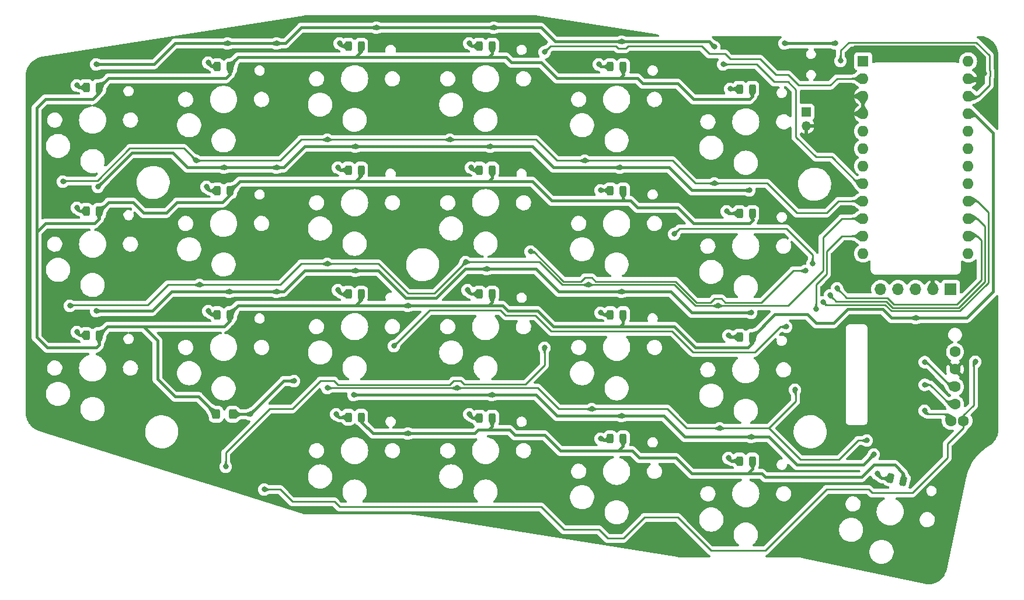
<source format=gbr>
%TF.GenerationSoftware,KiCad,Pcbnew,7.0.5-0*%
%TF.CreationDate,2023-10-18T13:26:08+10:30*%
%TF.ProjectId,Rolio,526f6c69-6f2e-46b6-9963-61645f706362,rev?*%
%TF.SameCoordinates,Original*%
%TF.FileFunction,Copper,L1,Top*%
%TF.FilePolarity,Positive*%
%FSLAX46Y46*%
G04 Gerber Fmt 4.6, Leading zero omitted, Abs format (unit mm)*
G04 Created by KiCad (PCBNEW 7.0.5-0) date 2023-10-18 13:26:08*
%MOMM*%
%LPD*%
G01*
G04 APERTURE LIST*
G04 Aperture macros list*
%AMRoundRect*
0 Rectangle with rounded corners*
0 $1 Rounding radius*
0 $2 $3 $4 $5 $6 $7 $8 $9 X,Y pos of 4 corners*
0 Add a 4 corners polygon primitive as box body*
4,1,4,$2,$3,$4,$5,$6,$7,$8,$9,$2,$3,0*
0 Add four circle primitives for the rounded corners*
1,1,$1+$1,$2,$3*
1,1,$1+$1,$4,$5*
1,1,$1+$1,$6,$7*
1,1,$1+$1,$8,$9*
0 Add four rect primitives between the rounded corners*
20,1,$1+$1,$2,$3,$4,$5,0*
20,1,$1+$1,$4,$5,$6,$7,0*
20,1,$1+$1,$6,$7,$8,$9,0*
20,1,$1+$1,$8,$9,$2,$3,0*%
G04 Aperture macros list end*
%TA.AperFunction,SMDPad,CuDef*%
%ADD10RoundRect,0.243750X-0.243750X-0.456250X0.243750X-0.456250X0.243750X0.456250X-0.243750X0.456250X0*%
%TD*%
%TA.AperFunction,ComponentPad*%
%ADD11R,1.700000X1.700000*%
%TD*%
%TA.AperFunction,ComponentPad*%
%ADD12O,1.700000X1.700000*%
%TD*%
%TA.AperFunction,ComponentPad*%
%ADD13C,1.600000*%
%TD*%
%TA.AperFunction,SMDPad,CuDef*%
%ADD14RoundRect,0.250000X0.325000X0.450000X-0.325000X0.450000X-0.325000X-0.450000X0.325000X-0.450000X0*%
%TD*%
%TA.AperFunction,ComponentPad*%
%ADD15R,1.600000X1.600000*%
%TD*%
%TA.AperFunction,ComponentPad*%
%ADD16O,1.600000X1.600000*%
%TD*%
%TA.AperFunction,ComponentPad*%
%ADD17R,1.350000X1.350000*%
%TD*%
%TA.AperFunction,ComponentPad*%
%ADD18O,1.350000X1.350000*%
%TD*%
%TA.AperFunction,SMDPad,CuDef*%
%ADD19RoundRect,0.243750X-0.333283X-0.395601X0.143564X-0.496958X0.333283X0.395601X-0.143564X0.496958X0*%
%TD*%
%TA.AperFunction,ViaPad*%
%ADD20C,0.800000*%
%TD*%
%TA.AperFunction,Conductor*%
%ADD21C,0.250000*%
%TD*%
%TA.AperFunction,Conductor*%
%ADD22C,0.400000*%
%TD*%
G04 APERTURE END LIST*
D10*
%TO.P,LED3,1,K*%
%TO.N,Net-(LED3-K)*%
X-73999900Y-2999000D03*
%TO.P,LED3,2,A*%
%TO.N,VCC*%
X-72124900Y-2999000D03*
%TD*%
%TO.P,LED15,1,K*%
%TO.N,Net-(LED15-K)*%
X-73999900Y-38999000D03*
%TO.P,LED15,2,A*%
%TO.N,VCC*%
X-72124900Y-38999000D03*
%TD*%
D11*
%TO.P,Nice!View1,1,CS*%
%TO.N,CS*%
X-5648000Y-38314000D03*
D12*
%TO.P,Nice!View1,2,GND*%
%TO.N,GND*%
X-8188000Y-38314000D03*
%TO.P,Nice!View1,3,VCC*%
%TO.N,VCC*%
X-10728000Y-38314000D03*
%TO.P,Nice!View1,4,SCK*%
%TO.N,SCK*%
X-13268000Y-38314000D03*
%TO.P,Nice!View1,5,MOSI*%
%TO.N,MOSI*%
X-15808000Y-38314000D03*
%TD*%
D10*
%TO.P,LED4,1,K*%
%TO.N,Net-(LED4-K)*%
X-92999900Y-2999000D03*
%TO.P,LED4,2,A*%
%TO.N,VCC*%
X-91124900Y-2999000D03*
%TD*%
%TO.P,LED1,1,K*%
%TO.N,Net-(LED1-K)*%
X-36267000Y-9249000D03*
%TO.P,LED1,2,A*%
%TO.N,VCC*%
X-34392000Y-9249000D03*
%TD*%
D13*
%TO.P,RE_1,A,A*%
%TO.N,ENC_A*%
X-4998000Y-55024000D03*
%TO.P,RE_1,B,B*%
%TO.N,ENC_B*%
X-4998000Y-52484000D03*
%TO.P,RE_1,C,C*%
%TO.N,GND*%
X-4998000Y-49944000D03*
%TO.P,RE_1,D*%
%TO.N,N/C*%
X-4998000Y-47404000D03*
%TO.P,RE_1,S1,S1*%
%TO.N,col0*%
X-3773000Y-57414000D03*
%TO.P,RE_1,S2,S2*%
%TO.N,Net-(D19-A)*%
X-5623000Y-57414000D03*
%TD*%
D10*
%TO.P,LED13,1,K*%
%TO.N,Net-(LED13-K)*%
X-36267000Y-45249000D03*
%TO.P,LED13,2,A*%
%TO.N,VCC*%
X-34392000Y-45249000D03*
%TD*%
%TO.P,LED23,1,K*%
%TO.N,Net-(LED23-K)*%
X-92999900Y-56899000D03*
%TO.P,LED23,2,A*%
%TO.N,VCC*%
X-91124900Y-56899000D03*
%TD*%
%TO.P,LED10,1,K*%
%TO.N,Net-(LED10-K)*%
X-92999900Y-20999000D03*
%TO.P,LED10,2,A*%
%TO.N,VCC*%
X-91124900Y-20999000D03*
%TD*%
%TO.P,LED17,1,K*%
%TO.N,Net-(LED17-K)*%
X-111999900Y-41999000D03*
%TO.P,LED17,2,A*%
%TO.N,VCC*%
X-110124900Y-41999000D03*
%TD*%
D14*
%TO.P,TP1,1,1*%
%TO.N,BL_GND*%
X-109762400Y-56474000D03*
%TO.P,TP1,2,2*%
%TO.N,VCC*%
X-112162400Y-56474000D03*
%TD*%
D10*
%TO.P,LED20,1,K*%
%TO.N,Net-(LED20-K)*%
X-36267000Y-63249000D03*
%TO.P,LED20,2,A*%
%TO.N,VCC*%
X-34392000Y-63249000D03*
%TD*%
%TO.P,LED18,1,K*%
%TO.N,Net-(LED18-K)*%
X-130999900Y-44999000D03*
%TO.P,LED18,2,A*%
%TO.N,VCC*%
X-129124900Y-44999000D03*
%TD*%
%TO.P,LED8,1,K*%
%TO.N,Net-(LED8-K)*%
X-54999900Y-23999000D03*
%TO.P,LED8,2,A*%
%TO.N,VCC*%
X-53124900Y-23999000D03*
%TD*%
%TO.P,LED5,1,K*%
%TO.N,Net-(LED5-K)*%
X-111999900Y-5999000D03*
%TO.P,LED5,2,A*%
%TO.N,VCC*%
X-110124900Y-5999000D03*
%TD*%
D15*
%TO.P,NICE_NANO1,1,TX0/P0.06*%
%TO.N,CS*%
X-18348000Y-5204000D03*
D16*
%TO.P,NICE_NANO1,2,RX1/P0.08*%
%TO.N,BL_CTRL*%
X-18348000Y-7744000D03*
%TO.P,NICE_NANO1,3,GND*%
%TO.N,GND*%
X-18348000Y-10284000D03*
%TO.P,NICE_NANO1,4,GND*%
X-18348000Y-12824000D03*
%TO.P,NICE_NANO1,5,P0.17*%
%TO.N,MOSI*%
X-18348000Y-15364000D03*
%TO.P,NICE_NANO1,6,P0.20*%
%TO.N,SCK*%
X-18348000Y-17904000D03*
%TO.P,NICE_NANO1,7,P0.22*%
%TO.N,unconnected-(NICE_NANO1-P0.22-Pad7)*%
X-18348000Y-20444000D03*
%TO.P,NICE_NANO1,8,P0.24*%
%TO.N,row0*%
X-18348000Y-22984000D03*
%TO.P,NICE_NANO1,9,P1.00*%
%TO.N,row1*%
X-18348000Y-25524000D03*
%TO.P,NICE_NANO1,10,P0.11*%
%TO.N,row2*%
X-18348000Y-28064000D03*
%TO.P,NICE_NANO1,11,P1.04*%
%TO.N,row3*%
X-18348000Y-30604000D03*
%TO.P,NICE_NANO1,12,P1.06*%
%TO.N,unconnected-(NICE_NANO1-P1.06-Pad12)*%
X-18348000Y-33144000D03*
%TO.P,NICE_NANO1,13,NFC1/P0.09*%
%TO.N,col5*%
X-3108000Y-33144000D03*
%TO.P,NICE_NANO1,14,NFC2/P0.10*%
%TO.N,col4*%
X-3108000Y-30604000D03*
%TO.P,NICE_NANO1,15,P1.11*%
%TO.N,col3*%
X-3108000Y-28064000D03*
%TO.P,NICE_NANO1,16,P1.13*%
%TO.N,col2*%
X-3108000Y-25524000D03*
%TO.P,NICE_NANO1,17,P1.15*%
%TO.N,col1*%
X-3108000Y-22984000D03*
%TO.P,NICE_NANO1,18,AIN0/P0.02*%
%TO.N,col0*%
X-3108000Y-20444000D03*
%TO.P,NICE_NANO1,19,AIN5/P0.29*%
%TO.N,ENC_B*%
X-3108000Y-17904000D03*
%TO.P,NICE_NANO1,20,AIN7/P0.31*%
%TO.N,ENC_A*%
X-3108000Y-15364000D03*
%TO.P,NICE_NANO1,21,VCC*%
%TO.N,VCC*%
X-3108000Y-12824000D03*
%TO.P,NICE_NANO1,22,RST*%
%TO.N,RST*%
X-3108000Y-10284000D03*
%TO.P,NICE_NANO1,23,GND*%
%TO.N,GND*%
X-3108000Y-7744000D03*
%TO.P,NICE_NANO1,24,BATIN/P0.04*%
%TO.N,VBATT*%
X-3108000Y-5204000D03*
%TD*%
D10*
%TO.P,LED21,1,K*%
%TO.N,Net-(LED21-K)*%
X-54999900Y-59999000D03*
%TO.P,LED21,2,A*%
%TO.N,VCC*%
X-53124900Y-59999000D03*
%TD*%
%TO.P,LED11,1,K*%
%TO.N,Net-(LED11-K)*%
X-111999900Y-23999000D03*
%TO.P,LED11,2,A*%
%TO.N,VCC*%
X-110124900Y-23999000D03*
%TD*%
%TO.P,LED7,1,K*%
%TO.N,Net-(LED7-K)*%
X-36267000Y-27294000D03*
%TO.P,LED7,2,A*%
%TO.N,VCC*%
X-34392000Y-27294000D03*
%TD*%
D17*
%TO.P,BATT1,1,+*%
%TO.N,Net-(BATT1-+)*%
X-26592197Y-12580000D03*
D18*
%TO.P,BATT1,2,-*%
%TO.N,GND*%
X-26592197Y-14580000D03*
%TD*%
D10*
%TO.P,LED9,1,K*%
%TO.N,Net-(LED9-K)*%
X-73999900Y-20999000D03*
%TO.P,LED9,2,A*%
%TO.N,VCC*%
X-72124900Y-20999000D03*
%TD*%
%TO.P,LED14,1,K*%
%TO.N,Net-(LED14-K)*%
X-54999900Y-41999000D03*
%TO.P,LED14,2,A*%
%TO.N,VCC*%
X-53124900Y-41999000D03*
%TD*%
%TO.P,LED2,1,K*%
%TO.N,Net-(LED2-K)*%
X-54999900Y-5999000D03*
%TO.P,LED2,2,A*%
%TO.N,VCC*%
X-53124900Y-5999000D03*
%TD*%
%TO.P,LED16,1,K*%
%TO.N,Net-(LED16-K)*%
X-92999900Y-38999000D03*
%TO.P,LED16,2,A*%
%TO.N,VCC*%
X-91124900Y-38999000D03*
%TD*%
%TO.P,LED22,1,K*%
%TO.N,Net-(LED22-K)*%
X-73999900Y-56999000D03*
%TO.P,LED22,2,A*%
%TO.N,VCC*%
X-72124900Y-56999000D03*
%TD*%
%TO.P,LED6,1,K*%
%TO.N,Net-(LED6-K)*%
X-130999900Y-8999000D03*
%TO.P,LED6,2,A*%
%TO.N,VCC*%
X-129124900Y-8999000D03*
%TD*%
D19*
%TO.P,LED19,1,K*%
%TO.N,Net-(LED19-K)*%
X-14352445Y-65773947D03*
%TO.P,LED19,2,A*%
%TO.N,VCC*%
X-12518419Y-66163781D03*
%TD*%
D10*
%TO.P,LED12,1,K*%
%TO.N,Net-(LED12-K)*%
X-130999900Y-26999000D03*
%TO.P,LED12,2,A*%
%TO.N,VCC*%
X-129124900Y-26999000D03*
%TD*%
D20*
%TO.N,row0*%
X-38642400Y-5674000D03*
%TO.N,row1*%
X-58708400Y-19644000D03*
X-134400400Y-22692000D03*
X-96046400Y-16596000D03*
X-39912400Y-22946000D03*
X-78266400Y-16596000D03*
X-115096400Y-19644000D03*
%TO.N,row2*%
X-96046400Y-34630000D03*
X-114588400Y-37678000D03*
X-58200400Y-37678000D03*
X-133384400Y-40726000D03*
X-75980400Y-34376000D03*
X-39404400Y-40726000D03*
%TO.N,GND*%
X-22386400Y-34122000D03*
X-21624400Y-9024000D03*
X-45500400Y-10754000D03*
X-103412400Y-340000D03*
X-22640400Y-50632000D03*
X-116112400Y-63078000D03*
X-796400Y-6992000D03*
X-83346400Y-25994000D03*
X-61756400Y-86000D03*
X-26450400Y-74508000D03*
X-47278400Y-72730000D03*
X-21624400Y-6751406D03*
X-111286400Y-59522000D03*
X-20354400Y-3896000D03*
X-288400Y-10754000D03*
X-21624400Y-11770000D03*
X-288400Y-57236000D03*
X-21624400Y-15326000D03*
X-288400Y-55712000D03*
X-104428400Y-59522000D03*
X-16544400Y-49616000D03*
X-47278400Y-75016000D03*
X-19675318Y-37252918D03*
X-22386400Y-35392000D03*
X-22640400Y-49108000D03*
X-46262400Y-42504000D03*
X-41690400Y-5166000D03*
X-122462400Y-3134000D03*
%TO.N,VCC*%
X-84362400Y-40726000D03*
X-10702400Y-42504000D03*
X-84362400Y-59268000D03*
%TO.N,ENC_B*%
X-9422123Y-48902000D03*
%TO.N,ENC_A*%
X-9422123Y-52204000D03*
%TO.N,col0*%
X-2066400Y-48854000D03*
X-105190400Y-67396000D03*
%TO.N,col2*%
X-29498400Y-43774000D03*
X-24164400Y-40218000D03*
X-86394400Y-46568000D03*
%TO.N,col3*%
X-66582400Y-32852000D03*
X-26704400Y-35646000D03*
X-23148400Y-39202000D03*
%TO.N,col4*%
X-25688400Y-34630000D03*
X-45754400Y-30312000D03*
X-22132400Y-38186000D03*
%TO.N,Net-(LED1-K)*%
X-37626400Y-9230000D03*
%TO.N,RST*%
X-21624400Y-5166000D03*
%TO.N,Net-(D19-A)*%
X-9422123Y-55966000D03*
%TO.N,Net-(LED2-K)*%
X-56676400Y-5674000D03*
%TO.N,row3*%
X-77250400Y-52664000D03*
X-17814400Y-60284000D03*
X-39150400Y-58506000D03*
X-57692400Y-55712000D03*
X-96046400Y-52664000D03*
X-25180400Y-41234000D03*
X-28228400Y-52918000D03*
%TO.N,Net-(LED3-K)*%
X-75472400Y-2626000D03*
%TO.N,Net-(LED4-K)*%
X-94268400Y-2626000D03*
%TO.N,Net-(LED5-K)*%
X-113318400Y-5420000D03*
%TO.N,Net-(LED6-K)*%
X-132368400Y-8722000D03*
%TO.N,Net-(LED7-K)*%
X-38134400Y-27010000D03*
%TO.N,Net-(LED8-K)*%
X-56422400Y-23962000D03*
%TO.N,Net-(LED9-K)*%
X-75218400Y-20660000D03*
%TO.N,Net-(LED10-K)*%
X-94522400Y-20660000D03*
%TO.N,Net-(LED11-K)*%
X-113572400Y-23454000D03*
%TO.N,Net-(LED12-K)*%
X-132368400Y-26502000D03*
%TO.N,Net-(LED13-K)*%
X-37880400Y-45044000D03*
%TO.N,Net-(LED14-K)*%
X-56422400Y-41742000D03*
%TO.N,Net-(LED15-K)*%
X-75726400Y-38440000D03*
%TO.N,Net-(LED16-K)*%
X-94522400Y-38440000D03*
%TO.N,Net-(LED17-K)*%
X-113318400Y-41488000D03*
%TO.N,Net-(LED18-K)*%
X-132368400Y-44536000D03*
%TO.N,Net-(LED19-K)*%
X-16290400Y-65110000D03*
%TO.N,Net-(LED20-K)*%
X-37880400Y-62824000D03*
%TO.N,Net-(LED21-K)*%
X-56422400Y-60030000D03*
%TO.N,BL_GND*%
X-16798400Y-62316000D03*
X-72932400Y-35392000D03*
X-110270400Y-38694000D03*
X-71916400Y-340000D03*
X-53374400Y-56728000D03*
X-91982400Y-35646000D03*
X-53374400Y-38694000D03*
X-34578400Y-59776000D03*
X-110524400Y-2626000D03*
X-72424400Y-17612000D03*
X-100872400Y-51648000D03*
X-103412400Y-38694000D03*
X-53374400Y-2372000D03*
X-53628400Y-20660000D03*
X-129320400Y-23454000D03*
X-103412400Y-20660000D03*
X-111032400Y-20660000D03*
X-88934400Y-340000D03*
X-72170400Y-53680000D03*
X-34832400Y-23962000D03*
X-39912400Y-3134000D03*
X-91982400Y-17612000D03*
X-107222400Y-56474000D03*
X-103412400Y-2626000D03*
X-129574400Y-41488000D03*
X-92236400Y-53680000D03*
X-34578400Y-41742000D03*
X-129574400Y-5674000D03*
%TO.N,BL_CTRL*%
X-64550400Y-46822000D03*
X-64550400Y-3896000D03*
X-110778400Y-64094000D03*
%TO.N,Net-(LED22-K)*%
X-75472400Y-56474000D03*
%TO.N,VBATT*%
X-22386400Y-2626000D03*
X-29752400Y-2626000D03*
%TO.N,Net-(LED23-K)*%
X-94776400Y-56474000D03*
%TD*%
D21*
%TO.N,BL_CTRL*%
X-53882400Y-3388000D02*
X-52782900Y-3388000D01*
X-27720400Y-8722000D02*
X-23110400Y-8722000D01*
X-33308400Y-4912000D02*
X-31022400Y-7198000D01*
X-63701400Y-3047000D02*
X-54223400Y-3047000D01*
X-54223400Y-3047000D02*
X-53882400Y-3388000D01*
X-52782900Y-3388000D02*
X-52441900Y-3047000D01*
X-41777400Y-3047000D02*
X-40674400Y-4150000D01*
X-40674400Y-4150000D02*
X-38388400Y-4150000D01*
X-38388400Y-4150000D02*
X-37626400Y-4912000D01*
X-52441900Y-3047000D02*
X-41777400Y-3047000D01*
X-64550400Y-3896000D02*
X-63701400Y-3047000D01*
X-37626400Y-4912000D02*
X-33308400Y-4912000D01*
X-31022400Y-7198000D02*
X-29244400Y-7198000D01*
X-29244400Y-7198000D02*
X-27720400Y-8722000D01*
X-23110400Y-8722000D02*
X-22132400Y-7744000D01*
X-22132400Y-7744000D02*
X-18348000Y-7744000D01*
D22*
%TO.N,BL_GND*%
X-39912400Y-3134000D02*
X-40674400Y-2372000D01*
X-40674400Y-2372000D02*
X-53374400Y-2372000D01*
X-71916400Y-340000D02*
X-65058400Y-340000D01*
X-65058400Y-340000D02*
X-63026400Y-2372000D01*
X-63026400Y-2372000D02*
X-53374400Y-2372000D01*
X-71916400Y-340000D02*
X-88934400Y-340000D01*
X-88934400Y-340000D02*
X-99856400Y-340000D01*
X-99856400Y-340000D02*
X-102142400Y-2626000D01*
X-102142400Y-2626000D02*
X-103412400Y-2626000D01*
D21*
%TO.N,row0*%
X-19046400Y-22984000D02*
X-18348000Y-22984000D01*
X-28101400Y-9357000D02*
X-28101400Y-16215000D01*
X-38642400Y-5674000D02*
X-33816400Y-5674000D01*
X-29244400Y-8214000D02*
X-28101400Y-9357000D01*
X-28101400Y-16215000D02*
X-25180400Y-19136000D01*
X-22894400Y-19136000D02*
X-19046400Y-22984000D01*
X-31276400Y-8214000D02*
X-29244400Y-8214000D01*
X-25180400Y-19136000D02*
X-22894400Y-19136000D01*
X-33816400Y-5674000D02*
X-31276400Y-8214000D01*
%TO.N,row1*%
X-115096400Y-19644000D02*
X-102904400Y-19644000D01*
X-46008400Y-19644000D02*
X-42706400Y-22946000D01*
X-115096400Y-19644000D02*
X-116874400Y-17866000D01*
X-27974400Y-27264000D02*
X-23656400Y-27264000D01*
X-134287400Y-22579000D02*
X-134400400Y-22692000D01*
X-102904400Y-19644000D02*
X-99856400Y-16596000D01*
X-65820400Y-16596000D02*
X-62772400Y-19644000D01*
X-62772400Y-19644000D02*
X-58708400Y-19644000D01*
X-116874400Y-17866000D02*
X-124686994Y-17866000D01*
X-42706400Y-22946000D02*
X-39912400Y-22946000D01*
X-21916400Y-25524000D02*
X-18348000Y-25524000D01*
X-78266400Y-16596000D02*
X-65820400Y-16596000D01*
X-96046400Y-16596000D02*
X-78266400Y-16596000D01*
X-23656400Y-27264000D02*
X-21916400Y-25524000D01*
X-124686994Y-17866000D02*
X-129399994Y-22579000D01*
X-32292400Y-22946000D02*
X-27974400Y-27264000D01*
X-99856400Y-16596000D02*
X-96046400Y-16596000D01*
X-58708400Y-19644000D02*
X-46008400Y-19644000D01*
X-129399994Y-22579000D02*
X-134287400Y-22579000D01*
X-39912400Y-22946000D02*
X-32292400Y-22946000D01*
%TO.N,row2*%
X-42706400Y-40726000D02*
X-39404400Y-40726000D01*
X-62010400Y-37678000D02*
X-58200400Y-37678000D01*
X-99856400Y-34630000D02*
X-96046400Y-34630000D01*
X-84362400Y-38948000D02*
X-80552400Y-38948000D01*
X-45754400Y-37678000D02*
X-42706400Y-40726000D01*
X-88680400Y-34630000D02*
X-84362400Y-38948000D01*
X-18348000Y-28064000D02*
X-21408400Y-28064000D01*
X-21408400Y-28064000D02*
X-24164400Y-30820000D01*
X-80552400Y-38948000D02*
X-75980400Y-34376000D01*
X-119160400Y-37678000D02*
X-114588400Y-37678000D01*
X-133271400Y-40613000D02*
X-122095400Y-40613000D01*
X-102904400Y-37678000D02*
X-99856400Y-34630000D01*
X-96046400Y-34630000D02*
X-88680400Y-34630000D01*
X-114588400Y-37678000D02*
X-102904400Y-37678000D01*
X-133384400Y-40726000D02*
X-133271400Y-40613000D01*
X-29244400Y-40726000D02*
X-39404400Y-40726000D01*
X-75980400Y-34376000D02*
X-65312400Y-34376000D01*
X-65312400Y-34376000D02*
X-62010400Y-37678000D01*
X-122095400Y-40613000D02*
X-119160400Y-37678000D01*
X-24164400Y-35646000D02*
X-29244400Y-40726000D01*
X-24164400Y-30820000D02*
X-24164400Y-35646000D01*
X-58200400Y-37678000D02*
X-45754400Y-37678000D01*
D22*
%TO.N,GND*%
X-20354400Y-3896000D02*
X-19592400Y-3134000D01*
X-16135899Y-36662000D02*
X-8696000Y-36662000D01*
X-796400Y-4658000D02*
X-796400Y-6992000D01*
X-1548400Y-7744000D02*
X-796400Y-6992000D01*
X-2320400Y-3134000D02*
X-796400Y-4658000D01*
X-16389899Y-36916000D02*
X-16135899Y-36662000D01*
X-8696000Y-36662000D02*
X-8188000Y-37170000D01*
X-18348000Y-12824000D02*
X-20570400Y-12824000D01*
X-8188000Y-37170000D02*
X-8188000Y-37504000D01*
X-19592400Y-3134000D02*
X-2320400Y-3134000D01*
X-21624400Y-9024000D02*
X-20364400Y-10284000D01*
X-22386400Y-35392000D02*
X-20862400Y-36916000D01*
X-18348000Y-10284000D02*
X-18348000Y-12824000D01*
X-20364400Y-10284000D02*
X-18348000Y-10284000D01*
X-3108000Y-7744000D02*
X-1548400Y-7744000D01*
X-20570400Y-12824000D02*
X-21624400Y-11770000D01*
X-20862400Y-36916000D02*
X-16389899Y-36916000D01*
%TO.N,VCC*%
X-64550400Y-59522000D02*
X-62264400Y-61808000D01*
X-34392000Y-28212400D02*
X-34392000Y-27294000D01*
X-53120400Y-7198000D02*
X-53124900Y-7193500D01*
X-110124900Y-5782500D02*
X-109000400Y-4658000D01*
X-34392000Y-64415600D02*
X-34392000Y-63249000D01*
X-62264400Y-61808000D02*
X-53882400Y-61808000D01*
X-3108000Y-12824000D02*
X-2298000Y-12824000D01*
X-72124900Y-40218000D02*
X-72170400Y-40218000D01*
X-50326400Y-8468000D02*
X-45246400Y-8468000D01*
X-16798400Y-63840000D02*
X-13750400Y-63840000D01*
X-65566400Y-41488000D02*
X-63280400Y-43774000D01*
X-72678400Y-40726000D02*
X-70646400Y-40726000D01*
X-42960400Y-28788000D02*
X-34832400Y-28788000D01*
X-117890400Y-25740000D02*
X-111286400Y-25740000D01*
X-53882400Y-61808000D02*
X-51850400Y-61808000D01*
X-91982400Y-40726000D02*
X-91124900Y-39868500D01*
X-108746400Y-22692000D02*
X-91982400Y-22692000D01*
X-72124900Y-22138500D02*
X-72124900Y-20999000D01*
X-124240400Y-43774000D02*
X-111032400Y-43774000D01*
X-91124900Y-21834500D02*
X-91124900Y-20999000D01*
X-91982400Y-4658000D02*
X-72678400Y-4658000D01*
X-72170400Y-40218000D02*
X-72678400Y-40726000D01*
X-111032400Y-43774000D02*
X-110124900Y-42866500D01*
X-109000400Y-4658000D02*
X-91982400Y-4658000D01*
X-43214400Y-65110000D02*
X-35086400Y-65110000D01*
X-2298000Y-12824000D02*
X473600Y-15595600D01*
X-136686400Y-46822000D02*
X-129574400Y-46822000D01*
X-129124900Y-8999000D02*
X-129124900Y-9796500D01*
X-130082400Y-10754000D02*
X-136940400Y-10754000D01*
X-12518419Y-65071981D02*
X-12518419Y-66163781D01*
X-122716400Y-27264000D02*
X-119414400Y-27264000D01*
X-129089400Y-8999000D02*
X-127796400Y-7706000D01*
X-129124900Y-9796500D02*
X-130082400Y-10754000D01*
X-45754400Y-43774000D02*
X-42706400Y-46822000D01*
X-110124900Y-42866500D02*
X-110124900Y-41999000D01*
X-129124900Y-28084500D02*
X-129828400Y-28788000D01*
X-42960400Y-10754000D02*
X-34832400Y-10754000D01*
X-84362400Y-59268000D02*
X-74710400Y-59268000D01*
X-45500400Y-62824000D02*
X-43214400Y-65110000D01*
X-72678400Y-4658000D02*
X-70138400Y-4658000D01*
X-53124900Y-7193500D02*
X-53124900Y-5999000D01*
X-62772400Y-7706000D02*
X-53628400Y-7706000D01*
X-91982400Y-22692000D02*
X-72678400Y-22692000D01*
X-65058400Y-5420000D02*
X-62772400Y-7706000D01*
X-70138400Y-4658000D02*
X-69376400Y-5420000D01*
X-84362400Y-59268000D02*
X-89442400Y-59268000D01*
X-63534400Y-25486000D02*
X-53374400Y-25486000D01*
X-110124900Y-7052500D02*
X-110124900Y-5999000D01*
X-66328400Y-22692000D02*
X-63534400Y-25486000D01*
X-34832400Y-28788000D02*
X-34324400Y-28280000D01*
X-84362400Y-40726000D02*
X-72678400Y-40726000D01*
X-91124900Y-39868500D02*
X-91124900Y-38999000D01*
X-53374400Y-25486000D02*
X-53120400Y-25232000D01*
X-129124900Y-26999000D02*
X-129124900Y-28084500D01*
X-114702400Y-53934000D02*
X-118144400Y-53934000D01*
X-127899900Y-43774000D02*
X-124240400Y-43774000D01*
X-69884400Y-41488000D02*
X-65566400Y-41488000D01*
X-53374400Y-25486000D02*
X-52104400Y-25486000D01*
X-35086400Y-46822000D02*
X-34392000Y-46127600D01*
X-91982400Y-40726000D02*
X-84362400Y-40726000D01*
X-25180400Y-43266000D02*
X-22640400Y-43266000D01*
X-15528400Y-41234000D02*
X-14258400Y-42504000D01*
X-51088400Y-7706000D02*
X-50326400Y-8468000D01*
X-127796400Y-7706000D02*
X-110778400Y-7706000D01*
X-53628400Y-43774000D02*
X-45754400Y-43774000D01*
X-14258400Y-42504000D02*
X-10702400Y-42504000D01*
X-120684400Y-45806000D02*
X-122716400Y-43774000D01*
X-53628400Y-7706000D02*
X-51088400Y-7706000D01*
X-42706400Y-46822000D02*
X-35086400Y-46822000D01*
X-72124900Y-40218000D02*
X-72124900Y-38999000D01*
X-50834400Y-62824000D02*
X-45500400Y-62824000D01*
X-45246400Y-26502000D02*
X-42960400Y-28788000D01*
X-138210400Y-45298000D02*
X-136686400Y-46822000D01*
X-31139000Y-41996000D02*
X-26450400Y-41996000D01*
X-120684400Y-51394000D02*
X-120684400Y-45806000D01*
X-69630400Y-58760000D02*
X-68868400Y-59522000D01*
X-129124900Y-46372500D02*
X-129124900Y-44999000D01*
X-72678400Y-22692000D02*
X-66328400Y-22692000D01*
X-53628400Y-7706000D02*
X-53120400Y-7198000D01*
X-129055400Y-26999000D02*
X-127796400Y-25740000D01*
X-26450400Y-41996000D02*
X-25180400Y-43266000D01*
X-110124900Y-41850500D02*
X-109000400Y-40726000D01*
X-34392000Y-45249000D02*
X-31139000Y-41996000D01*
X-53124900Y-25227500D02*
X-53124900Y-23999000D01*
X-20608400Y-41234000D02*
X-15528400Y-41234000D01*
X473600Y-38694000D02*
X473600Y-15595600D01*
X-109000400Y-40726000D02*
X-91982400Y-40726000D01*
X-91124900Y-57585500D02*
X-91124900Y-56899000D01*
X-51850400Y-61808000D02*
X-50834400Y-62824000D01*
X-74202400Y-58760000D02*
X-72678400Y-58760000D01*
X-53124900Y-60249000D02*
X-53124900Y-61050500D01*
X-68868400Y-59522000D02*
X-64550400Y-59522000D01*
X-110778400Y-7706000D02*
X-110124900Y-7052500D01*
X-110053400Y-23999000D02*
X-108746400Y-22692000D01*
X-34392000Y-46127600D02*
X-34392000Y-45249000D01*
X-10702400Y-42504000D02*
X-3336400Y-42504000D01*
X-53628400Y-43774000D02*
X-53124900Y-43270500D01*
X-119414400Y-27264000D02*
X-117890400Y-25740000D01*
X-70646400Y-40726000D02*
X-69884400Y-41488000D01*
X-35086400Y-65110000D02*
X-33054400Y-65110000D01*
X-53124900Y-43270500D02*
X-53124900Y-41999000D01*
X-52104400Y-25486000D02*
X-51088400Y-26502000D01*
X-112162400Y-56474000D02*
X-114702400Y-53934000D01*
X-72124900Y-4104500D02*
X-72124900Y-2999000D01*
X-45246400Y-8468000D02*
X-42960400Y-10754000D01*
X-13750400Y-63840000D02*
X-12518419Y-65071981D01*
X-124240400Y-25740000D02*
X-122716400Y-27264000D01*
X-118144400Y-53934000D02*
X-120684400Y-51394000D01*
X-72678400Y-22692000D02*
X-72124900Y-22138500D01*
X-111286400Y-25740000D02*
X-110124900Y-24578500D01*
X-127796400Y-25740000D02*
X-124240400Y-25740000D01*
X-53120400Y-25232000D02*
X-53124900Y-25227500D01*
X-129124900Y-44999000D02*
X-127899900Y-43774000D01*
X-91982400Y-4658000D02*
X-91124900Y-3800500D01*
X-129574400Y-46822000D02*
X-129124900Y-46372500D01*
X-110124900Y-24578500D02*
X-110124900Y-23999000D01*
X-74710400Y-59268000D02*
X-74202400Y-58760000D01*
X-69376400Y-5420000D02*
X-65058400Y-5420000D01*
X-34324400Y-28280000D02*
X-34392000Y-28212400D01*
X-138210400Y-12024000D02*
X-138210400Y-30058000D01*
X-32546400Y-65618000D02*
X-18576400Y-65618000D01*
X-51088400Y-26502000D02*
X-45246400Y-26502000D01*
X-91124900Y-3800500D02*
X-91124900Y-2999000D01*
X-89442400Y-59268000D02*
X-91124900Y-57585500D01*
X-22640400Y-43266000D02*
X-20608400Y-41234000D01*
X-138210400Y-30058000D02*
X-138210400Y-45298000D01*
X-136940400Y-10754000D02*
X-138210400Y-12024000D01*
X-18576400Y-65618000D02*
X-16798400Y-63840000D01*
X-72678400Y-58760000D02*
X-69630400Y-58760000D01*
X-136940400Y-28788000D02*
X-138210400Y-30058000D01*
X-34392000Y-10313600D02*
X-34392000Y-9249000D01*
X-33054400Y-65110000D02*
X-32546400Y-65618000D01*
X-72678400Y-58760000D02*
X-72124900Y-58206500D01*
X-3336400Y-42504000D02*
X473600Y-38694000D01*
X-53124900Y-61050500D02*
X-53882400Y-61808000D01*
X-34832400Y-10754000D02*
X-34392000Y-10313600D01*
X-122716400Y-43774000D02*
X-124240400Y-43774000D01*
X-72124900Y-58206500D02*
X-72124900Y-56999000D01*
X-129828400Y-28788000D02*
X-136940400Y-28788000D01*
X-72678400Y-4658000D02*
X-72124900Y-4104500D01*
X-91982400Y-22692000D02*
X-91124900Y-21834500D01*
X-35086400Y-65110000D02*
X-34392000Y-64415600D01*
X-63280400Y-43774000D02*
X-53628400Y-43774000D01*
D21*
%TO.N,ENC_B*%
X-9130400Y-48902000D02*
X-9422123Y-48902000D01*
X-5548400Y-52484000D02*
X-9130400Y-48902000D01*
%TO.N,ENC_A*%
X-5792123Y-55024000D02*
X-8612123Y-52204000D01*
X-8612123Y-52204000D02*
X-9422123Y-52204000D01*
X-4998000Y-55024000D02*
X-5792123Y-55024000D01*
%TO.N,col0*%
X-55406400Y-74508000D02*
X-53120400Y-74508000D01*
X-95030400Y-69174000D02*
X-94268400Y-69936000D01*
X-45246400Y-71460000D02*
X-40420400Y-76286000D01*
X-32546400Y-76286000D02*
X-23656400Y-67396000D01*
X-40420400Y-76286000D02*
X-32546400Y-76286000D01*
X-102904400Y-67396000D02*
X-101126400Y-69174000D01*
X-6130400Y-60792000D02*
X-3773000Y-58434600D01*
X-101126400Y-69174000D02*
X-95030400Y-69174000D01*
X-105190400Y-67396000D02*
X-102904400Y-67396000D01*
X-65058400Y-69936000D02*
X-61756400Y-73238000D01*
X-17052400Y-67904000D02*
X-11210400Y-67904000D01*
X-61756400Y-73238000D02*
X-56676400Y-73238000D01*
X-94268400Y-69936000D02*
X-65058400Y-69936000D01*
X-6130400Y-62824000D02*
X-6130400Y-60792000D01*
X-50072400Y-71460000D02*
X-45246400Y-71460000D01*
X-23656400Y-67396000D02*
X-17560400Y-67396000D01*
X-56676400Y-73238000D02*
X-55406400Y-74508000D01*
X-2320400Y-55151400D02*
X-2320400Y-49108000D01*
X-17560400Y-67396000D02*
X-17052400Y-67904000D01*
X-3773000Y-58434600D02*
X-3773000Y-56604000D01*
X-53120400Y-74508000D02*
X-50072400Y-71460000D01*
X-2320400Y-49108000D02*
X-2066400Y-48854000D01*
X-3773000Y-56604000D02*
X-2320400Y-55151400D01*
X-11210400Y-67904000D02*
X-6130400Y-62824000D01*
%TO.N,col2*%
X-46033994Y-44449000D02*
X-63559994Y-44449000D01*
X-24164400Y-40218000D02*
X-23823400Y-40559000D01*
X-14258400Y-41488000D02*
X-4290994Y-41488000D01*
X-65845994Y-42163000D02*
X-70163994Y-42163000D01*
X-42985994Y-47497000D02*
X-46033994Y-44449000D01*
X-63559994Y-44449000D02*
X-65845994Y-42163000D01*
X-34070400Y-47497000D02*
X-42985994Y-47497000D01*
X-201400Y-37398406D02*
X-201400Y-27097000D01*
X-70163994Y-42163000D02*
X-70925994Y-41401000D01*
X-81227400Y-41401000D02*
X-86394400Y-46568000D01*
X-1774400Y-25524000D02*
X-3108000Y-25524000D01*
X-4290994Y-41488000D02*
X-201400Y-37398406D01*
X-15187400Y-40559000D02*
X-14258400Y-41488000D01*
X-201400Y-27097000D02*
X-1774400Y-25524000D01*
X-70925994Y-41401000D02*
X-81227400Y-41401000D01*
X-34070400Y-47497000D02*
X-30347400Y-43774000D01*
X-23823400Y-40559000D02*
X-15187400Y-40559000D01*
X-30347400Y-43774000D02*
X-29498400Y-43774000D01*
%TO.N,col3*%
X-14051294Y-40988000D02*
X-4498100Y-40988000D01*
X-39912400Y-39710000D02*
X-40428400Y-40226000D01*
X-57692400Y-36662000D02*
X-58708400Y-36662000D01*
X-22291400Y-40059000D02*
X-14980294Y-40059000D01*
X-59224400Y-37178000D02*
X-61803294Y-37178000D01*
X-45547294Y-37178000D02*
X-57176400Y-37178000D01*
X-61803294Y-37178000D02*
X-66129294Y-32852000D01*
X-38380400Y-40226000D02*
X-38896400Y-39710000D01*
X-14980294Y-40059000D02*
X-14051294Y-40988000D01*
X-4498100Y-40988000D02*
X-701400Y-37191300D01*
X-57176400Y-37178000D02*
X-57692400Y-36662000D01*
X-1774400Y-28064000D02*
X-3108000Y-28064000D01*
X-701400Y-29137000D02*
X-1774400Y-28064000D01*
X-58708400Y-36662000D02*
X-59224400Y-37178000D01*
X-28482400Y-35646000D02*
X-33062400Y-40226000D01*
X-40428400Y-40226000D02*
X-42499294Y-40226000D01*
X-66129294Y-32852000D02*
X-66582400Y-32852000D01*
X-26704400Y-35646000D02*
X-28482400Y-35646000D01*
X-33062400Y-40226000D02*
X-38380400Y-40226000D01*
X-42499294Y-40226000D02*
X-45547294Y-37178000D01*
X-23148400Y-39202000D02*
X-22291400Y-40059000D01*
X-38896400Y-39710000D02*
X-39912400Y-39710000D01*
X-701400Y-37191300D02*
X-701400Y-29137000D01*
%TO.N,col4*%
X-44992400Y-29550000D02*
X-45754400Y-30312000D01*
X-1201400Y-31177000D02*
X-1774400Y-30604000D01*
X-13844188Y-40488000D02*
X-4705206Y-40488000D01*
X-4705206Y-40488000D02*
X-1201400Y-36984194D01*
X-1774400Y-30604000D02*
X-3108000Y-30604000D01*
X-20759400Y-39559000D02*
X-14773188Y-39559000D01*
X-14773188Y-39559000D02*
X-13844188Y-40488000D01*
X-22132400Y-38186000D02*
X-20759400Y-39559000D01*
X-25688400Y-34630000D02*
X-25688400Y-33360000D01*
X-25688400Y-33360000D02*
X-29498400Y-29550000D01*
X-29498400Y-29550000D02*
X-44992400Y-29550000D01*
X-1201400Y-36984194D02*
X-1201400Y-31177000D01*
D22*
%TO.N,Net-(LED1-K)*%
X-36267000Y-9249000D02*
X-37626400Y-9230000D01*
D21*
%TO.N,RST*%
X78600Y-6629563D02*
X-34400Y-6516563D01*
X-20441400Y-2459000D02*
X-21624400Y-3642000D01*
X-34400Y-4404000D02*
X-1979400Y-2459000D01*
X-3108000Y-10284000D02*
X-1596400Y-10284000D01*
X-34400Y-7467437D02*
X78600Y-7354437D01*
X78600Y-7354437D02*
X78600Y-6629563D01*
X-34400Y-8722000D02*
X-34400Y-7467437D01*
X-34400Y-6516563D02*
X-34400Y-4404000D01*
X-1596400Y-10284000D02*
X-34400Y-8722000D01*
X-1979400Y-2459000D02*
X-20441400Y-2459000D01*
X-21624400Y-3642000D02*
X-21624400Y-5166000D01*
%TO.N,Net-(D19-A)*%
X-9422123Y-55966000D02*
X-8914123Y-56474000D01*
X-8914123Y-56474000D02*
X-6130400Y-56474000D01*
X-6130400Y-56474000D02*
X-5623000Y-56981400D01*
D22*
%TO.N,Net-(LED2-K)*%
X-56676400Y-5674000D02*
X-56351400Y-5999000D01*
X-56351400Y-5999000D02*
X-54999900Y-5999000D01*
D21*
%TO.N,row3*%
X-21408400Y-30604000D02*
X-18348000Y-30604000D01*
X-96046400Y-52664000D02*
X-77250400Y-52664000D01*
X-19084400Y-60284000D02*
X-17814400Y-60284000D01*
X-77250400Y-52664000D02*
X-65566400Y-52664000D01*
X-25180400Y-41234000D02*
X-25180400Y-37678000D01*
X-21878400Y-63078000D02*
X-19084400Y-60284000D01*
X-43976400Y-58506000D02*
X-39150400Y-58506000D01*
X-32038400Y-58506000D02*
X-27466400Y-63078000D01*
X-28128847Y-54596447D02*
X-32038400Y-58506000D01*
X-27466400Y-63078000D02*
X-21878400Y-63078000D01*
X-57692400Y-55712000D02*
X-46770400Y-55712000D01*
X-23656400Y-32852000D02*
X-21408400Y-30604000D01*
X-46770400Y-55712000D02*
X-43976400Y-58506000D01*
X-23656400Y-36154000D02*
X-23656400Y-32852000D01*
X-65566400Y-52664000D02*
X-62518400Y-55712000D01*
X-39150400Y-58506000D02*
X-32038400Y-58506000D01*
X-25180400Y-37678000D02*
X-23656400Y-36154000D01*
X-28128847Y-53017553D02*
X-28128847Y-54596447D01*
X-62518400Y-55712000D02*
X-57692400Y-55712000D01*
D22*
%TO.N,Net-(LED3-K)*%
X-73999900Y-2999000D02*
X-75099400Y-2999000D01*
X-75472400Y-2626000D02*
X-75099400Y-2999000D01*
%TO.N,Net-(LED4-K)*%
X-92999900Y-2999000D02*
X-93895400Y-2999000D01*
X-94268400Y-2626000D02*
X-93895400Y-2999000D01*
%TO.N,Net-(LED5-K)*%
X-112739400Y-5999000D02*
X-113318400Y-5420000D01*
X-111999900Y-5999000D02*
X-112739400Y-5999000D01*
%TO.N,Net-(LED6-K)*%
X-132091400Y-8999000D02*
X-132368400Y-8722000D01*
X-130999900Y-8999000D02*
X-132091400Y-8999000D01*
%TO.N,Net-(LED7-K)*%
X-37850400Y-27294000D02*
X-36267000Y-27294000D01*
X-38134400Y-27010000D02*
X-37850400Y-27294000D01*
%TO.N,Net-(LED8-K)*%
X-56422400Y-23962000D02*
X-55036900Y-23962000D01*
%TO.N,Net-(LED9-K)*%
X-74879400Y-20999000D02*
X-75218400Y-20660000D01*
X-73999900Y-20999000D02*
X-74879400Y-20999000D01*
%TO.N,Net-(LED10-K)*%
X-92999900Y-20999000D02*
X-94183400Y-20999000D01*
X-94183400Y-20999000D02*
X-94522400Y-20660000D01*
%TO.N,Net-(LED11-K)*%
X-113572400Y-23454000D02*
X-113027400Y-23999000D01*
X-111999900Y-23999000D02*
X-113027400Y-23999000D01*
%TO.N,Net-(LED12-K)*%
X-132368400Y-26502000D02*
X-131871400Y-26999000D01*
X-130999900Y-26999000D02*
X-131871400Y-26999000D01*
%TO.N,Net-(LED13-K)*%
X-36267000Y-45249000D02*
X-37675400Y-45249000D01*
X-37675400Y-45249000D02*
X-37880400Y-45044000D01*
%TO.N,Net-(LED14-K)*%
X-54999900Y-41999000D02*
X-55911400Y-41999000D01*
X-55911400Y-41999000D02*
X-56422400Y-41742000D01*
%TO.N,Net-(LED15-K)*%
X-75726400Y-38440000D02*
X-75167400Y-38999000D01*
X-73999900Y-38999000D02*
X-75167400Y-38999000D01*
%TO.N,Net-(LED16-K)*%
X-94522400Y-38440000D02*
X-93963400Y-38999000D01*
X-92999900Y-38999000D02*
X-93963400Y-38999000D01*
%TO.N,Net-(LED17-K)*%
X-113318400Y-41488000D02*
X-112807400Y-41999000D01*
X-111999900Y-41999000D02*
X-112807400Y-41999000D01*
%TO.N,Net-(LED18-K)*%
X-131905400Y-44999000D02*
X-132368400Y-44536000D01*
X-130999900Y-44999000D02*
X-131905400Y-44999000D01*
%TO.N,Net-(LED19-K)*%
X-15626453Y-65773947D02*
X-16290400Y-65110000D01*
X-14352445Y-65773947D02*
X-15626453Y-65773947D01*
%TO.N,Net-(LED20-K)*%
X-37880400Y-62824000D02*
X-37455400Y-63249000D01*
X-36267000Y-63249000D02*
X-37455400Y-63249000D01*
%TO.N,Net-(LED21-K)*%
X-55949400Y-60249000D02*
X-56422400Y-60030000D01*
X-56168400Y-60030000D02*
X-55949400Y-60249000D01*
X-54999900Y-60249000D02*
X-55949400Y-60249000D01*
X-56422400Y-60030000D02*
X-56168400Y-60030000D01*
%TO.N,BL_GND*%
X-44230400Y-59776000D02*
X-34578400Y-59776000D01*
X-63280400Y-20660000D02*
X-54390400Y-20660000D01*
X-62518400Y-38694000D02*
X-53374400Y-38694000D01*
X-91982400Y-17612000D02*
X-73186400Y-17612000D01*
X-84641994Y-39623000D02*
X-80272806Y-39623000D01*
X-27974400Y-63840000D02*
X-32038400Y-59776000D01*
X-103412400Y-38694000D02*
X-110270400Y-38694000D01*
X-16798400Y-62316000D02*
X-18322400Y-63840000D01*
X-54390400Y-20660000D02*
X-53628400Y-20660000D01*
X-43214400Y-41742000D02*
X-34578400Y-41742000D01*
X-107222400Y-56474000D02*
X-109762400Y-56474000D01*
X-72932400Y-35392000D02*
X-65820400Y-35392000D01*
X-110270400Y-38694000D02*
X-118652400Y-38694000D01*
X-91982400Y-35646000D02*
X-99348400Y-35646000D01*
X-65820400Y-35392000D02*
X-62518400Y-38694000D01*
X-103412400Y-2626000D02*
X-110524400Y-2626000D01*
X-124407400Y-18541000D02*
X-118485400Y-18541000D01*
X-102396400Y-51648000D02*
X-100872400Y-51648000D01*
X-43214400Y-23962000D02*
X-34832400Y-23962000D01*
X-53374400Y-56728000D02*
X-47278400Y-56728000D01*
X-53374400Y-38694000D02*
X-46262400Y-38694000D01*
X-107222400Y-56474000D02*
X-102396400Y-51648000D01*
X-103412400Y-20660000D02*
X-111032400Y-20660000D01*
X-46516400Y-20660000D02*
X-43214400Y-23962000D01*
X-54390400Y-20660000D02*
X-46516400Y-20660000D01*
X-102396400Y-38694000D02*
X-103412400Y-38694000D01*
X-129320400Y-23454000D02*
X-124407400Y-18541000D01*
X-18322400Y-63840000D02*
X-27974400Y-63840000D01*
X-110524400Y-2626000D02*
X-118144400Y-2626000D01*
X-116366400Y-20660000D02*
X-111032400Y-20660000D01*
X-88618994Y-35646000D02*
X-84641994Y-39623000D01*
X-73186400Y-17612000D02*
X-66328400Y-17612000D01*
X-32038400Y-59776000D02*
X-34578400Y-59776000D01*
X-102396400Y-20660000D02*
X-103412400Y-20660000D01*
X-91982400Y-35646000D02*
X-88618994Y-35646000D01*
X-47278400Y-56728000D02*
X-44230400Y-59776000D01*
X-66328400Y-17612000D02*
X-63280400Y-20660000D01*
X-121192400Y-5674000D02*
X-118144400Y-2626000D01*
X-118485400Y-18541000D02*
X-116366400Y-20660000D01*
X-129574400Y-5674000D02*
X-121192400Y-5674000D01*
X-73186400Y-17612000D02*
X-72424400Y-17612000D01*
X-91982400Y-17612000D02*
X-99348400Y-17612000D01*
X-76041806Y-35392000D02*
X-72932400Y-35392000D01*
X-92236400Y-53680000D02*
X-72170400Y-53680000D01*
X-80272806Y-39623000D02*
X-76041806Y-35392000D01*
X-99348400Y-35646000D02*
X-102396400Y-38694000D01*
X-121446400Y-41488000D02*
X-129574400Y-41488000D01*
X-99348400Y-17612000D02*
X-102396400Y-20660000D01*
X-62772400Y-56728000D02*
X-53374400Y-56728000D01*
X-72170400Y-53680000D02*
X-65820400Y-53680000D01*
X-65820400Y-53680000D02*
X-62772400Y-56728000D01*
X-118652400Y-38694000D02*
X-121446400Y-41488000D01*
X-46262400Y-38694000D02*
X-43214400Y-41742000D01*
D21*
%TO.N,BL_CTRL*%
X-110778400Y-64094000D02*
X-110778400Y-62062000D01*
X-77756400Y-51648000D02*
X-76742400Y-51648000D01*
X-95038400Y-51648000D02*
X-94522400Y-52164000D01*
X-110778400Y-62062000D02*
X-104428400Y-55712000D01*
X-67344400Y-52156000D02*
X-64550400Y-49362000D01*
X-104428400Y-55712000D02*
X-101126400Y-55712000D01*
X-101126400Y-55712000D02*
X-97062400Y-51648000D01*
X-78272400Y-52164000D02*
X-77756400Y-51648000D01*
X-97062400Y-51648000D02*
X-95038400Y-51648000D01*
X-64550400Y-49362000D02*
X-64550400Y-46822000D01*
X-76234400Y-52156000D02*
X-67344400Y-52156000D01*
X-76742400Y-51648000D02*
X-76234400Y-52156000D01*
X-94522400Y-52164000D02*
X-78272400Y-52164000D01*
D22*
%TO.N,Net-(LED22-K)*%
X-75472400Y-56474000D02*
X-74947400Y-56999000D01*
X-73999900Y-56999000D02*
X-74947400Y-56999000D01*
%TO.N,VBATT*%
X-22386400Y-2626000D02*
X-29752400Y-2626000D01*
%TO.N,Net-(LED23-K)*%
X-94776400Y-56474000D02*
X-94351400Y-56899000D01*
X-92999900Y-56899000D02*
X-94351400Y-56899000D01*
%TD*%
%TA.AperFunction,Conductor*%
%TO.N,GND*%
G36*
X1156743Y-39125058D02*
G01*
X1230485Y-39163763D01*
X1277793Y-39232303D01*
X1289099Y-39294001D01*
X1289099Y-58674838D01*
X1289100Y-58674843D01*
X1289100Y-58677865D01*
X1288984Y-58682357D01*
X1274678Y-58959097D01*
X1273751Y-58968037D01*
X1231334Y-59239611D01*
X1229491Y-59248407D01*
X1159308Y-59514140D01*
X1156567Y-59522700D01*
X1059349Y-59779806D01*
X1055741Y-59788038D01*
X932543Y-60033730D01*
X928105Y-60041546D01*
X780227Y-60273234D01*
X775007Y-60280550D01*
X604029Y-60495761D01*
X598082Y-60502500D01*
X405826Y-60698934D01*
X399217Y-60705024D01*
X187739Y-60880584D01*
X180537Y-60885960D01*
X29003Y-60987327D01*
X-38291Y-61032343D01*
X-49808Y-61040047D01*
X-53594Y-61042441D01*
X-262391Y-61167059D01*
X-262408Y-61167069D01*
X-665696Y-61446873D01*
X-1048853Y-61753672D01*
X-1048854Y-61753673D01*
X-1410074Y-62086020D01*
X-1747632Y-62442327D01*
X-1747650Y-62442347D01*
X-2060001Y-62820982D01*
X-2345650Y-63220130D01*
X-2603268Y-63637939D01*
X-2831634Y-64072431D01*
X-3029670Y-64521557D01*
X-3029677Y-64521574D01*
X-3196439Y-64983181D01*
X-3196444Y-64983198D01*
X-3196446Y-64983204D01*
X-3307658Y-65372804D01*
X-3331177Y-65455197D01*
X-3331178Y-65455201D01*
X-3376450Y-65668019D01*
X-3376471Y-65668099D01*
X-6199176Y-78947884D01*
X-6206961Y-78984510D01*
X-6208110Y-78989254D01*
X-6287102Y-79279695D01*
X-6290189Y-79288958D01*
X-6400306Y-79566465D01*
X-6404411Y-79575324D01*
X-6544900Y-79838748D01*
X-6549971Y-79847092D01*
X-6719075Y-80093137D01*
X-6725048Y-80100861D01*
X-6920633Y-80326420D01*
X-6927433Y-80333426D01*
X-7147048Y-80535675D01*
X-7154590Y-80541877D01*
X-7395458Y-80718255D01*
X-7403646Y-80723573D01*
X-7662764Y-80871885D01*
X-7671497Y-80876252D01*
X-7945578Y-80994615D01*
X-7954743Y-80997977D01*
X-8154384Y-81058741D01*
X-8240361Y-81084911D01*
X-8249842Y-81087224D01*
X-8454218Y-81125103D01*
X-8543391Y-81141631D01*
X-8553076Y-81142869D01*
X-8850879Y-81164068D01*
X-8860640Y-81164214D01*
X-8891635Y-81162939D01*
X-9158937Y-81151937D01*
X-9168655Y-81150989D01*
X-9466380Y-81104977D01*
X-9471179Y-81104097D01*
X-9502118Y-81097521D01*
X-9507547Y-81096367D01*
X-9507550Y-81096366D01*
X-9507550Y-81096367D01*
X-26847831Y-77410577D01*
X-26847832Y-77410576D01*
X-26886843Y-77402284D01*
X-26908939Y-77397588D01*
X-26910430Y-77397271D01*
X-26910430Y-77397270D01*
X-27052086Y-77367162D01*
X-27080239Y-77361178D01*
X-27470804Y-77299318D01*
X-27470812Y-77299317D01*
X-27864057Y-77257985D01*
X-27864066Y-77257984D01*
X-27864071Y-77257984D01*
X-28258963Y-77237288D01*
X-28258974Y-77237287D01*
X-28434090Y-77237287D01*
X-32338896Y-77237287D01*
X-32419758Y-77217356D01*
X-32482095Y-77162130D01*
X-32511627Y-77084260D01*
X-32501589Y-77001586D01*
X-32454279Y-76933046D01*
X-32398672Y-76903518D01*
X-32399789Y-76900695D01*
X-32347382Y-76879945D01*
X-32339622Y-76877288D01*
X-32335863Y-76876196D01*
X-32296010Y-76864618D01*
X-32282151Y-76856421D01*
X-32257648Y-76844416D01*
X-32242668Y-76838486D01*
X-32205917Y-76811783D01*
X-32199077Y-76807290D01*
X-32159980Y-76784170D01*
X-32148599Y-76772788D01*
X-32127836Y-76755054D01*
X-32114813Y-76745594D01*
X-32085852Y-76710583D01*
X-32080353Y-76704542D01*
X-31949730Y-76573919D01*
X-17398411Y-76573919D01*
X-17398410Y-76573938D01*
X-17359308Y-76833356D01*
X-17281976Y-77084062D01*
X-17168143Y-77320440D01*
X-17168141Y-77320443D01*
X-17168139Y-77320447D01*
X-17020344Y-77537222D01*
X-16917477Y-77648086D01*
X-16844896Y-77726311D01*
X-16841892Y-77729548D01*
X-16636768Y-77893129D01*
X-16636766Y-77893130D01*
X-16409565Y-78024305D01*
X-16409561Y-78024307D01*
X-16409554Y-78024311D01*
X-16207254Y-78103707D01*
X-16165325Y-78120164D01*
X-16003444Y-78157112D01*
X-15909541Y-78178545D01*
X-15909537Y-78178545D01*
X-15909533Y-78178546D01*
X-15735820Y-78191563D01*
X-15713405Y-78193243D01*
X-15713402Y-78193243D01*
X-15582420Y-78193243D01*
X-15582417Y-78193243D01*
X-15527500Y-78189127D01*
X-15386290Y-78178546D01*
X-15386287Y-78178545D01*
X-15386281Y-78178545D01*
X-15224398Y-78141595D01*
X-15130498Y-78120164D01*
X-15130495Y-78120163D01*
X-14886268Y-78024311D01*
X-14659054Y-77893129D01*
X-14453930Y-77729548D01*
X-14275478Y-77537222D01*
X-14127683Y-77320447D01*
X-14013848Y-77084066D01*
X-13936515Y-76833358D01*
X-13897411Y-76573925D01*
X-13897411Y-76311561D01*
X-13936515Y-76052128D01*
X-14013848Y-75801420D01*
X-14127683Y-75565039D01*
X-14275478Y-75348264D01*
X-14453930Y-75155938D01*
X-14659054Y-74992357D01*
X-14668225Y-74987062D01*
X-14886258Y-74861180D01*
X-14886264Y-74861177D01*
X-14886266Y-74861176D01*
X-14886268Y-74861175D01*
X-14970122Y-74828264D01*
X-15130498Y-74765321D01*
X-15386279Y-74706941D01*
X-15386290Y-74706939D01*
X-15582392Y-74692244D01*
X-15582415Y-74692243D01*
X-15582417Y-74692243D01*
X-15713405Y-74692243D01*
X-15713408Y-74692243D01*
X-15713431Y-74692244D01*
X-15909533Y-74706939D01*
X-15909544Y-74706941D01*
X-16165325Y-74765321D01*
X-16409559Y-74861177D01*
X-16409565Y-74861180D01*
X-16636766Y-74992355D01*
X-16636770Y-74992358D01*
X-16841897Y-75155942D01*
X-17020344Y-75348264D01*
X-17168143Y-75565045D01*
X-17281976Y-75801423D01*
X-17359308Y-76052129D01*
X-17398410Y-76311547D01*
X-17398411Y-76311566D01*
X-17398411Y-76573919D01*
X-31949730Y-76573919D01*
X-28758247Y-73382436D01*
X-21831743Y-73382436D01*
X-21831742Y-73382455D01*
X-21792640Y-73641873D01*
X-21715308Y-73892579D01*
X-21601475Y-74128957D01*
X-21601473Y-74128960D01*
X-21601471Y-74128964D01*
X-21453676Y-74345739D01*
X-21275224Y-74538065D01*
X-21070100Y-74701646D01*
X-21070098Y-74701647D01*
X-20842897Y-74832822D01*
X-20842893Y-74832824D01*
X-20842886Y-74832828D01*
X-20666710Y-74901972D01*
X-20598657Y-74928681D01*
X-20436776Y-74965629D01*
X-20342873Y-74987062D01*
X-20342869Y-74987062D01*
X-20342865Y-74987063D01*
X-20169152Y-75000080D01*
X-20146737Y-75001760D01*
X-20146734Y-75001760D01*
X-20015752Y-75001760D01*
X-20015749Y-75001760D01*
X-19960832Y-74997644D01*
X-19819622Y-74987063D01*
X-19819619Y-74987062D01*
X-19819613Y-74987062D01*
X-19657730Y-74950112D01*
X-19563830Y-74928681D01*
X-19563827Y-74928680D01*
X-19319600Y-74832828D01*
X-19092386Y-74701646D01*
X-18887262Y-74538065D01*
X-18708810Y-74345739D01*
X-18561015Y-74128964D01*
X-18447180Y-73892583D01*
X-18369847Y-73641875D01*
X-18330743Y-73382442D01*
X-18330743Y-73120078D01*
X-18369847Y-72860645D01*
X-18447180Y-72609937D01*
X-18561015Y-72373556D01*
X-18708810Y-72156781D01*
X-18887262Y-71964455D01*
X-19092386Y-71800874D01*
X-19096536Y-71798478D01*
X-19319590Y-71669697D01*
X-19319596Y-71669694D01*
X-19319598Y-71669693D01*
X-19319600Y-71669692D01*
X-19439033Y-71622818D01*
X-19563830Y-71573838D01*
X-19819611Y-71515458D01*
X-19819622Y-71515456D01*
X-20015724Y-71500761D01*
X-20015747Y-71500760D01*
X-20015749Y-71500760D01*
X-20146737Y-71500760D01*
X-20146740Y-71500760D01*
X-20146763Y-71500761D01*
X-20342865Y-71515456D01*
X-20342876Y-71515458D01*
X-20598657Y-71573838D01*
X-20842891Y-71669694D01*
X-20842897Y-71669697D01*
X-21070098Y-71800872D01*
X-21070102Y-71800875D01*
X-21275229Y-71964459D01*
X-21434824Y-72136463D01*
X-21453676Y-72156781D01*
X-21537717Y-72280047D01*
X-21601475Y-72373562D01*
X-21715308Y-72609940D01*
X-21792640Y-72860646D01*
X-21831742Y-73120064D01*
X-21831743Y-73120083D01*
X-21831743Y-73382436D01*
X-28758247Y-73382436D01*
X-24802416Y-69426606D01*
X-20895805Y-69426606D01*
X-20890789Y-69531896D01*
X-20885796Y-69636712D01*
X-20836207Y-69841118D01*
X-20836207Y-69841120D01*
X-20748829Y-70032454D01*
X-20626818Y-70203794D01*
X-20626817Y-70203795D01*
X-20495042Y-70329442D01*
X-20474585Y-70348948D01*
X-20474584Y-70348949D01*
X-20297638Y-70462665D01*
X-20297636Y-70462665D01*
X-20297634Y-70462667D01*
X-20102360Y-70540844D01*
X-19895819Y-70580651D01*
X-19895817Y-70580651D01*
X-19738178Y-70580651D01*
X-19714884Y-70578426D01*
X-19581259Y-70565667D01*
X-19379437Y-70506407D01*
X-19192478Y-70410022D01*
X-19027138Y-70279998D01*
X-18889393Y-70121032D01*
X-18784222Y-69938870D01*
X-18715426Y-69740097D01*
X-18685491Y-69531896D01*
X-18695500Y-69321792D01*
X-18745090Y-69117380D01*
X-18798484Y-69000462D01*
X-18832468Y-68926047D01*
X-18954479Y-68754707D01*
X-19106712Y-68609553D01*
X-19106713Y-68609552D01*
X-19283659Y-68495836D01*
X-19337136Y-68474427D01*
X-19478936Y-68417658D01*
X-19685477Y-68377851D01*
X-19843116Y-68377851D01*
X-19843118Y-68377851D01*
X-20000037Y-68392835D01*
X-20000038Y-68392835D01*
X-20201854Y-68452093D01*
X-20201863Y-68452096D01*
X-20388816Y-68548478D01*
X-20388818Y-68548479D01*
X-20554156Y-68678501D01*
X-20554159Y-68678504D01*
X-20691901Y-68837466D01*
X-20691906Y-68837473D01*
X-20797073Y-69019628D01*
X-20865869Y-69218400D01*
X-20865870Y-69218404D01*
X-20895805Y-69426602D01*
X-20895805Y-69426605D01*
X-20895805Y-69426606D01*
X-24802416Y-69426606D01*
X-23448273Y-68072463D01*
X-23377002Y-68029379D01*
X-23325236Y-68021500D01*
X-17891564Y-68021500D01*
X-17810702Y-68041431D01*
X-17768527Y-68072463D01*
X-17557107Y-68283883D01*
X-17545816Y-68297977D01*
X-17545166Y-68297440D01*
X-17538190Y-68305873D01*
X-17538187Y-68305876D01*
X-17538186Y-68305877D01*
X-17496181Y-68345323D01*
X-17488771Y-68352281D01*
X-17486811Y-68354181D01*
X-17466881Y-68374111D01*
X-17466875Y-68374116D01*
X-17466871Y-68374120D01*
X-17466863Y-68374126D01*
X-17466862Y-68374127D01*
X-17462322Y-68377649D01*
X-17456093Y-68382970D01*
X-17422985Y-68414060D01*
X-17422984Y-68414060D01*
X-17422982Y-68414062D01*
X-17408876Y-68421816D01*
X-17386058Y-68436805D01*
X-17373336Y-68446673D01*
X-17331660Y-68464707D01*
X-17324293Y-68468316D01*
X-17284494Y-68490196D01*
X-17284493Y-68490196D01*
X-17284492Y-68490197D01*
X-17268897Y-68494201D01*
X-17243068Y-68503044D01*
X-17228296Y-68509437D01*
X-17183442Y-68516541D01*
X-17175428Y-68518200D01*
X-17147143Y-68525462D01*
X-17131421Y-68529500D01*
X-17131419Y-68529500D01*
X-17115321Y-68529500D01*
X-17088104Y-68531642D01*
X-17083038Y-68532444D01*
X-17072204Y-68534160D01*
X-17026994Y-68529885D01*
X-17018803Y-68529500D01*
X-15359195Y-68529500D01*
X-15278333Y-68549431D01*
X-15215996Y-68604657D01*
X-15186464Y-68682527D01*
X-15196502Y-68765201D01*
X-15243812Y-68833741D01*
X-15275805Y-68856214D01*
X-15307822Y-68873698D01*
X-15475903Y-68965476D01*
X-15475913Y-68965482D01*
X-15700920Y-69133920D01*
X-15899681Y-69332681D01*
X-16068119Y-69557688D01*
X-16068125Y-69557698D01*
X-16202828Y-69804389D01*
X-16202832Y-69804397D01*
X-16301055Y-70067746D01*
X-16301056Y-70067746D01*
X-16338484Y-70239802D01*
X-16360803Y-70342402D01*
X-16380855Y-70622765D01*
X-16360803Y-70903128D01*
X-16347228Y-70965529D01*
X-16301056Y-71177783D01*
X-16202832Y-71441132D01*
X-16202828Y-71441140D01*
X-16068125Y-71687831D01*
X-16068119Y-71687841D01*
X-15969992Y-71818924D01*
X-15899677Y-71912853D01*
X-15700924Y-72111606D01*
X-15475909Y-72280050D01*
X-15229211Y-72414757D01*
X-15229208Y-72414758D01*
X-15229204Y-72414760D01*
X-15162063Y-72439802D01*
X-14965855Y-72512983D01*
X-14965855Y-72512984D01*
X-14924221Y-72522040D01*
X-14691199Y-72572732D01*
X-14481011Y-72587765D01*
X-14481003Y-72587765D01*
X-14340669Y-72587765D01*
X-14340661Y-72587765D01*
X-14130473Y-72572732D01*
X-13855818Y-72512984D01*
X-13592461Y-72414757D01*
X-13345763Y-72280050D01*
X-13120748Y-72111606D01*
X-12921995Y-71912853D01*
X-12772859Y-71713630D01*
X-10136181Y-71713630D01*
X-10126172Y-71923740D01*
X-10076583Y-72128146D01*
X-10076583Y-72128148D01*
X-9989205Y-72319482D01*
X-9867194Y-72490822D01*
X-9714961Y-72635976D01*
X-9714960Y-72635977D01*
X-9538014Y-72749693D01*
X-9538012Y-72749693D01*
X-9538010Y-72749695D01*
X-9342736Y-72827872D01*
X-9136195Y-72867679D01*
X-9136193Y-72867679D01*
X-8978554Y-72867679D01*
X-8955260Y-72865454D01*
X-8821635Y-72852695D01*
X-8619813Y-72793435D01*
X-8432854Y-72697050D01*
X-8267514Y-72567026D01*
X-8129769Y-72408060D01*
X-8024598Y-72225898D01*
X-7955802Y-72027125D01*
X-7925867Y-71818924D01*
X-7935876Y-71608820D01*
X-7985466Y-71404408D01*
X-8056406Y-71249070D01*
X-8072844Y-71213075D01*
X-8194855Y-71041735D01*
X-8347088Y-70896581D01*
X-8347089Y-70896580D01*
X-8524035Y-70782864D01*
X-8563226Y-70767174D01*
X-8719312Y-70704686D01*
X-8925853Y-70664879D01*
X-9083492Y-70664879D01*
X-9083494Y-70664879D01*
X-9240413Y-70679863D01*
X-9240414Y-70679863D01*
X-9442230Y-70739121D01*
X-9442239Y-70739124D01*
X-9629192Y-70835506D01*
X-9629194Y-70835507D01*
X-9794532Y-70965529D01*
X-9794535Y-70965532D01*
X-9932277Y-71124494D01*
X-9932282Y-71124501D01*
X-10037449Y-71306656D01*
X-10106245Y-71505428D01*
X-10106246Y-71505432D01*
X-10136181Y-71713630D01*
X-12772859Y-71713630D01*
X-12753551Y-71687838D01*
X-12618844Y-71441140D01*
X-12520617Y-71177783D01*
X-12460869Y-70903128D01*
X-12440817Y-70622765D01*
X-12460869Y-70342402D01*
X-12516741Y-70085565D01*
X-12520617Y-70067746D01*
X-12618841Y-69804397D01*
X-12618843Y-69804393D01*
X-12618844Y-69804390D01*
X-12753551Y-69557692D01*
X-12921995Y-69332677D01*
X-13120748Y-69133924D01*
X-13136100Y-69122432D01*
X-13345760Y-68965482D01*
X-13345770Y-68965476D01*
X-13513850Y-68873698D01*
X-13545867Y-68856215D01*
X-13607285Y-68799971D01*
X-13635530Y-68721625D01*
X-13624131Y-68639127D01*
X-13575699Y-68571376D01*
X-13501329Y-68533893D01*
X-13462477Y-68529500D01*
X-11298663Y-68529500D01*
X-11280709Y-68531482D01*
X-11280629Y-68530643D01*
X-11269735Y-68531673D01*
X-11269734Y-68531672D01*
X-11269733Y-68531673D01*
X-11201952Y-68529542D01*
X-11199224Y-68529500D01*
X-11171054Y-68529500D01*
X-11171050Y-68529500D01*
X-11171045Y-68529499D01*
X-11171040Y-68529499D01*
X-11165344Y-68528779D01*
X-11157162Y-68528135D01*
X-11154848Y-68528062D01*
X-11111773Y-68526709D01*
X-11096321Y-68522219D01*
X-11069576Y-68516680D01*
X-11053608Y-68514664D01*
X-11011381Y-68497944D01*
X-11003622Y-68495288D01*
X-10999870Y-68494198D01*
X-10960010Y-68482618D01*
X-10946151Y-68474421D01*
X-10921648Y-68462416D01*
X-10906668Y-68456486D01*
X-10869917Y-68429783D01*
X-10863077Y-68425290D01*
X-10823980Y-68402170D01*
X-10812599Y-68390788D01*
X-10791836Y-68373054D01*
X-10778813Y-68363594D01*
X-10749852Y-68328583D01*
X-10744353Y-68322542D01*
X-10065315Y-67643504D01*
X-9181283Y-67643504D01*
X-9151008Y-67815197D01*
X-9151009Y-67815197D01*
X-9081955Y-67975282D01*
X-8977846Y-68115125D01*
X-8977845Y-68115126D01*
X-8977844Y-68115127D01*
X-8946602Y-68141342D01*
X-8844292Y-68227192D01*
X-8844287Y-68227195D01*
X-8784653Y-68257144D01*
X-8688491Y-68305438D01*
X-8518847Y-68345644D01*
X-8518844Y-68345644D01*
X-8388247Y-68345644D01*
X-8388240Y-68345644D01*
X-8258512Y-68330481D01*
X-8258510Y-68330480D01*
X-8258508Y-68330480D01*
X-8094683Y-68270852D01*
X-8094684Y-68270852D01*
X-7949022Y-68175049D01*
X-7829380Y-68048237D01*
X-7742209Y-67897251D01*
X-7702401Y-67764281D01*
X-7692208Y-67730236D01*
X-7692208Y-67730235D01*
X-7692207Y-67730232D01*
X-7682069Y-67556184D01*
X-7712344Y-67384490D01*
X-7781397Y-67224406D01*
X-7855050Y-67125473D01*
X-7885507Y-67084562D01*
X-8019061Y-66972495D01*
X-8019066Y-66972492D01*
X-8174861Y-66894250D01*
X-8174862Y-66894249D01*
X-8344503Y-66854044D01*
X-8344505Y-66854044D01*
X-8475112Y-66854044D01*
X-8550787Y-66862889D01*
X-8604845Y-66869207D01*
X-8768670Y-66928835D01*
X-8914331Y-67024639D01*
X-9033969Y-67151447D01*
X-9033975Y-67151455D01*
X-9121141Y-67302431D01*
X-9121145Y-67302441D01*
X-9171145Y-67469451D01*
X-9171145Y-67469456D01*
X-9181283Y-67643504D01*
X-10065315Y-67643504D01*
X-8243960Y-65822149D01*
X-5750512Y-63328701D01*
X-5736421Y-63317418D01*
X-5736961Y-63316766D01*
X-5728526Y-63309788D01*
X-5728526Y-63309787D01*
X-5728523Y-63309786D01*
X-5682079Y-63260326D01*
X-5680214Y-63258404D01*
X-5675713Y-63253903D01*
X-5660280Y-63238471D01*
X-5656756Y-63233928D01*
X-5651434Y-63227694D01*
X-5620338Y-63194582D01*
X-5612577Y-63180463D01*
X-5597593Y-63157653D01*
X-5587727Y-63144936D01*
X-5569688Y-63103250D01*
X-5566086Y-63095895D01*
X-5544203Y-63056092D01*
X-5540202Y-63040503D01*
X-5531359Y-63014675D01*
X-5524962Y-62999896D01*
X-5517853Y-62955007D01*
X-5516201Y-62947031D01*
X-5504900Y-62903019D01*
X-5504900Y-62886919D01*
X-5502758Y-62859702D01*
X-5502156Y-62855902D01*
X-5500240Y-62843804D01*
X-5504515Y-62798589D01*
X-5504900Y-62790399D01*
X-5504900Y-61962856D01*
X-5504900Y-61123159D01*
X-5484970Y-61042302D01*
X-5453941Y-61000130D01*
X-3393112Y-58939301D01*
X-3379021Y-58928018D01*
X-3379561Y-58927366D01*
X-3371126Y-58920388D01*
X-3371126Y-58920387D01*
X-3371123Y-58920386D01*
X-3324679Y-58870926D01*
X-3322814Y-58869004D01*
X-3317448Y-58863638D01*
X-3302880Y-58849071D01*
X-3299356Y-58844528D01*
X-3294034Y-58838294D01*
X-3262938Y-58805182D01*
X-3255177Y-58791063D01*
X-3240193Y-58768253D01*
X-3230327Y-58755536D01*
X-3212288Y-58713850D01*
X-3208686Y-58706495D01*
X-3186803Y-58666692D01*
X-3182802Y-58651103D01*
X-3173959Y-58625274D01*
X-3167562Y-58610496D01*
X-3167562Y-58610493D01*
X-3166742Y-58608600D01*
X-3116333Y-58542307D01*
X-3106872Y-58535189D01*
X-2933861Y-58414047D01*
X-2772953Y-58253139D01*
X-2642432Y-58066734D01*
X-2642409Y-58066686D01*
X-2555344Y-57879975D01*
X-2546261Y-57860496D01*
X-2487365Y-57640692D01*
X-2467532Y-57414000D01*
X-2487365Y-57187308D01*
X-2538084Y-56998020D01*
X-2546259Y-56967511D01*
X-2546264Y-56967497D01*
X-2642430Y-56761269D01*
X-2650215Y-56750151D01*
X-2724761Y-56643688D01*
X-2754813Y-56566021D01*
X-2745329Y-56483281D01*
X-2705263Y-56420853D01*
X-1940519Y-55656108D01*
X-1926420Y-55644816D01*
X-1926959Y-55644164D01*
X-1918532Y-55637191D01*
X-1918523Y-55637186D01*
X-1872094Y-55587743D01*
X-1870200Y-55585789D01*
X-1862139Y-55577728D01*
X-1850280Y-55565870D01*
X-1846748Y-55561316D01*
X-1841449Y-55555110D01*
X-1810338Y-55521982D01*
X-1802582Y-55507872D01*
X-1787597Y-55485060D01*
X-1777726Y-55472336D01*
X-1759679Y-55430628D01*
X-1756094Y-55423309D01*
X-1734203Y-55383492D01*
X-1734008Y-55382730D01*
X-1730200Y-55367903D01*
X-1721356Y-55342071D01*
X-1717046Y-55332111D01*
X-1714962Y-55327295D01*
X-1707857Y-55282424D01*
X-1706201Y-55274426D01*
X-1694900Y-55230419D01*
X-1694900Y-55214320D01*
X-1692758Y-55187102D01*
X-1692752Y-55187062D01*
X-1690240Y-55171204D01*
X-1694515Y-55125989D01*
X-1694900Y-55117799D01*
X-1694900Y-49791726D01*
X-1674969Y-49710864D01*
X-1621092Y-49649467D01*
X-1604630Y-49637873D01*
X-1479129Y-49540453D01*
X-1476957Y-49538821D01*
X-1460529Y-49526888D01*
X-1434947Y-49498474D01*
X-1433171Y-49496564D01*
X-1399878Y-49461872D01*
X-1399874Y-49461864D01*
X-1393871Y-49453985D01*
X-1393287Y-49454430D01*
X-1384323Y-49442251D01*
X-1333867Y-49386216D01*
X-1239221Y-49222284D01*
X-1180726Y-49042256D01*
X-1160940Y-48854000D01*
X-1180726Y-48665744D01*
X-1239221Y-48485716D01*
X-1251807Y-48463916D01*
X-1333863Y-48321790D01*
X-1333865Y-48321787D01*
X-1333867Y-48321784D01*
X-1460529Y-48181112D01*
X-1460532Y-48181109D01*
X-1595298Y-48083197D01*
X-1613670Y-48069849D01*
X-1786597Y-47992856D01*
X-1971754Y-47953500D01*
X-2161046Y-47953500D01*
X-2346203Y-47992856D01*
X-2499971Y-48061319D01*
X-2519132Y-48069850D01*
X-2672269Y-48181109D01*
X-2672272Y-48181112D01*
X-2798930Y-48321780D01*
X-2798938Y-48321790D01*
X-2893576Y-48485709D01*
X-2893580Y-48485718D01*
X-2952075Y-48665745D01*
X-2971860Y-48853998D01*
X-2971860Y-48863113D01*
X-2972201Y-48863113D01*
X-2972136Y-48865947D01*
X-2971790Y-48865943D01*
X-2969631Y-49038186D01*
X-2969428Y-49045621D01*
X-2963888Y-49177100D01*
X-2960233Y-49239803D01*
X-2957672Y-49283768D01*
X-2953005Y-49394490D01*
X-2952935Y-49397063D01*
X-2951006Y-49550890D01*
X-2947269Y-49610159D01*
X-2947285Y-49610159D01*
X-2945900Y-49627468D01*
X-2945900Y-54820234D01*
X-2965831Y-54901096D01*
X-2996863Y-54943271D01*
X-3413450Y-55359858D01*
X-3484721Y-55402942D01*
X-3567851Y-55407971D01*
X-3643796Y-55373791D01*
X-3695158Y-55308233D01*
X-3710170Y-55226315D01*
X-3709825Y-55221656D01*
X-3708620Y-55207887D01*
X-3692532Y-55024000D01*
X-3712365Y-54797308D01*
X-3760105Y-54619139D01*
X-3771259Y-54577511D01*
X-3771264Y-54577497D01*
X-3867430Y-54371269D01*
X-3880301Y-54352887D01*
X-3997953Y-54184861D01*
X-4158861Y-54023953D01*
X-4340840Y-53896531D01*
X-4395644Y-53833826D01*
X-4415032Y-53752833D01*
X-4394559Y-53672106D01*
X-4340840Y-53611468D01*
X-4158861Y-53484047D01*
X-3997953Y-53323139D01*
X-3867432Y-53136734D01*
X-3856544Y-53113386D01*
X-3771264Y-52930502D01*
X-3771261Y-52930496D01*
X-3712365Y-52710692D01*
X-3692532Y-52484000D01*
X-3712365Y-52257308D01*
X-3764516Y-52062677D01*
X-3771259Y-52037511D01*
X-3771264Y-52037497D01*
X-3867430Y-51831269D01*
X-3881258Y-51811520D01*
X-3997953Y-51644861D01*
X-4158861Y-51483953D01*
X-4341274Y-51356227D01*
X-4396079Y-51293521D01*
X-4415467Y-51212527D01*
X-4394994Y-51131801D01*
X-4341274Y-51071163D01*
X-4272528Y-51023026D01*
X-4272528Y-51023025D01*
X-4909768Y-50385784D01*
X-4863862Y-50378865D01*
X-4741643Y-50320007D01*
X-4642202Y-50227740D01*
X-4574375Y-50110260D01*
X-4556501Y-50031945D01*
X-3918974Y-50669471D01*
X-3867868Y-50596485D01*
X-3771732Y-50390320D01*
X-3712859Y-50170603D01*
X-3693035Y-49943999D01*
X-3712859Y-49717396D01*
X-3771732Y-49497679D01*
X-3867866Y-49291518D01*
X-3918975Y-49218527D01*
X-4553551Y-49853102D01*
X-4554327Y-49842735D01*
X-4603887Y-49716459D01*
X-4688465Y-49610401D01*
X-4800547Y-49533984D01*
X-4908303Y-49500745D01*
X-4272529Y-48864972D01*
X-4341274Y-48816836D01*
X-4396081Y-48754130D01*
X-4415468Y-48673136D01*
X-4394995Y-48592410D01*
X-4341276Y-48531773D01*
X-4158861Y-48404047D01*
X-3997953Y-48243139D01*
X-3867432Y-48056734D01*
X-3866815Y-48055412D01*
X-3791833Y-47894613D01*
X-3771261Y-47850496D01*
X-3712365Y-47630692D01*
X-3692532Y-47404000D01*
X-3712365Y-47177308D01*
X-3771261Y-46957504D01*
X-3781156Y-46936284D01*
X-3867430Y-46751269D01*
X-3877031Y-46737557D01*
X-3997953Y-46564861D01*
X-4158861Y-46403953D01*
X-4345266Y-46273432D01*
X-4345270Y-46273429D01*
X-4551498Y-46177263D01*
X-4551507Y-46177260D01*
X-4583681Y-46168639D01*
X-4656628Y-46128458D01*
X-4702548Y-46058980D01*
X-4710919Y-45976120D01*
X-4679824Y-45898860D01*
X-4616387Y-45844901D01*
X-4607256Y-45840666D01*
X-4601424Y-45838162D01*
X-4601412Y-45838159D01*
X-4580550Y-45826580D01*
X-4423498Y-45739409D01*
X-4423494Y-45739406D01*
X-4269111Y-45606872D01*
X-4269110Y-45606870D01*
X-4269111Y-45606870D01*
X-4269105Y-45606866D01*
X-4144552Y-45445958D01*
X-4054940Y-45263271D01*
X-4003937Y-45066285D01*
X-3993631Y-44863064D01*
X-3995877Y-44848406D01*
X-4006179Y-44781154D01*
X-4024444Y-44661929D01*
X-4034122Y-44635798D01*
X-4064140Y-44554746D01*
X-4095114Y-44471113D01*
X-4095116Y-44471109D01*
X-4202744Y-44298434D01*
X-4202749Y-44298428D01*
X-4342940Y-44150948D01*
X-4353641Y-44143500D01*
X-4452248Y-44074867D01*
X-4509952Y-44034704D01*
X-4668886Y-43966500D01*
X-4696942Y-43954460D01*
X-4696943Y-43954459D01*
X-4696947Y-43954458D01*
X-4896253Y-43913500D01*
X-4896259Y-43913500D01*
X-5048742Y-43913500D01*
X-5200433Y-43928924D01*
X-5200443Y-43928926D01*
X-5394583Y-43989838D01*
X-5394594Y-43989843D01*
X-5572503Y-44088590D01*
X-5572507Y-44088593D01*
X-5726890Y-44221127D01*
X-5726891Y-44221129D01*
X-5851450Y-44382044D01*
X-5941060Y-44564728D01*
X-5992064Y-44761717D01*
X-6002370Y-44964934D01*
X-6002369Y-44964942D01*
X-5971557Y-45166068D01*
X-5971556Y-45166074D01*
X-5900885Y-45356890D01*
X-5793257Y-45529565D01*
X-5793252Y-45529571D01*
X-5676304Y-45652600D01*
X-5653059Y-45677053D01*
X-5486049Y-45793295D01*
X-5380682Y-45838512D01*
X-5314234Y-45888715D01*
X-5278728Y-45964049D01*
X-5282297Y-46047254D01*
X-5324125Y-46119270D01*
X-5394630Y-46163598D01*
X-5404266Y-46166481D01*
X-5444492Y-46177259D01*
X-5444503Y-46177263D01*
X-5650731Y-46273429D01*
X-5837142Y-46403955D01*
X-5998045Y-46564858D01*
X-6128571Y-46751269D01*
X-6224737Y-46957497D01*
X-6224742Y-46957511D01*
X-6283636Y-47177309D01*
X-6303468Y-47404000D01*
X-6283636Y-47630690D01*
X-6224742Y-47850488D01*
X-6224737Y-47850502D01*
X-6128571Y-48056730D01*
X-6106474Y-48088288D01*
X-5998047Y-48243139D01*
X-5837139Y-48404047D01*
X-5654728Y-48531772D01*
X-5599922Y-48594478D01*
X-5580534Y-48675471D01*
X-5601007Y-48756198D01*
X-5654728Y-48816837D01*
X-5723473Y-48864972D01*
X-5086230Y-49502215D01*
X-5132138Y-49509135D01*
X-5254357Y-49567993D01*
X-5353798Y-49660260D01*
X-5421625Y-49777740D01*
X-5439500Y-49856053D01*
X-6077027Y-49218526D01*
X-6077028Y-49218527D01*
X-6128130Y-49291510D01*
X-6224270Y-49497682D01*
X-6283142Y-49717396D01*
X-6302966Y-49943999D01*
X-6283142Y-50170603D01*
X-6224269Y-50390320D01*
X-6175415Y-50495088D01*
X-6159305Y-50576797D01*
X-6183012Y-50656633D01*
X-6241106Y-50716307D01*
X-6320277Y-50742149D01*
X-6402389Y-50728238D01*
X-6456150Y-50691660D01*
X-8278265Y-48869545D01*
X-8298500Y-48845246D01*
X-8305337Y-48835325D01*
X-8403117Y-48729574D01*
X-8408288Y-48723436D01*
X-8461841Y-48653574D01*
X-8464361Y-48650113D01*
X-8522030Y-48566596D01*
X-8525946Y-48561084D01*
X-8529820Y-48555784D01*
X-8533288Y-48551149D01*
X-8617481Y-48441310D01*
X-8624799Y-48432207D01*
X-8632661Y-48422876D01*
X-8640367Y-48414147D01*
X-8763204Y-48281297D01*
X-8766889Y-48277463D01*
X-8766898Y-48277454D01*
X-8792849Y-48253615D01*
X-8797565Y-48249283D01*
X-8803363Y-48243427D01*
X-8803621Y-48243141D01*
X-8816252Y-48229112D01*
X-8816253Y-48229111D01*
X-8816255Y-48229109D01*
X-8935559Y-48142431D01*
X-8969393Y-48117849D01*
X-9142320Y-48040856D01*
X-9327477Y-48001500D01*
X-9516769Y-48001500D01*
X-9701926Y-48040856D01*
X-9857639Y-48110185D01*
X-9874855Y-48117850D01*
X-10027992Y-48229109D01*
X-10027995Y-48229112D01*
X-10154653Y-48369780D01*
X-10154661Y-48369790D01*
X-10249299Y-48533709D01*
X-10249303Y-48533718D01*
X-10307798Y-48713745D01*
X-10327583Y-48902000D01*
X-10307798Y-49090254D01*
X-10249303Y-49270281D01*
X-10249299Y-49270290D01*
X-10154661Y-49434209D01*
X-10154658Y-49434213D01*
X-10154656Y-49434216D01*
X-10064824Y-49533984D01*
X-10027995Y-49574887D01*
X-10027992Y-49574890D01*
X-9957237Y-49626296D01*
X-9874853Y-49686151D01*
X-9701926Y-49763144D01*
X-9516769Y-49802500D01*
X-9403038Y-49802500D01*
X-9398218Y-49802634D01*
X-9370373Y-49804178D01*
X-9365316Y-49804459D01*
X-9365316Y-49804458D01*
X-9365314Y-49804459D01*
X-9358809Y-49803889D01*
X-9346738Y-49802831D01*
X-9339148Y-49802500D01*
X-9327478Y-49802500D01*
X-9327477Y-49802500D01*
X-9321835Y-49801300D01*
X-9311341Y-49799730D01*
X-9219688Y-49791703D01*
X-9218719Y-49791590D01*
X-9218662Y-49791597D01*
X-9218516Y-49791583D01*
X-9218515Y-49791600D01*
X-9218468Y-49791596D01*
X-9218466Y-49791622D01*
X-9136101Y-49802053D01*
X-9075601Y-49841389D01*
X-7943699Y-50973292D01*
X-6812471Y-52104520D01*
X-6792334Y-52129723D01*
X-6792119Y-52129566D01*
X-6788446Y-52134560D01*
X-6718040Y-52217199D01*
X-6629701Y-52320888D01*
X-6594888Y-52361749D01*
X-6576201Y-52388371D01*
X-6489044Y-52541155D01*
X-6485200Y-52548731D01*
X-6397763Y-52744164D01*
X-6397744Y-52744206D01*
X-6393889Y-52752283D01*
X-6392392Y-52755420D01*
X-6386525Y-52766976D01*
X-6380719Y-52777750D01*
X-6380695Y-52777794D01*
X-6239379Y-53025515D01*
X-6239370Y-53025530D01*
X-6232544Y-53036292D01*
X-6226716Y-53045481D01*
X-6221469Y-53052957D01*
X-6211879Y-53066622D01*
X-6211852Y-53066658D01*
X-6197381Y-53085351D01*
X-6015731Y-53298564D01*
X-6010685Y-53305089D01*
X-5998047Y-53323140D01*
X-5978529Y-53342658D01*
X-5973822Y-53347756D01*
X-5960506Y-53363386D01*
X-5953410Y-53371714D01*
X-5946781Y-53379189D01*
X-5942733Y-53383575D01*
X-5942729Y-53383579D01*
X-5904320Y-53419540D01*
X-5888954Y-53433927D01*
X-5888951Y-53433928D01*
X-5887042Y-53435364D01*
X-5877788Y-53443399D01*
X-5842548Y-53478638D01*
X-5837139Y-53484047D01*
X-5697679Y-53581697D01*
X-5676228Y-53596717D01*
X-5621421Y-53659424D01*
X-5602034Y-53740418D01*
X-5622507Y-53821144D01*
X-5678150Y-53883109D01*
X-5702086Y-53896757D01*
X-5812004Y-53948359D01*
X-5815603Y-53950112D01*
X-5897029Y-53967596D01*
X-5977253Y-53945236D01*
X-6014820Y-53916712D01*
X-8107421Y-51824111D01*
X-8118710Y-51810017D01*
X-8119361Y-51810557D01*
X-8126334Y-51802128D01*
X-8126337Y-51802123D01*
X-8132863Y-51795995D01*
X-8175754Y-51755717D01*
X-8177714Y-51753817D01*
X-8197646Y-51733886D01*
X-8197652Y-51733880D01*
X-8197658Y-51733875D01*
X-8197664Y-51733870D01*
X-8202199Y-51730352D01*
X-8208431Y-51725029D01*
X-8241541Y-51693938D01*
X-8255649Y-51686182D01*
X-8278465Y-51671195D01*
X-8291187Y-51661327D01*
X-8291192Y-51661325D01*
X-8291193Y-51661324D01*
X-8332875Y-51643286D01*
X-8340236Y-51639679D01*
X-8380030Y-51617803D01*
X-8384795Y-51616580D01*
X-8395623Y-51613799D01*
X-8421447Y-51604958D01*
X-8423820Y-51603931D01*
X-8436227Y-51598562D01*
X-8436229Y-51598561D01*
X-8436234Y-51598560D01*
X-8481086Y-51591456D01*
X-8489112Y-51589794D01*
X-8521573Y-51581460D01*
X-8533104Y-51578500D01*
X-8533105Y-51578500D01*
X-8549203Y-51578500D01*
X-8576420Y-51576358D01*
X-8592318Y-51573840D01*
X-8601270Y-51573558D01*
X-8605044Y-51573356D01*
X-8665088Y-51568845D01*
X-8736776Y-51547313D01*
X-8746182Y-51542070D01*
X-8749263Y-51540268D01*
X-8853218Y-51476589D01*
X-8853259Y-51476564D01*
X-8863946Y-51470372D01*
X-8869939Y-51467092D01*
X-8875185Y-51464222D01*
X-8885976Y-51458648D01*
X-9040189Y-51383640D01*
X-9046974Y-51380463D01*
X-9049030Y-51379537D01*
X-9050989Y-51378655D01*
X-9114161Y-51355202D01*
X-9119269Y-51353119D01*
X-9142319Y-51342856D01*
X-9327477Y-51303500D01*
X-9516769Y-51303500D01*
X-9701926Y-51342856D01*
X-9874855Y-51419850D01*
X-10027992Y-51531109D01*
X-10027995Y-51531112D01*
X-10154653Y-51671780D01*
X-10154661Y-51671790D01*
X-10249299Y-51835709D01*
X-10249303Y-51835718D01*
X-10307798Y-52015745D01*
X-10326520Y-52193886D01*
X-10327583Y-52204000D01*
X-10326196Y-52217195D01*
X-10307798Y-52392254D01*
X-10249303Y-52572281D01*
X-10249299Y-52572290D01*
X-10154661Y-52736209D01*
X-10154658Y-52736213D01*
X-10154656Y-52736216D01*
X-10065552Y-52835176D01*
X-10027995Y-52876887D01*
X-10027992Y-52876890D01*
X-9971408Y-52918000D01*
X-9874853Y-52988151D01*
X-9701926Y-53065144D01*
X-9516769Y-53104500D01*
X-9327477Y-53104500D01*
X-9142320Y-53065144D01*
X-9077506Y-53036285D01*
X-9068659Y-53032912D01*
X-9062050Y-53030795D01*
X-9036792Y-53022707D01*
X-8906901Y-52959525D01*
X-8825468Y-52942078D01*
X-8745253Y-52964474D01*
X-8707754Y-52992960D01*
X-6840415Y-54860299D01*
X-6820629Y-54883950D01*
X-6813013Y-54894895D01*
X-6684342Y-55032817D01*
X-6609577Y-55112958D01*
X-6605159Y-55117693D01*
X-6600522Y-55123090D01*
X-6473478Y-55283802D01*
X-6471187Y-55286834D01*
X-6354547Y-55448570D01*
X-6351510Y-55452693D01*
X-6351482Y-55452731D01*
X-6351449Y-55452775D01*
X-6348029Y-55457322D01*
X-6344311Y-55462142D01*
X-6261740Y-55566594D01*
X-6227229Y-55642389D01*
X-6231894Y-55725540D01*
X-6274668Y-55796998D01*
X-6345750Y-55840394D01*
X-6398240Y-55848500D01*
X-6444075Y-55848500D01*
X-6446293Y-55848471D01*
X-6485990Y-55847450D01*
X-6624539Y-55843886D01*
X-6628232Y-55843840D01*
X-6628243Y-55843841D01*
X-6628245Y-55843841D01*
X-6628249Y-55843841D01*
X-6688434Y-55846702D01*
X-6688435Y-55846702D01*
X-6690726Y-55846811D01*
X-6713396Y-55848500D01*
X-8387041Y-55848500D01*
X-8467903Y-55828569D01*
X-8530240Y-55773343D01*
X-8552281Y-55729012D01*
X-8552416Y-55728605D01*
X-8553594Y-55724979D01*
X-8555500Y-55718245D01*
X-8559881Y-55699792D01*
X-8565251Y-55680584D01*
X-8568881Y-55669330D01*
X-8578814Y-55646188D01*
X-8581603Y-55638776D01*
X-8594944Y-55597716D01*
X-8594948Y-55597709D01*
X-8689586Y-55433790D01*
X-8689588Y-55433787D01*
X-8689590Y-55433784D01*
X-8816252Y-55293112D01*
X-8816255Y-55293109D01*
X-8952415Y-55194184D01*
X-8969393Y-55181849D01*
X-9142320Y-55104856D01*
X-9327477Y-55065500D01*
X-9516769Y-55065500D01*
X-9701926Y-55104856D01*
X-9873891Y-55181421D01*
X-9874855Y-55181850D01*
X-10027992Y-55293109D01*
X-10027995Y-55293112D01*
X-10154653Y-55433780D01*
X-10154661Y-55433790D01*
X-10249299Y-55597709D01*
X-10249303Y-55597718D01*
X-10307798Y-55777745D01*
X-10327583Y-55965999D01*
X-10307798Y-56154254D01*
X-10249303Y-56334281D01*
X-10249299Y-56334290D01*
X-10154661Y-56498209D01*
X-10154658Y-56498213D01*
X-10154656Y-56498216D01*
X-10093790Y-56565814D01*
X-10027995Y-56638887D01*
X-10027992Y-56638890D01*
X-9925900Y-56713063D01*
X-9874853Y-56750151D01*
X-9849468Y-56761453D01*
X-9820627Y-56774294D01*
X-9795017Y-56788384D01*
X-9782449Y-56796746D01*
X-9634223Y-56867302D01*
X-9628191Y-56870468D01*
X-9519505Y-56933066D01*
X-9514566Y-56935824D01*
X-9513611Y-56936357D01*
X-9507586Y-56939616D01*
X-9501796Y-56942655D01*
X-9412568Y-56988020D01*
X-9378011Y-57005590D01*
X-9354468Y-57016087D01*
X-9328226Y-57026217D01*
X-9303790Y-57034248D01*
X-9148299Y-57076724D01*
X-9123653Y-57082151D01*
X-9123644Y-57082152D01*
X-9123633Y-57082155D01*
X-9105498Y-57085208D01*
X-9096420Y-57086737D01*
X-9071268Y-57089687D01*
X-9033407Y-57092214D01*
X-9001739Y-57097292D01*
X-8993142Y-57099500D01*
X-8977043Y-57099500D01*
X-8949826Y-57101642D01*
X-8947653Y-57101986D01*
X-8933927Y-57104160D01*
X-8915017Y-57102371D01*
X-8887045Y-57101986D01*
X-8874496Y-57102824D01*
X-8866090Y-57103244D01*
X-8861105Y-57103411D01*
X-8790197Y-57100794D01*
X-8790192Y-57100792D01*
X-8783104Y-57100531D01*
X-8768739Y-57099500D01*
X-7091577Y-57099500D01*
X-7010715Y-57119431D01*
X-6948378Y-57174657D01*
X-6918846Y-57252527D01*
X-6918419Y-57290594D01*
X-6925730Y-57364652D01*
X-6925731Y-57364663D01*
X-6926426Y-57388935D01*
X-6926721Y-57394022D01*
X-6928468Y-57414001D01*
X-6908636Y-57640690D01*
X-6849742Y-57860488D01*
X-6849737Y-57860502D01*
X-6753571Y-58066730D01*
X-6734449Y-58094039D01*
X-6623047Y-58253139D01*
X-6462139Y-58414047D01*
X-6308459Y-58521654D01*
X-6275731Y-58544570D01*
X-6069503Y-58640736D01*
X-6069501Y-58640736D01*
X-6069496Y-58640739D01*
X-5849692Y-58699635D01*
X-5849693Y-58699635D01*
X-5831456Y-58701230D01*
X-5623000Y-58719468D01*
X-5396308Y-58699635D01*
X-5376498Y-58694326D01*
X-5293238Y-58692648D01*
X-5218730Y-58729856D01*
X-5170048Y-58797428D01*
X-5158345Y-58879884D01*
X-5186301Y-58958333D01*
X-5208427Y-58985434D01*
X-6510292Y-60287299D01*
X-6524380Y-60298589D01*
X-6523844Y-60299237D01*
X-6532282Y-60306217D01*
X-6578683Y-60355629D01*
X-6580580Y-60357586D01*
X-6600517Y-60377525D01*
X-6604055Y-60382085D01*
X-6609370Y-60388306D01*
X-6640463Y-60421418D01*
X-6640465Y-60421421D01*
X-6648223Y-60435533D01*
X-6663205Y-60458341D01*
X-6673074Y-60471064D01*
X-6673075Y-60471066D01*
X-6691115Y-60512751D01*
X-6694720Y-60520110D01*
X-6716598Y-60559908D01*
X-6716599Y-60559910D01*
X-6720601Y-60575498D01*
X-6729441Y-60601318D01*
X-6735836Y-60616097D01*
X-6735840Y-60616109D01*
X-6742944Y-60660963D01*
X-6744606Y-60668991D01*
X-6755900Y-60712977D01*
X-6755900Y-60729079D01*
X-6758042Y-60756295D01*
X-6760560Y-60772194D01*
X-6760560Y-60772195D01*
X-6756286Y-60817407D01*
X-6755900Y-60825599D01*
X-6755900Y-62492835D01*
X-6775831Y-62573697D01*
X-6806863Y-62615872D01*
X-11418528Y-67227537D01*
X-11489799Y-67270621D01*
X-11541565Y-67278500D01*
X-11570619Y-67278500D01*
X-11651481Y-67258569D01*
X-11713818Y-67203343D01*
X-11743350Y-67125473D01*
X-11733312Y-67042799D01*
X-11720805Y-67016636D01*
X-11688558Y-66961526D01*
X-11657181Y-66863992D01*
X-11446837Y-65874404D01*
X-11435831Y-65772539D01*
X-11455024Y-65599620D01*
X-11513577Y-65435788D01*
X-11608333Y-65289876D01*
X-11608337Y-65289872D01*
X-11608336Y-65289872D01*
X-11698592Y-65203721D01*
X-11719444Y-65179821D01*
X-11725704Y-65171166D01*
X-11729059Y-65166170D01*
X-11786418Y-65074021D01*
X-11788900Y-65069770D01*
X-11802210Y-65045408D01*
X-11820666Y-64993342D01*
X-11825110Y-64969092D01*
X-11825892Y-64963949D01*
X-11833279Y-64903109D01*
X-11835260Y-64897885D01*
X-11843718Y-64867546D01*
X-11843903Y-64866536D01*
X-11844725Y-64862049D01*
X-11861099Y-64825669D01*
X-11869868Y-64806183D01*
X-11871880Y-64801326D01*
X-11879107Y-64782270D01*
X-11893601Y-64744051D01*
X-11896774Y-64739454D01*
X-11912251Y-64712013D01*
X-11914541Y-64706925D01*
X-11914541Y-64706924D01*
X-11952337Y-64658681D01*
X-11955435Y-64654469D01*
X-11990235Y-64604052D01*
X-12036077Y-64563440D01*
X-12039905Y-64559837D01*
X-13238258Y-63361484D01*
X-13241861Y-63357656D01*
X-13282470Y-63311818D01*
X-13282471Y-63311817D01*
X-13332912Y-63276999D01*
X-13337114Y-63273907D01*
X-13385343Y-63236121D01*
X-13390440Y-63233828D01*
X-13417873Y-63218355D01*
X-13422470Y-63215182D01*
X-13422471Y-63215181D01*
X-13422474Y-63215180D01*
X-13444848Y-63206695D01*
X-13479756Y-63193456D01*
X-13484591Y-63191453D01*
X-13508968Y-63180482D01*
X-13540468Y-63166305D01*
X-13545977Y-63165295D01*
X-13576307Y-63156840D01*
X-13581530Y-63154859D01*
X-13620410Y-63150138D01*
X-13642345Y-63147474D01*
X-13647514Y-63146688D01*
X-13669458Y-63142666D01*
X-13707790Y-63135642D01*
X-13707802Y-63135642D01*
X-13746505Y-63137983D01*
X-13768946Y-63139341D01*
X-13774191Y-63139500D01*
X-15937330Y-63139500D01*
X-16018192Y-63119569D01*
X-16080529Y-63064343D01*
X-16110061Y-62986473D01*
X-16100023Y-62903799D01*
X-16070804Y-62855902D01*
X-16071228Y-62855594D01*
X-16067411Y-62850339D01*
X-16066636Y-62849070D01*
X-16065867Y-62848216D01*
X-15971221Y-62684284D01*
X-15912726Y-62504256D01*
X-15892940Y-62316000D01*
X-15912726Y-62127744D01*
X-15971221Y-61947716D01*
X-16006790Y-61886109D01*
X-16065863Y-61783790D01*
X-16065865Y-61783787D01*
X-16065867Y-61783784D01*
X-16192529Y-61643112D01*
X-16192532Y-61643109D01*
X-16345669Y-61531850D01*
X-16345670Y-61531849D01*
X-16518597Y-61454856D01*
X-16703754Y-61415500D01*
X-16893046Y-61415500D01*
X-17078203Y-61454856D01*
X-17120387Y-61473638D01*
X-17251132Y-61531850D01*
X-17404269Y-61643109D01*
X-17404272Y-61643112D01*
X-17530930Y-61783780D01*
X-17530933Y-61783783D01*
X-17544132Y-61806645D01*
X-17620541Y-61938991D01*
X-17625581Y-61947720D01*
X-17628379Y-61956330D01*
X-17640057Y-61982738D01*
X-17639847Y-61982839D01*
X-17642530Y-61988431D01*
X-17699676Y-62133258D01*
X-17733417Y-62218719D01*
X-17736955Y-62226530D01*
X-17745725Y-62243601D01*
X-17760651Y-62267625D01*
X-17777702Y-62290656D01*
X-17784162Y-62298400D01*
X-17866518Y-62386241D01*
X-17866536Y-62386261D01*
X-17901769Y-62427450D01*
X-17902112Y-62427156D01*
X-17912189Y-62439130D01*
X-18561593Y-63088536D01*
X-18632864Y-63131621D01*
X-18684630Y-63139500D01*
X-20635236Y-63139500D01*
X-20716098Y-63119569D01*
X-20778435Y-63064343D01*
X-20807967Y-62986473D01*
X-20797929Y-62903799D01*
X-20758273Y-62842463D01*
X-18876273Y-60960463D01*
X-18805002Y-60917379D01*
X-18753236Y-60909500D01*
X-18680322Y-60909500D01*
X-18647619Y-60913075D01*
X-18647605Y-60912985D01*
X-18645185Y-60913341D01*
X-18642723Y-60913611D01*
X-18641453Y-60913892D01*
X-18571438Y-60919152D01*
X-18499770Y-60940672D01*
X-18497826Y-60941756D01*
X-18490362Y-60945916D01*
X-18487272Y-60947722D01*
X-18472305Y-60956890D01*
X-18398032Y-61002388D01*
X-18383184Y-61011483D01*
X-18372345Y-61017759D01*
X-18361102Y-61023901D01*
X-18350467Y-61029389D01*
X-18196527Y-61104265D01*
X-18190104Y-61107278D01*
X-18186266Y-61109014D01*
X-18149527Y-61122687D01*
X-18122306Y-61132818D01*
X-18117281Y-61134869D01*
X-18094203Y-61145144D01*
X-17909046Y-61184500D01*
X-17719754Y-61184500D01*
X-17534597Y-61145144D01*
X-17361670Y-61068151D01*
X-17208529Y-60956888D01*
X-17081867Y-60816216D01*
X-16987221Y-60652284D01*
X-16928726Y-60472256D01*
X-16908940Y-60284000D01*
X-16928726Y-60095744D01*
X-16987221Y-59915716D01*
X-16987900Y-59914540D01*
X-17081863Y-59751790D01*
X-17081865Y-59751787D01*
X-17081867Y-59751784D01*
X-17208529Y-59611112D01*
X-17208532Y-59611109D01*
X-17361669Y-59499850D01*
X-17361670Y-59499849D01*
X-17534597Y-59422856D01*
X-17719754Y-59383500D01*
X-17909046Y-59383500D01*
X-18094204Y-59422856D01*
X-18158998Y-59451704D01*
X-18167856Y-59455082D01*
X-18199720Y-59465286D01*
X-18199730Y-59465290D01*
X-18350497Y-59538622D01*
X-18361164Y-59544128D01*
X-18361181Y-59544137D01*
X-18372396Y-59550266D01*
X-18383225Y-59556538D01*
X-18487294Y-59620286D01*
X-18490381Y-59622091D01*
X-18499760Y-59627319D01*
X-18571431Y-59648844D01*
X-18600557Y-59651033D01*
X-18641459Y-59654107D01*
X-18661574Y-59656326D01*
X-18676522Y-59657975D01*
X-18686068Y-59658500D01*
X-18996137Y-59658500D01*
X-19014092Y-59656517D01*
X-19014171Y-59657357D01*
X-19025066Y-59656326D01*
X-19086086Y-59658244D01*
X-19092863Y-59658457D01*
X-19095589Y-59658500D01*
X-19123762Y-59658500D01*
X-19129475Y-59659221D01*
X-19137630Y-59659862D01*
X-19183025Y-59661289D01*
X-19183036Y-59661291D01*
X-19198493Y-59665782D01*
X-19225215Y-59671317D01*
X-19241194Y-59673336D01*
X-19283425Y-59690056D01*
X-19291178Y-59692710D01*
X-19334787Y-59705380D01*
X-19334792Y-59705382D01*
X-19348652Y-59713579D01*
X-19373152Y-59725582D01*
X-19388132Y-59731513D01*
X-19388140Y-59731518D01*
X-19424886Y-59758214D01*
X-19431736Y-59762714D01*
X-19470819Y-59785828D01*
X-19470824Y-59785832D01*
X-19482209Y-59797217D01*
X-19502958Y-59814938D01*
X-19515983Y-59824401D01*
X-19515990Y-59824408D01*
X-19544932Y-59859393D01*
X-19550450Y-59865458D01*
X-22086528Y-62401537D01*
X-22157799Y-62444621D01*
X-22209565Y-62452500D01*
X-27135235Y-62452500D01*
X-27216097Y-62432569D01*
X-27258272Y-62401537D01*
X-30732907Y-58926902D01*
X-28416606Y-58926902D01*
X-28406727Y-59234978D01*
X-28357637Y-59538618D01*
X-28357532Y-59539266D01*
X-28269834Y-59834748D01*
X-28269833Y-59834752D01*
X-28269831Y-59834756D01*
X-28220785Y-59945551D01*
X-28145064Y-60116608D01*
X-28057555Y-60260963D01*
X-27986996Y-60377358D01*
X-27985275Y-60380196D01*
X-27793100Y-60621177D01*
X-27793097Y-60621180D01*
X-27793096Y-60621181D01*
X-27571676Y-60835614D01*
X-27571673Y-60835616D01*
X-27571672Y-60835617D01*
X-27571672Y-60835618D01*
X-27412416Y-60954473D01*
X-27324653Y-61019972D01*
X-27324644Y-61019977D01*
X-27324641Y-61019979D01*
X-27056088Y-61171225D01*
X-27056086Y-61171225D01*
X-27056082Y-61171228D01*
X-26770375Y-61286899D01*
X-26770368Y-61286900D01*
X-26770365Y-61286902D01*
X-26564926Y-61340774D01*
X-26472221Y-61365084D01*
X-26166517Y-61404500D01*
X-26166510Y-61404500D01*
X-25935421Y-61404500D01*
X-25807300Y-61396273D01*
X-25704799Y-61389693D01*
X-25402257Y-61330774D01*
X-25402254Y-61330772D01*
X-25402249Y-61330772D01*
X-25109717Y-61233644D01*
X-24832007Y-61099907D01*
X-24573680Y-60931754D01*
X-24338976Y-60731948D01*
X-24266627Y-60652284D01*
X-24131754Y-60503774D01*
X-24131749Y-60503768D01*
X-24058173Y-60398290D01*
X-23955404Y-60250963D01*
X-23812833Y-59977683D01*
X-23706380Y-59688415D01*
X-23637791Y-59387908D01*
X-23608194Y-59081098D01*
X-23618073Y-58773022D01*
X-23667267Y-58468739D01*
X-23754969Y-58173244D01*
X-23879737Y-57891391D01*
X-24039523Y-57627807D01*
X-24041914Y-57624809D01*
X-24085307Y-57570396D01*
X-20823500Y-57570396D01*
X-20798405Y-57680346D01*
X-20798404Y-57680349D01*
X-20798403Y-57680351D01*
X-20786073Y-57705954D01*
X-20749467Y-57781968D01*
X-20683094Y-57865195D01*
X-20679146Y-57870146D01*
X-20670979Y-57876659D01*
X-20590969Y-57940466D01*
X-20590968Y-57940466D01*
X-20590967Y-57940467D01*
X-20489351Y-57989403D01*
X-20489348Y-57989403D01*
X-20489347Y-57989404D01*
X-20440245Y-58000611D01*
X-20432425Y-58002396D01*
X-20379397Y-58014499D01*
X-20379394Y-58014500D01*
X-20379393Y-58014500D01*
X-18166606Y-58014500D01*
X-18166606Y-58014499D01*
X-18056649Y-57989403D01*
X-17955033Y-57940467D01*
X-17866854Y-57870146D01*
X-17796533Y-57781967D01*
X-17747597Y-57680351D01*
X-17722500Y-57570393D01*
X-17722500Y-57514000D01*
X-17722500Y-57474118D01*
X-17722500Y-57474117D01*
X-17722500Y-43891410D01*
X-17722500Y-43857607D01*
X-17747597Y-43747649D01*
X-17796533Y-43646033D01*
X-17796534Y-43646032D01*
X-17796534Y-43646031D01*
X-17866851Y-43557858D01*
X-17866854Y-43557854D01*
X-17866859Y-43557850D01*
X-17955032Y-43487533D01*
X-18010053Y-43461036D01*
X-18056649Y-43438597D01*
X-18056651Y-43438596D01*
X-18056654Y-43438595D01*
X-18166604Y-43413500D01*
X-18166607Y-43413500D01*
X-18200410Y-43413500D01*
X-20283118Y-43413500D01*
X-20323000Y-43413500D01*
X-20379393Y-43413500D01*
X-20379397Y-43413500D01*
X-20489347Y-43438595D01*
X-20590969Y-43487533D01*
X-20679142Y-43557850D01*
X-20679150Y-43557858D01*
X-20749467Y-43646031D01*
X-20798405Y-43747653D01*
X-20823500Y-43857603D01*
X-20823500Y-57570396D01*
X-24085307Y-57570396D01*
X-24231701Y-57386822D01*
X-24236032Y-57382628D01*
X-24453124Y-57172386D01*
X-24453129Y-57172382D01*
X-24453129Y-57172381D01*
X-24700143Y-56988031D01*
X-24700147Y-56988028D01*
X-24700152Y-56988025D01*
X-24700160Y-56988020D01*
X-24968713Y-56836774D01*
X-25088236Y-56788384D01*
X-25254425Y-56721101D01*
X-25254428Y-56721100D01*
X-25254436Y-56721097D01*
X-25552569Y-56642918D01*
X-25552577Y-56642916D01*
X-25552579Y-56642916D01*
X-25552583Y-56642915D01*
X-25552591Y-56642914D01*
X-25858269Y-56603501D01*
X-25858279Y-56603500D01*
X-25858283Y-56603500D01*
X-26089374Y-56603500D01*
X-26089379Y-56603500D01*
X-26319998Y-56618306D01*
X-26320002Y-56618306D01*
X-26622544Y-56677225D01*
X-26754677Y-56721097D01*
X-26915083Y-56774356D01*
X-26915086Y-56774357D01*
X-26915088Y-56774358D01*
X-26915089Y-56774358D01*
X-27192791Y-56908091D01*
X-27192795Y-56908093D01*
X-27451117Y-57076243D01*
X-27685826Y-57276053D01*
X-27685834Y-57276061D01*
X-27893047Y-57504225D01*
X-27893052Y-57504231D01*
X-28069395Y-57757034D01*
X-28069397Y-57757037D01*
X-28211967Y-58030315D01*
X-28318418Y-58319576D01*
X-28318423Y-58319593D01*
X-28387008Y-58620085D01*
X-28387009Y-58620090D01*
X-28416606Y-58926894D01*
X-28416606Y-58926900D01*
X-28416606Y-58926902D01*
X-30732907Y-58926902D01*
X-31030773Y-58629036D01*
X-31073857Y-58557765D01*
X-31078886Y-58474635D01*
X-31044706Y-58398690D01*
X-31030773Y-58382962D01*
X-29446289Y-56798478D01*
X-27748960Y-55101148D01*
X-27734868Y-55089865D01*
X-27735408Y-55089213D01*
X-27726973Y-55082235D01*
X-27726973Y-55082234D01*
X-27726970Y-55082233D01*
X-27680526Y-55032773D01*
X-27678661Y-55030851D01*
X-27671809Y-55023999D01*
X-27658727Y-55010918D01*
X-27655203Y-55006375D01*
X-27649881Y-55000141D01*
X-27618785Y-54967029D01*
X-27611024Y-54952910D01*
X-27596040Y-54930100D01*
X-27586174Y-54917383D01*
X-27572877Y-54886655D01*
X-27568135Y-54875697D01*
X-27564533Y-54868342D01*
X-27542650Y-54828539D01*
X-27538649Y-54812950D01*
X-27529806Y-54787122D01*
X-27523409Y-54772343D01*
X-27516300Y-54727454D01*
X-27514648Y-54719478D01*
X-27503347Y-54675466D01*
X-27503347Y-54659360D01*
X-27501206Y-54632154D01*
X-27498687Y-54616251D01*
X-27502962Y-54571036D01*
X-27503347Y-54562846D01*
X-27503347Y-53742391D01*
X-27501037Y-53714130D01*
X-27498218Y-53697002D01*
X-27497455Y-53659424D01*
X-27495722Y-53574083D01*
X-27495237Y-53566523D01*
X-27491110Y-53528345D01*
X-27486478Y-53503112D01*
X-27482557Y-53488094D01*
X-27479506Y-53478656D01*
X-27452866Y-53409935D01*
X-27451973Y-53407725D01*
X-27404158Y-53293891D01*
X-27397323Y-53277618D01*
X-27378691Y-53225412D01*
X-27378575Y-53224611D01*
X-27371886Y-53196000D01*
X-27342726Y-53106256D01*
X-27322940Y-52918000D01*
X-27342726Y-52729744D01*
X-27401221Y-52549716D01*
X-27428796Y-52501955D01*
X-27495863Y-52385790D01*
X-27495865Y-52385787D01*
X-27495867Y-52385784D01*
X-27622529Y-52245112D01*
X-27622532Y-52245109D01*
X-27774689Y-52134562D01*
X-27775670Y-52133849D01*
X-27948597Y-52056856D01*
X-28133754Y-52017500D01*
X-28323046Y-52017500D01*
X-28508203Y-52056856D01*
X-28681132Y-52133850D01*
X-28834269Y-52245109D01*
X-28834272Y-52245112D01*
X-28960930Y-52385780D01*
X-28960938Y-52385790D01*
X-29055576Y-52549709D01*
X-29055580Y-52549718D01*
X-29114075Y-52729745D01*
X-29133860Y-52917999D01*
X-29114075Y-53106254D01*
X-29055579Y-53286284D01*
X-29055577Y-53286289D01*
X-29043342Y-53307480D01*
X-29035457Y-53323986D01*
X-29035236Y-53323883D01*
X-29032594Y-53329509D01*
X-28944534Y-53486774D01*
X-28944499Y-53486832D01*
X-28934178Y-53503101D01*
X-28929646Y-53510243D01*
X-28912031Y-53534904D01*
X-28894703Y-53556549D01*
X-28798792Y-53663739D01*
X-28759727Y-53737287D01*
X-28756498Y-53753557D01*
X-28756450Y-53753550D01*
X-28756370Y-53754070D01*
X-28756354Y-53754280D01*
X-28756297Y-53754567D01*
X-28756261Y-53754813D01*
X-28756313Y-53754820D01*
X-28754347Y-53780528D01*
X-28754347Y-54265282D01*
X-28774278Y-54346144D01*
X-28805310Y-54388319D01*
X-32246528Y-57829537D01*
X-32317799Y-57872621D01*
X-32369565Y-57880500D01*
X-34547118Y-57880500D01*
X-34627980Y-57860569D01*
X-34690317Y-57805343D01*
X-34719849Y-57727473D01*
X-34709811Y-57644799D01*
X-34662501Y-57576259D01*
X-34610691Y-57544529D01*
X-34587857Y-57535568D01*
X-34360643Y-57404386D01*
X-34155519Y-57240805D01*
X-33977067Y-57048479D01*
X-33829272Y-56831704D01*
X-33715437Y-56595323D01*
X-33638104Y-56344615D01*
X-33599000Y-56085182D01*
X-33599000Y-55822818D01*
X-33638104Y-55563385D01*
X-33715437Y-55312677D01*
X-33817213Y-55101336D01*
X-33829269Y-55076302D01*
X-33829270Y-55076301D01*
X-33829272Y-55076296D01*
X-33977067Y-54859521D01*
X-34138569Y-54685463D01*
X-34155515Y-54667199D01*
X-34155517Y-54667198D01*
X-34155519Y-54667195D01*
X-34360643Y-54503614D01*
X-34360646Y-54503612D01*
X-34587847Y-54372437D01*
X-34587853Y-54372434D01*
X-34587855Y-54372433D01*
X-34587857Y-54372432D01*
X-34677229Y-54337356D01*
X-34832087Y-54276578D01*
X-35087868Y-54218198D01*
X-35087879Y-54218196D01*
X-35283981Y-54203501D01*
X-35284004Y-54203500D01*
X-35284006Y-54203500D01*
X-35414994Y-54203500D01*
X-35414997Y-54203500D01*
X-35415020Y-54203501D01*
X-35611122Y-54218196D01*
X-35611133Y-54218198D01*
X-35866914Y-54276578D01*
X-36111148Y-54372434D01*
X-36111154Y-54372437D01*
X-36338355Y-54503612D01*
X-36338359Y-54503615D01*
X-36543486Y-54667199D01*
X-36693186Y-54828539D01*
X-36721933Y-54859521D01*
X-36864404Y-55068488D01*
X-36869732Y-55076302D01*
X-36983565Y-55312680D01*
X-37060897Y-55563386D01*
X-37099999Y-55822804D01*
X-37100000Y-55822823D01*
X-37100000Y-56085176D01*
X-37099999Y-56085195D01*
X-37060897Y-56344613D01*
X-36983565Y-56595319D01*
X-36869732Y-56831697D01*
X-36869730Y-56831700D01*
X-36869728Y-56831704D01*
X-36721933Y-57048479D01*
X-36601235Y-57178561D01*
X-36571747Y-57210342D01*
X-36543481Y-57240805D01*
X-36338357Y-57404386D01*
X-36277016Y-57439801D01*
X-36111154Y-57535562D01*
X-36111150Y-57535564D01*
X-36111143Y-57535568D01*
X-36088311Y-57544529D01*
X-36020322Y-57592623D01*
X-35982470Y-57666807D01*
X-35983429Y-57750083D01*
X-36022978Y-57823375D01*
X-36092058Y-57869892D01*
X-36151882Y-57880500D01*
X-38284471Y-57880500D01*
X-38317181Y-57876923D01*
X-38317194Y-57877014D01*
X-38319600Y-57876659D01*
X-38322068Y-57876389D01*
X-38323344Y-57876107D01*
X-38343373Y-57874602D01*
X-38393367Y-57870845D01*
X-38465044Y-57849318D01*
X-38474452Y-57844073D01*
X-38477538Y-57842269D01*
X-38581495Y-57778589D01*
X-38581536Y-57778564D01*
X-38592223Y-57772372D01*
X-38601973Y-57767037D01*
X-38603462Y-57766222D01*
X-38614253Y-57760648D01*
X-38768466Y-57685640D01*
X-38775251Y-57682463D01*
X-38777307Y-57681537D01*
X-38779266Y-57680655D01*
X-38842438Y-57657202D01*
X-38847546Y-57655119D01*
X-38870596Y-57644856D01*
X-39055754Y-57605500D01*
X-39245046Y-57605500D01*
X-39430204Y-57644856D01*
X-39494998Y-57673704D01*
X-39503856Y-57677082D01*
X-39535720Y-57687286D01*
X-39535730Y-57687290D01*
X-39686497Y-57760622D01*
X-39697164Y-57766128D01*
X-39697181Y-57766137D01*
X-39708396Y-57772266D01*
X-39719225Y-57778538D01*
X-39823294Y-57842286D01*
X-39826381Y-57844091D01*
X-39835760Y-57849319D01*
X-39907431Y-57870844D01*
X-39931073Y-57872621D01*
X-39977459Y-57876107D01*
X-39998135Y-57878387D01*
X-40012522Y-57879975D01*
X-40022068Y-57880500D01*
X-43645236Y-57880500D01*
X-43726098Y-57860569D01*
X-43768273Y-57829537D01*
X-45002487Y-56595323D01*
X-46265698Y-55332111D01*
X-46276987Y-55318017D01*
X-46277638Y-55318557D01*
X-46284611Y-55310128D01*
X-46284614Y-55310123D01*
X-46286627Y-55308233D01*
X-46323613Y-55273500D01*
X-46334039Y-55263709D01*
X-46335991Y-55261817D01*
X-46355923Y-55241886D01*
X-46355929Y-55241880D01*
X-46355935Y-55241875D01*
X-46355941Y-55241870D01*
X-46360476Y-55238352D01*
X-46366708Y-55233029D01*
X-46399818Y-55201938D01*
X-46402205Y-55200626D01*
X-46413926Y-55194182D01*
X-46436742Y-55179195D01*
X-46449464Y-55169327D01*
X-46449469Y-55169325D01*
X-46449470Y-55169324D01*
X-46491152Y-55151286D01*
X-46498513Y-55147679D01*
X-46538307Y-55125803D01*
X-46543072Y-55124580D01*
X-46553900Y-55121799D01*
X-46579724Y-55112958D01*
X-46594504Y-55106562D01*
X-46594506Y-55106561D01*
X-46594511Y-55106560D01*
X-46639363Y-55099456D01*
X-46647389Y-55097794D01*
X-46686571Y-55087735D01*
X-46691381Y-55086500D01*
X-46691382Y-55086500D01*
X-46707479Y-55086500D01*
X-46734696Y-55084358D01*
X-46750596Y-55081840D01*
X-46795811Y-55086114D01*
X-46804001Y-55086500D01*
X-56826471Y-55086500D01*
X-56859181Y-55082923D01*
X-56859194Y-55083014D01*
X-56861600Y-55082659D01*
X-56864068Y-55082389D01*
X-56865344Y-55082107D01*
X-56885373Y-55080602D01*
X-56935367Y-55076845D01*
X-57007044Y-55055318D01*
X-57016452Y-55050073D01*
X-57019538Y-55048269D01*
X-57123495Y-54984589D01*
X-57123536Y-54984564D01*
X-57134223Y-54978372D01*
X-57140216Y-54975092D01*
X-57145462Y-54972222D01*
X-57156253Y-54966648D01*
X-57310466Y-54891640D01*
X-57317251Y-54888463D01*
X-57319307Y-54887537D01*
X-57321266Y-54886655D01*
X-57384438Y-54863202D01*
X-57389546Y-54861119D01*
X-57412596Y-54850856D01*
X-57597754Y-54811500D01*
X-57787046Y-54811500D01*
X-57972204Y-54850856D01*
X-58036998Y-54879704D01*
X-58045856Y-54883082D01*
X-58077720Y-54893286D01*
X-58077730Y-54893290D01*
X-58228497Y-54966622D01*
X-58239164Y-54972128D01*
X-58239181Y-54972137D01*
X-58250396Y-54978266D01*
X-58261225Y-54984538D01*
X-58365294Y-55048286D01*
X-58368381Y-55050091D01*
X-58377760Y-55055319D01*
X-58449431Y-55076844D01*
X-58473073Y-55078621D01*
X-58519459Y-55082107D01*
X-58539583Y-55084327D01*
X-58554522Y-55085975D01*
X-58564068Y-55086500D01*
X-62187236Y-55086500D01*
X-62268098Y-55066569D01*
X-62310273Y-55035537D01*
X-63668194Y-53677616D01*
X-64510633Y-52835176D01*
X-55832900Y-52835176D01*
X-55832899Y-52835195D01*
X-55793797Y-53094613D01*
X-55716465Y-53345319D01*
X-55602632Y-53581697D01*
X-55602630Y-53581700D01*
X-55602628Y-53581704D01*
X-55454833Y-53798479D01*
X-55345129Y-53916712D01*
X-55314139Y-53950112D01*
X-55276381Y-53990805D01*
X-55071257Y-54154386D01*
X-55071255Y-54154387D01*
X-54844054Y-54285562D01*
X-54844050Y-54285564D01*
X-54844043Y-54285568D01*
X-54672517Y-54352887D01*
X-54599814Y-54381421D01*
X-54463581Y-54412515D01*
X-54344030Y-54439802D01*
X-54344026Y-54439802D01*
X-54344022Y-54439803D01*
X-54170309Y-54452820D01*
X-54147894Y-54454500D01*
X-54147891Y-54454500D01*
X-54016909Y-54454500D01*
X-54016906Y-54454500D01*
X-53961989Y-54450384D01*
X-53820779Y-54439803D01*
X-53820776Y-54439802D01*
X-53820770Y-54439802D01*
X-53648276Y-54400431D01*
X-53564987Y-54381421D01*
X-53564984Y-54381420D01*
X-53320757Y-54285568D01*
X-53093543Y-54154386D01*
X-52888419Y-53990805D01*
X-52790410Y-53885176D01*
X-42100000Y-53885176D01*
X-42099999Y-53885195D01*
X-42060897Y-54144613D01*
X-41983565Y-54395319D01*
X-41869732Y-54631697D01*
X-41869730Y-54631700D01*
X-41869728Y-54631704D01*
X-41721933Y-54848479D01*
X-41543481Y-55040805D01*
X-41338357Y-55204386D01*
X-41321151Y-55214320D01*
X-41111154Y-55335562D01*
X-41111150Y-55335564D01*
X-41111143Y-55335568D01*
X-40926663Y-55407971D01*
X-40866914Y-55431421D01*
X-40705033Y-55468369D01*
X-40611130Y-55489802D01*
X-40611126Y-55489802D01*
X-40611122Y-55489803D01*
X-40437409Y-55502820D01*
X-40414994Y-55504500D01*
X-40414991Y-55504500D01*
X-40284009Y-55504500D01*
X-40284006Y-55504500D01*
X-40229089Y-55500384D01*
X-40087879Y-55489803D01*
X-40087876Y-55489802D01*
X-40087870Y-55489802D01*
X-39907222Y-55448570D01*
X-39832087Y-55431421D01*
X-39831748Y-55431288D01*
X-39587857Y-55335568D01*
X-39360643Y-55204386D01*
X-39155519Y-55040805D01*
X-38977067Y-54848479D01*
X-38829272Y-54631704D01*
X-38715437Y-54395323D01*
X-38638104Y-54144615D01*
X-38599000Y-53885182D01*
X-38599000Y-53622818D01*
X-38600244Y-53614568D01*
X-38632016Y-53403775D01*
X-38638104Y-53363385D01*
X-38715437Y-53112677D01*
X-38829272Y-52876296D01*
X-38977067Y-52659521D01*
X-39116597Y-52509143D01*
X-39155515Y-52467199D01*
X-39155517Y-52467198D01*
X-39155519Y-52467195D01*
X-39360643Y-52303614D01*
X-39417946Y-52270530D01*
X-39587847Y-52172437D01*
X-39587853Y-52172434D01*
X-39587855Y-52172433D01*
X-39587857Y-52172432D01*
X-39692935Y-52131192D01*
X-39832087Y-52076578D01*
X-40087868Y-52018198D01*
X-40087879Y-52018196D01*
X-40283981Y-52003501D01*
X-40284004Y-52003500D01*
X-40284006Y-52003500D01*
X-40414994Y-52003500D01*
X-40414997Y-52003500D01*
X-40415020Y-52003501D01*
X-40611122Y-52018196D01*
X-40611133Y-52018198D01*
X-40866914Y-52076578D01*
X-41111148Y-52172434D01*
X-41111154Y-52172437D01*
X-41338355Y-52303612D01*
X-41338359Y-52303615D01*
X-41543486Y-52467199D01*
X-41717645Y-52654900D01*
X-41721933Y-52659521D01*
X-41779646Y-52744171D01*
X-41869732Y-52876302D01*
X-41983565Y-53112680D01*
X-42060897Y-53363386D01*
X-42099999Y-53622804D01*
X-42100000Y-53622823D01*
X-42100000Y-53885176D01*
X-52790410Y-53885176D01*
X-52709967Y-53798479D01*
X-52562172Y-53581704D01*
X-52448337Y-53345323D01*
X-52371004Y-53094615D01*
X-52331900Y-52835182D01*
X-52331900Y-52572818D01*
X-52331980Y-52572290D01*
X-52359701Y-52388373D01*
X-52371004Y-52313385D01*
X-52443671Y-52077803D01*
X-52448336Y-52062680D01*
X-52451141Y-52056856D01*
X-52545012Y-51861929D01*
X-52562169Y-51826302D01*
X-52562170Y-51826301D01*
X-52562172Y-51826296D01*
X-52709967Y-51609521D01*
X-52867443Y-51439802D01*
X-52888415Y-51417199D01*
X-52888417Y-51417198D01*
X-52888419Y-51417195D01*
X-53093543Y-51253614D01*
X-53093546Y-51253612D01*
X-53320747Y-51122437D01*
X-53320753Y-51122434D01*
X-53320755Y-51122433D01*
X-53320757Y-51122432D01*
X-53424033Y-51081899D01*
X-53564987Y-51026578D01*
X-53820768Y-50968198D01*
X-53820779Y-50968196D01*
X-54016881Y-50953501D01*
X-54016904Y-50953500D01*
X-54016906Y-50953500D01*
X-54147894Y-50953500D01*
X-54147897Y-50953500D01*
X-54147920Y-50953501D01*
X-54344022Y-50968196D01*
X-54344033Y-50968198D01*
X-54599814Y-51026578D01*
X-54836709Y-51119553D01*
X-54843487Y-51122214D01*
X-54844048Y-51122434D01*
X-54844054Y-51122437D01*
X-55071255Y-51253612D01*
X-55071259Y-51253615D01*
X-55276386Y-51417199D01*
X-55438071Y-51591456D01*
X-55454833Y-51609521D01*
X-55553212Y-51753817D01*
X-55602632Y-51826302D01*
X-55716465Y-52062680D01*
X-55793797Y-52313386D01*
X-55832899Y-52572804D01*
X-55832900Y-52572823D01*
X-55832900Y-52835176D01*
X-64510633Y-52835176D01*
X-65061698Y-52284111D01*
X-65072987Y-52270017D01*
X-65073638Y-52270557D01*
X-65080611Y-52262128D01*
X-65080614Y-52262123D01*
X-65088732Y-52254500D01*
X-65130031Y-52215717D01*
X-65131991Y-52213817D01*
X-65151923Y-52193886D01*
X-65151929Y-52193880D01*
X-65151935Y-52193875D01*
X-65151941Y-52193870D01*
X-65156476Y-52190352D01*
X-65162708Y-52185029D01*
X-65195818Y-52153938D01*
X-65209926Y-52146182D01*
X-65232742Y-52131195D01*
X-65245464Y-52121327D01*
X-65245469Y-52121325D01*
X-65245470Y-52121324D01*
X-65287152Y-52103286D01*
X-65294513Y-52099679D01*
X-65334307Y-52077803D01*
X-65339079Y-52076578D01*
X-65349900Y-52073799D01*
X-65375724Y-52064958D01*
X-65380995Y-52062677D01*
X-65390504Y-52058562D01*
X-65390506Y-52058561D01*
X-65390511Y-52058560D01*
X-65435363Y-52051456D01*
X-65443389Y-52049794D01*
X-65475850Y-52041460D01*
X-65487381Y-52038500D01*
X-65487382Y-52038500D01*
X-65503479Y-52038500D01*
X-65530696Y-52036358D01*
X-65546596Y-52033840D01*
X-65591811Y-52038114D01*
X-65600001Y-52038500D01*
X-65922236Y-52038500D01*
X-66003098Y-52018569D01*
X-66065435Y-51963343D01*
X-66094967Y-51885473D01*
X-66084929Y-51802799D01*
X-66045273Y-51741463D01*
X-65583519Y-51279709D01*
X-64938987Y-50635176D01*
X-60832900Y-50635176D01*
X-60832899Y-50635195D01*
X-60793797Y-50894613D01*
X-60716465Y-51145319D01*
X-60602632Y-51381697D01*
X-60602630Y-51381700D01*
X-60602628Y-51381704D01*
X-60454833Y-51598479D01*
X-60276381Y-51790805D01*
X-60071257Y-51954386D01*
X-60071255Y-51954387D01*
X-59844054Y-52085562D01*
X-59844050Y-52085564D01*
X-59844043Y-52085568D01*
X-59669839Y-52153938D01*
X-59599814Y-52181421D01*
X-59443077Y-52217195D01*
X-59344030Y-52239802D01*
X-59344026Y-52239802D01*
X-59344022Y-52239803D01*
X-59170309Y-52252820D01*
X-59147894Y-52254500D01*
X-59147891Y-52254500D01*
X-59016909Y-52254500D01*
X-59016906Y-52254500D01*
X-58961989Y-52250384D01*
X-58820779Y-52239803D01*
X-58820776Y-52239802D01*
X-58820770Y-52239802D01*
X-58658887Y-52202852D01*
X-58564987Y-52181421D01*
X-58561924Y-52180219D01*
X-58320757Y-52085568D01*
X-58093543Y-51954386D01*
X-57888419Y-51790805D01*
X-57709967Y-51598479D01*
X-57562172Y-51381704D01*
X-57448337Y-51145323D01*
X-57371004Y-50894615D01*
X-57331900Y-50635182D01*
X-57331900Y-50372818D01*
X-57371004Y-50113385D01*
X-57420985Y-49951351D01*
X-41954657Y-49951351D01*
X-41944648Y-50161461D01*
X-41895059Y-50365867D01*
X-41895059Y-50365869D01*
X-41807681Y-50557203D01*
X-41736877Y-50656633D01*
X-41685669Y-50728544D01*
X-41630493Y-50781154D01*
X-41533437Y-50873697D01*
X-41533436Y-50873698D01*
X-41356490Y-50987414D01*
X-41356488Y-50987414D01*
X-41356486Y-50987416D01*
X-41161212Y-51065593D01*
X-40954671Y-51105400D01*
X-40954669Y-51105400D01*
X-40797030Y-51105400D01*
X-40773736Y-51103175D01*
X-40640111Y-51090416D01*
X-40438289Y-51031156D01*
X-40251330Y-50934771D01*
X-40085990Y-50804747D01*
X-39948245Y-50645781D01*
X-39843074Y-50463619D01*
X-39774278Y-50264846D01*
X-39744343Y-50056645D01*
X-39754352Y-49846541D01*
X-39803942Y-49642129D01*
X-39853330Y-49533984D01*
X-39891320Y-49450796D01*
X-40013331Y-49279456D01*
X-40165564Y-49134302D01*
X-40165565Y-49134301D01*
X-40342511Y-49020585D01*
X-40381702Y-49004895D01*
X-40537788Y-48942407D01*
X-40744329Y-48902600D01*
X-40901968Y-48902600D01*
X-40901970Y-48902600D01*
X-41058889Y-48917584D01*
X-41058890Y-48917584D01*
X-41260706Y-48976842D01*
X-41260715Y-48976845D01*
X-41447668Y-49073227D01*
X-41447670Y-49073228D01*
X-41613008Y-49203250D01*
X-41613011Y-49203253D01*
X-41750753Y-49362215D01*
X-41750758Y-49362222D01*
X-41855925Y-49544377D01*
X-41924721Y-49743149D01*
X-41924722Y-49743153D01*
X-41954657Y-49951351D01*
X-57420985Y-49951351D01*
X-57448337Y-49862677D01*
X-57558518Y-49633883D01*
X-57562169Y-49626302D01*
X-57562170Y-49626301D01*
X-57562172Y-49626296D01*
X-57709967Y-49409521D01*
X-57888419Y-49217195D01*
X-58093543Y-49053614D01*
X-58107387Y-49045621D01*
X-58320747Y-48922437D01*
X-58320753Y-48922434D01*
X-58320755Y-48922433D01*
X-58320757Y-48922432D01*
X-58448863Y-48872154D01*
X-58564987Y-48826578D01*
X-58820768Y-48768198D01*
X-58820779Y-48768196D01*
X-59016881Y-48753501D01*
X-59016904Y-48753500D01*
X-59016906Y-48753500D01*
X-59147894Y-48753500D01*
X-59147897Y-48753500D01*
X-59147920Y-48753501D01*
X-59344022Y-48768196D01*
X-59344033Y-48768198D01*
X-59599814Y-48826578D01*
X-59844048Y-48922434D01*
X-59844054Y-48922437D01*
X-60071255Y-49053612D01*
X-60071259Y-49053615D01*
X-60276386Y-49217199D01*
X-60440886Y-49394490D01*
X-60454833Y-49409521D01*
X-60567578Y-49574888D01*
X-60602632Y-49626302D01*
X-60716465Y-49862680D01*
X-60793797Y-50113386D01*
X-60832899Y-50372804D01*
X-60832900Y-50372823D01*
X-60832900Y-50635176D01*
X-64938987Y-50635176D01*
X-64170514Y-49866702D01*
X-64156420Y-49855416D01*
X-64156959Y-49854764D01*
X-64148532Y-49847791D01*
X-64148523Y-49847786D01*
X-64102094Y-49798343D01*
X-64100200Y-49796389D01*
X-64091704Y-49787893D01*
X-64080280Y-49776470D01*
X-64076748Y-49771916D01*
X-64071449Y-49765710D01*
X-64040338Y-49732582D01*
X-64032582Y-49718472D01*
X-64017597Y-49695660D01*
X-64007726Y-49682936D01*
X-63989679Y-49641228D01*
X-63986094Y-49633909D01*
X-63964203Y-49594092D01*
X-63963266Y-49590444D01*
X-63960200Y-49578503D01*
X-63951356Y-49552671D01*
X-63947767Y-49544377D01*
X-63944962Y-49537895D01*
X-63937857Y-49493024D01*
X-63936201Y-49485026D01*
X-63924900Y-49441019D01*
X-63924900Y-49424919D01*
X-63922758Y-49397702D01*
X-63922449Y-49395753D01*
X-63920240Y-49381804D01*
X-63924515Y-49336589D01*
X-63924900Y-49328399D01*
X-63924900Y-47687920D01*
X-63921325Y-47655213D01*
X-63921415Y-47655200D01*
X-63921059Y-47652782D01*
X-63920790Y-47650326D01*
X-63920508Y-47649052D01*
X-63915248Y-47579033D01*
X-63893726Y-47507364D01*
X-63888478Y-47497948D01*
X-63886677Y-47494868D01*
X-63822997Y-47390912D01*
X-63822997Y-47390911D01*
X-63822967Y-47390863D01*
X-63816776Y-47380179D01*
X-63810625Y-47368940D01*
X-63805054Y-47358151D01*
X-63730102Y-47204060D01*
X-63727046Y-47197538D01*
X-63723620Y-47190974D01*
X-63723221Y-47190284D01*
X-63718166Y-47174724D01*
X-63716989Y-47171346D01*
X-63701304Y-47129157D01*
X-63701303Y-47129152D01*
X-63699028Y-47120265D01*
X-63698959Y-47120282D01*
X-63695068Y-47103639D01*
X-63664728Y-47010263D01*
X-63664728Y-47010260D01*
X-63664726Y-47010256D01*
X-63644940Y-46822000D01*
X-63657620Y-46701355D01*
X-60687557Y-46701355D01*
X-60683334Y-46790004D01*
X-60677548Y-46911461D01*
X-60627959Y-47115867D01*
X-60627959Y-47115869D01*
X-60540581Y-47307203D01*
X-60418570Y-47478543D01*
X-60418569Y-47478544D01*
X-60368425Y-47526356D01*
X-60266337Y-47623697D01*
X-60266336Y-47623698D01*
X-60089390Y-47737414D01*
X-60089388Y-47737414D01*
X-60089386Y-47737416D01*
X-59894112Y-47815593D01*
X-59687571Y-47855400D01*
X-59687569Y-47855400D01*
X-59529930Y-47855400D01*
X-59506636Y-47853175D01*
X-59373011Y-47840416D01*
X-59171189Y-47781156D01*
X-58984230Y-47684771D01*
X-58818890Y-47554747D01*
X-58681145Y-47395781D01*
X-58575974Y-47213619D01*
X-58507178Y-47014846D01*
X-58477243Y-46806645D01*
X-58487252Y-46596541D01*
X-58536842Y-46392129D01*
X-58598751Y-46256566D01*
X-58624220Y-46200796D01*
X-58746231Y-46029456D01*
X-58898464Y-45884302D01*
X-58898465Y-45884301D01*
X-59075411Y-45770585D01*
X-59146573Y-45742096D01*
X-59270688Y-45692407D01*
X-59477229Y-45652600D01*
X-59634868Y-45652600D01*
X-59634870Y-45652600D01*
X-59791789Y-45667584D01*
X-59791790Y-45667584D01*
X-59993606Y-45726842D01*
X-59993615Y-45726845D01*
X-60180568Y-45823227D01*
X-60180570Y-45823228D01*
X-60345908Y-45953250D01*
X-60345911Y-45953253D01*
X-60483653Y-46112215D01*
X-60483658Y-46112222D01*
X-60588825Y-46294377D01*
X-60657621Y-46493149D01*
X-60657622Y-46493153D01*
X-60687557Y-46701351D01*
X-60687557Y-46701354D01*
X-60687557Y-46701355D01*
X-63657620Y-46701355D01*
X-63664726Y-46633744D01*
X-63723221Y-46453716D01*
X-63736133Y-46431351D01*
X-63817863Y-46289790D01*
X-63817865Y-46289787D01*
X-63817867Y-46289784D01*
X-63944529Y-46149112D01*
X-63944532Y-46149109D01*
X-64084725Y-46047254D01*
X-64097670Y-46037849D01*
X-64270597Y-45960856D01*
X-64455754Y-45921500D01*
X-64645046Y-45921500D01*
X-64830203Y-45960856D01*
X-64967364Y-46021925D01*
X-65003132Y-46037850D01*
X-65156269Y-46149109D01*
X-65156272Y-46149112D01*
X-65282930Y-46289780D01*
X-65282938Y-46289790D01*
X-65377576Y-46453709D01*
X-65377580Y-46453718D01*
X-65436075Y-46633745D01*
X-65455860Y-46821999D01*
X-65436075Y-47010254D01*
X-65377579Y-47190284D01*
X-65376121Y-47193559D01*
X-65372084Y-47201864D01*
X-65371827Y-47201740D01*
X-65295749Y-47358152D01*
X-65290203Y-47368893D01*
X-65290186Y-47368924D01*
X-65290178Y-47368939D01*
X-65284027Y-47380179D01*
X-65281240Y-47384988D01*
X-65277837Y-47390862D01*
X-65214137Y-47494852D01*
X-65212332Y-47497939D01*
X-65207081Y-47507359D01*
X-65185556Y-47579030D01*
X-65180294Y-47649036D01*
X-65180290Y-47649073D01*
X-65176425Y-47684128D01*
X-65175900Y-47693670D01*
X-65175900Y-49030835D01*
X-65195831Y-49111697D01*
X-65226863Y-49153872D01*
X-67552528Y-51479537D01*
X-67623799Y-51522621D01*
X-67675565Y-51530500D01*
X-72095615Y-51530500D01*
X-72176477Y-51510569D01*
X-72238814Y-51455343D01*
X-72268346Y-51377473D01*
X-72258308Y-51294799D01*
X-72210998Y-51226259D01*
X-72182615Y-51205812D01*
X-72152471Y-51188408D01*
X-72093543Y-51154386D01*
X-71888419Y-50990805D01*
X-71709967Y-50798479D01*
X-71562172Y-50581704D01*
X-71448337Y-50345323D01*
X-71371004Y-50094615D01*
X-71331900Y-49835182D01*
X-71331900Y-49572818D01*
X-71371004Y-49313385D01*
X-71448337Y-49062677D01*
X-71562172Y-48826296D01*
X-71709967Y-48609521D01*
X-71848455Y-48460266D01*
X-71888415Y-48417199D01*
X-71888417Y-48417198D01*
X-71888419Y-48417195D01*
X-72093543Y-48253614D01*
X-72093546Y-48253612D01*
X-72320747Y-48122437D01*
X-72320753Y-48122434D01*
X-72320755Y-48122433D01*
X-72320757Y-48122432D01*
X-72404837Y-48089433D01*
X-72564987Y-48026578D01*
X-72820768Y-47968198D01*
X-72820779Y-47968196D01*
X-73016881Y-47953501D01*
X-73016904Y-47953500D01*
X-73016906Y-47953500D01*
X-73147894Y-47953500D01*
X-73147897Y-47953500D01*
X-73147920Y-47953501D01*
X-73344022Y-47968196D01*
X-73344033Y-47968198D01*
X-73599814Y-48026578D01*
X-73844048Y-48122434D01*
X-73844054Y-48122437D01*
X-74071255Y-48253612D01*
X-74071259Y-48253615D01*
X-74276386Y-48417199D01*
X-74414979Y-48566568D01*
X-74454833Y-48609521D01*
X-74600535Y-48823227D01*
X-74602632Y-48826302D01*
X-74716465Y-49062680D01*
X-74793797Y-49313386D01*
X-74832899Y-49572804D01*
X-74832900Y-49572823D01*
X-74832900Y-49835176D01*
X-74832899Y-49835195D01*
X-74793797Y-50094613D01*
X-74716465Y-50345319D01*
X-74602632Y-50581697D01*
X-74602630Y-50581700D01*
X-74602628Y-50581704D01*
X-74454833Y-50798479D01*
X-74342299Y-50919762D01*
X-74279528Y-50987414D01*
X-74276381Y-50990805D01*
X-74071257Y-51154386D01*
X-74051721Y-51165665D01*
X-73982185Y-51205812D01*
X-73922122Y-51263503D01*
X-73895749Y-51342499D01*
X-73909109Y-51424702D01*
X-73959140Y-51491281D01*
X-74034381Y-51526984D01*
X-74069185Y-51530500D01*
X-75903235Y-51530500D01*
X-75984097Y-51510569D01*
X-76026272Y-51479537D01*
X-76237698Y-51268111D01*
X-76248987Y-51254017D01*
X-76249638Y-51254557D01*
X-76256611Y-51246128D01*
X-76256614Y-51246123D01*
X-76260106Y-51242844D01*
X-76306031Y-51199717D01*
X-76307991Y-51197817D01*
X-76327923Y-51177886D01*
X-76327929Y-51177880D01*
X-76327935Y-51177875D01*
X-76327941Y-51177870D01*
X-76332476Y-51174352D01*
X-76338708Y-51169029D01*
X-76371818Y-51137938D01*
X-76385926Y-51130182D01*
X-76408742Y-51115195D01*
X-76421464Y-51105327D01*
X-76421469Y-51105325D01*
X-76421470Y-51105324D01*
X-76463152Y-51087286D01*
X-76470513Y-51083679D01*
X-76510307Y-51061803D01*
X-76515072Y-51060580D01*
X-76525900Y-51057799D01*
X-76551724Y-51048958D01*
X-76566504Y-51042562D01*
X-76566506Y-51042561D01*
X-76566511Y-51042560D01*
X-76611363Y-51035456D01*
X-76619389Y-51033794D01*
X-76652514Y-51025290D01*
X-76663381Y-51022500D01*
X-76663382Y-51022500D01*
X-76679479Y-51022500D01*
X-76706696Y-51020358D01*
X-76722596Y-51017840D01*
X-76767811Y-51022114D01*
X-76776001Y-51022500D01*
X-77668139Y-51022500D01*
X-77686087Y-51020518D01*
X-77686166Y-51021358D01*
X-77697067Y-51020327D01*
X-77758052Y-51022244D01*
X-77764832Y-51022457D01*
X-77767558Y-51022500D01*
X-77795750Y-51022500D01*
X-77795755Y-51022500D01*
X-77795762Y-51022501D01*
X-77801477Y-51023222D01*
X-77809634Y-51023863D01*
X-77855026Y-51025290D01*
X-77870485Y-51029782D01*
X-77897218Y-51035318D01*
X-77913195Y-51037336D01*
X-77955425Y-51054056D01*
X-77963181Y-51056711D01*
X-78006788Y-51069381D01*
X-78006797Y-51069385D01*
X-78020651Y-51077578D01*
X-78045158Y-51089584D01*
X-78060124Y-51095510D01*
X-78060135Y-51095515D01*
X-78096879Y-51122211D01*
X-78103730Y-51126711D01*
X-78142820Y-51149829D01*
X-78142826Y-51149833D01*
X-78154211Y-51161218D01*
X-78174958Y-51178938D01*
X-78187984Y-51188403D01*
X-78187990Y-51188408D01*
X-78216933Y-51223394D01*
X-78222451Y-51229458D01*
X-78480527Y-51487536D01*
X-78551798Y-51530621D01*
X-78603564Y-51538500D01*
X-91109471Y-51538500D01*
X-91190333Y-51518569D01*
X-91252670Y-51463343D01*
X-91282202Y-51385473D01*
X-91272164Y-51302799D01*
X-91224854Y-51234259D01*
X-91196471Y-51213812D01*
X-91142981Y-51182929D01*
X-91093543Y-51154386D01*
X-90888419Y-50990805D01*
X-90709967Y-50798479D01*
X-90562172Y-50581704D01*
X-90448337Y-50345323D01*
X-90371004Y-50094615D01*
X-90331900Y-49835182D01*
X-90331900Y-49572818D01*
X-90371004Y-49313385D01*
X-90448337Y-49062677D01*
X-90562172Y-48826296D01*
X-90709967Y-48609521D01*
X-90848455Y-48460266D01*
X-90888415Y-48417199D01*
X-90888417Y-48417198D01*
X-90888419Y-48417195D01*
X-91093543Y-48253614D01*
X-91093546Y-48253612D01*
X-91320747Y-48122437D01*
X-91320753Y-48122434D01*
X-91320755Y-48122433D01*
X-91320757Y-48122432D01*
X-91404837Y-48089433D01*
X-91564987Y-48026578D01*
X-91820768Y-47968198D01*
X-91820779Y-47968196D01*
X-92016881Y-47953501D01*
X-92016904Y-47953500D01*
X-92016906Y-47953500D01*
X-92147894Y-47953500D01*
X-92147897Y-47953500D01*
X-92147920Y-47953501D01*
X-92344022Y-47968196D01*
X-92344033Y-47968198D01*
X-92599814Y-48026578D01*
X-92844048Y-48122434D01*
X-92844054Y-48122437D01*
X-93071255Y-48253612D01*
X-93071259Y-48253615D01*
X-93276386Y-48417199D01*
X-93414979Y-48566568D01*
X-93454833Y-48609521D01*
X-93600535Y-48823227D01*
X-93602632Y-48826302D01*
X-93716465Y-49062680D01*
X-93793797Y-49313386D01*
X-93832899Y-49572804D01*
X-93832900Y-49572823D01*
X-93832900Y-49835176D01*
X-93832899Y-49835195D01*
X-93793797Y-50094613D01*
X-93716465Y-50345319D01*
X-93602632Y-50581697D01*
X-93602630Y-50581700D01*
X-93602628Y-50581704D01*
X-93454833Y-50798479D01*
X-93342299Y-50919762D01*
X-93279528Y-50987414D01*
X-93276381Y-50990805D01*
X-93071257Y-51154386D01*
X-93051721Y-51165665D01*
X-92968329Y-51213812D01*
X-92908266Y-51271503D01*
X-92881893Y-51350499D01*
X-92895253Y-51432703D01*
X-92945284Y-51499282D01*
X-93020525Y-51534984D01*
X-93055329Y-51538500D01*
X-94191235Y-51538500D01*
X-94272097Y-51518569D01*
X-94314272Y-51487537D01*
X-94533698Y-51268111D01*
X-94544987Y-51254017D01*
X-94545638Y-51254557D01*
X-94552611Y-51246128D01*
X-94552614Y-51246123D01*
X-94556106Y-51242844D01*
X-94602031Y-51199717D01*
X-94603991Y-51197817D01*
X-94623923Y-51177886D01*
X-94623929Y-51177880D01*
X-94623935Y-51177875D01*
X-94623941Y-51177870D01*
X-94628476Y-51174352D01*
X-94634708Y-51169029D01*
X-94667818Y-51137938D01*
X-94681926Y-51130182D01*
X-94704742Y-51115195D01*
X-94717464Y-51105327D01*
X-94717469Y-51105325D01*
X-94717470Y-51105324D01*
X-94759152Y-51087286D01*
X-94766513Y-51083679D01*
X-94806307Y-51061803D01*
X-94811072Y-51060580D01*
X-94821900Y-51057799D01*
X-94847724Y-51048958D01*
X-94862504Y-51042562D01*
X-94862506Y-51042561D01*
X-94862511Y-51042560D01*
X-94907363Y-51035456D01*
X-94915389Y-51033794D01*
X-94948514Y-51025290D01*
X-94959381Y-51022500D01*
X-94959382Y-51022500D01*
X-94975479Y-51022500D01*
X-95002696Y-51020358D01*
X-95018596Y-51017840D01*
X-95063811Y-51022114D01*
X-95072001Y-51022500D01*
X-96974137Y-51022500D01*
X-96992092Y-51020517D01*
X-96992171Y-51021357D01*
X-97003066Y-51020326D01*
X-97065389Y-51022285D01*
X-97070849Y-51022457D01*
X-97073576Y-51022500D01*
X-97101755Y-51022500D01*
X-97107472Y-51023222D01*
X-97115633Y-51023863D01*
X-97161023Y-51025290D01*
X-97161029Y-51025291D01*
X-97176485Y-51029782D01*
X-97203218Y-51035318D01*
X-97219193Y-51037336D01*
X-97261424Y-51054056D01*
X-97269174Y-51056709D01*
X-97293916Y-51063898D01*
X-97312791Y-51069382D01*
X-97326652Y-51077579D01*
X-97351152Y-51089582D01*
X-97366132Y-51095513D01*
X-97366140Y-51095518D01*
X-97402886Y-51122214D01*
X-97409736Y-51126714D01*
X-97448819Y-51149828D01*
X-97448824Y-51149832D01*
X-97460209Y-51161217D01*
X-97480958Y-51178938D01*
X-97493983Y-51188401D01*
X-97493990Y-51188408D01*
X-97522932Y-51223393D01*
X-97528450Y-51229458D01*
X-101334528Y-55035537D01*
X-101405799Y-55078621D01*
X-101457565Y-55086500D01*
X-104340138Y-55086500D01*
X-104358086Y-55084518D01*
X-104358165Y-55085358D01*
X-104369068Y-55084327D01*
X-104418164Y-55085870D01*
X-104499611Y-55068488D01*
X-104563652Y-55015247D01*
X-104595615Y-54938343D01*
X-104588177Y-54855393D01*
X-104546667Y-54788922D01*
X-102157207Y-52399463D01*
X-102085934Y-52356379D01*
X-102034169Y-52348500D01*
X-101721469Y-52348500D01*
X-101691184Y-52351156D01*
X-101677351Y-52353602D01*
X-101557011Y-52357477D01*
X-101546974Y-52358385D01*
X-101518614Y-52362615D01*
X-101491062Y-52369050D01*
X-101472770Y-52374927D01*
X-101464797Y-52377929D01*
X-101380496Y-52414508D01*
X-101380496Y-52414507D01*
X-101380494Y-52414508D01*
X-101237499Y-52476584D01*
X-101179759Y-52497579D01*
X-101179754Y-52497579D01*
X-101174008Y-52499669D01*
X-101168369Y-52501946D01*
X-101152203Y-52509144D01*
X-100967046Y-52548500D01*
X-100777754Y-52548500D01*
X-100592597Y-52509144D01*
X-100419670Y-52432151D01*
X-100266529Y-52320888D01*
X-100139867Y-52180216D01*
X-100045221Y-52016284D01*
X-99986726Y-51836256D01*
X-99966940Y-51648000D01*
X-99986726Y-51459744D01*
X-100045221Y-51279716D01*
X-100051921Y-51268111D01*
X-100139863Y-51115790D01*
X-100139865Y-51115787D01*
X-100139867Y-51115784D01*
X-100266529Y-50975112D01*
X-100266532Y-50975109D01*
X-100406114Y-50873698D01*
X-100419670Y-50863849D01*
X-100592597Y-50786856D01*
X-100777754Y-50747500D01*
X-100967046Y-50747500D01*
X-101152202Y-50786855D01*
X-101194027Y-50805476D01*
X-101218914Y-50814358D01*
X-101237650Y-50819479D01*
X-101237660Y-50819482D01*
X-101380510Y-50881497D01*
X-101464758Y-50918050D01*
X-101472778Y-50921070D01*
X-101491066Y-50926946D01*
X-101518616Y-50933382D01*
X-101546956Y-50937610D01*
X-101557000Y-50938518D01*
X-101677346Y-50942396D01*
X-101731421Y-50946609D01*
X-101731457Y-50946156D01*
X-101747040Y-50947500D01*
X-102372609Y-50947500D01*
X-102377855Y-50947341D01*
X-102402225Y-50945867D01*
X-102438999Y-50943642D01*
X-102439011Y-50943642D01*
X-102486927Y-50952423D01*
X-102499282Y-50954687D01*
X-102504469Y-50955476D01*
X-102565271Y-50962859D01*
X-102570505Y-50964844D01*
X-102600812Y-50973292D01*
X-102606322Y-50974302D01*
X-102606335Y-50974306D01*
X-102662207Y-50999451D01*
X-102667061Y-51001462D01*
X-102724330Y-51023181D01*
X-102724334Y-51023183D01*
X-102728942Y-51026364D01*
X-102756353Y-51041825D01*
X-102761459Y-51044123D01*
X-102809679Y-51081899D01*
X-102813908Y-51085011D01*
X-102864329Y-51119816D01*
X-102904949Y-51165665D01*
X-102908551Y-51169491D01*
X-107117338Y-55378279D01*
X-107140633Y-55397817D01*
X-107152143Y-55405868D01*
X-107240000Y-55488238D01*
X-107247744Y-55494698D01*
X-107270775Y-55511749D01*
X-107294799Y-55526675D01*
X-107308697Y-55533814D01*
X-107311880Y-55535449D01*
X-107319681Y-55538983D01*
X-107387781Y-55565870D01*
X-107405028Y-55572679D01*
X-107550134Y-55629936D01*
X-107564068Y-55636439D01*
X-107581941Y-55643002D01*
X-107581794Y-55643420D01*
X-107587663Y-55645484D01*
X-107635534Y-55666266D01*
X-107714772Y-55700665D01*
X-107730510Y-55707497D01*
X-107814758Y-55744050D01*
X-107822778Y-55747070D01*
X-107841066Y-55752946D01*
X-107868616Y-55759382D01*
X-107896956Y-55763610D01*
X-107907000Y-55764518D01*
X-108027346Y-55768396D01*
X-108081421Y-55772609D01*
X-108081457Y-55772156D01*
X-108097040Y-55773500D01*
X-108506389Y-55773500D01*
X-108550107Y-55767918D01*
X-108556525Y-55766252D01*
X-108582259Y-55757372D01*
X-108618542Y-55741577D01*
X-108629192Y-55736038D01*
X-108687093Y-55700654D01*
X-108695519Y-55694794D01*
X-108701802Y-55689850D01*
X-108727887Y-55669323D01*
X-108767466Y-55638177D01*
X-108774006Y-55632481D01*
X-108815020Y-55592997D01*
X-108842443Y-55558984D01*
X-108844687Y-55555346D01*
X-108844688Y-55555344D01*
X-108968744Y-55431288D01*
X-109006547Y-55407971D01*
X-109118063Y-55339187D01*
X-109118065Y-55339186D01*
X-109284604Y-55284000D01*
X-109284610Y-55283999D01*
X-109379822Y-55274273D01*
X-109387391Y-55273500D01*
X-109387392Y-55273500D01*
X-110137408Y-55273500D01*
X-110240193Y-55284000D01*
X-110240196Y-55284000D01*
X-110406733Y-55339185D01*
X-110406738Y-55339187D01*
X-110556055Y-55431287D01*
X-110680113Y-55555345D01*
X-110772213Y-55704662D01*
X-110772215Y-55704668D01*
X-110797234Y-55780168D01*
X-110841589Y-55850655D01*
X-110913620Y-55892456D01*
X-110996827Y-55895994D01*
X-111072147Y-55860459D01*
X-111122326Y-55793991D01*
X-111127567Y-55780168D01*
X-111152586Y-55704666D01*
X-111155054Y-55700665D01*
X-111193236Y-55638762D01*
X-111244688Y-55555344D01*
X-111368744Y-55431288D01*
X-111406547Y-55407971D01*
X-111518063Y-55339187D01*
X-111518065Y-55339186D01*
X-111684604Y-55284000D01*
X-111684610Y-55283999D01*
X-111779822Y-55274273D01*
X-111787391Y-55273500D01*
X-111787392Y-55273500D01*
X-111959314Y-55273500D01*
X-111991458Y-55270505D01*
X-112016311Y-55265833D01*
X-112108703Y-55248465D01*
X-112118316Y-55246085D01*
X-112217005Y-55215598D01*
X-112241970Y-55207886D01*
X-112250648Y-55204691D01*
X-112332923Y-55169324D01*
X-112381144Y-55148595D01*
X-112388764Y-55144870D01*
X-112526631Y-55068931D01*
X-112533173Y-55064943D01*
X-112664219Y-54976913D01*
X-112690230Y-54955513D01*
X-114190258Y-53455484D01*
X-114193861Y-53451656D01*
X-114234470Y-53405818D01*
X-114234471Y-53405817D01*
X-114284912Y-53370999D01*
X-114289114Y-53367907D01*
X-114337343Y-53330121D01*
X-114342440Y-53327828D01*
X-114369873Y-53312355D01*
X-114374470Y-53309182D01*
X-114374471Y-53309181D01*
X-114374474Y-53309180D01*
X-114396848Y-53300695D01*
X-114431756Y-53287456D01*
X-114436591Y-53285453D01*
X-114492468Y-53260305D01*
X-114497977Y-53259295D01*
X-114528307Y-53250840D01*
X-114533530Y-53248859D01*
X-114572410Y-53244138D01*
X-114594345Y-53241474D01*
X-114599514Y-53240688D01*
X-114621458Y-53236666D01*
X-114659790Y-53229642D01*
X-114659802Y-53229642D01*
X-114698505Y-53231983D01*
X-114720946Y-53233341D01*
X-114726191Y-53233500D01*
X-117782169Y-53233500D01*
X-117863031Y-53213569D01*
X-117905206Y-53182537D01*
X-118252567Y-52835176D01*
X-112832900Y-52835176D01*
X-112832899Y-52835195D01*
X-112793797Y-53094613D01*
X-112716465Y-53345319D01*
X-112602632Y-53581697D01*
X-112602630Y-53581700D01*
X-112602628Y-53581704D01*
X-112454833Y-53798479D01*
X-112345129Y-53916712D01*
X-112314139Y-53950112D01*
X-112276381Y-53990805D01*
X-112071257Y-54154386D01*
X-112071255Y-54154387D01*
X-111844054Y-54285562D01*
X-111844050Y-54285564D01*
X-111844043Y-54285568D01*
X-111672517Y-54352887D01*
X-111599814Y-54381421D01*
X-111463581Y-54412515D01*
X-111344030Y-54439802D01*
X-111344026Y-54439802D01*
X-111344022Y-54439803D01*
X-111170309Y-54452820D01*
X-111147894Y-54454500D01*
X-111147891Y-54454500D01*
X-111016909Y-54454500D01*
X-111016906Y-54454500D01*
X-110961989Y-54450384D01*
X-110820779Y-54439803D01*
X-110820776Y-54439802D01*
X-110820770Y-54439802D01*
X-110648276Y-54400431D01*
X-110564987Y-54381421D01*
X-110564984Y-54381420D01*
X-110320757Y-54285568D01*
X-110093543Y-54154386D01*
X-109888419Y-53990805D01*
X-109709967Y-53798479D01*
X-109562172Y-53581704D01*
X-109448337Y-53345323D01*
X-109371004Y-53094615D01*
X-109331900Y-52835182D01*
X-109331900Y-52572818D01*
X-109331980Y-52572290D01*
X-109359701Y-52388373D01*
X-109371004Y-52313385D01*
X-109443671Y-52077803D01*
X-109448336Y-52062680D01*
X-109451141Y-52056856D01*
X-109545012Y-51861929D01*
X-109562169Y-51826302D01*
X-109562170Y-51826301D01*
X-109562172Y-51826296D01*
X-109709967Y-51609521D01*
X-109867443Y-51439802D01*
X-109888415Y-51417199D01*
X-109888417Y-51417198D01*
X-109888419Y-51417195D01*
X-110093543Y-51253614D01*
X-110093546Y-51253612D01*
X-110320747Y-51122437D01*
X-110320753Y-51122434D01*
X-110320755Y-51122433D01*
X-110320757Y-51122432D01*
X-110424033Y-51081899D01*
X-110564987Y-51026578D01*
X-110820768Y-50968198D01*
X-110820779Y-50968196D01*
X-111016881Y-50953501D01*
X-111016904Y-50953500D01*
X-111016906Y-50953500D01*
X-111147894Y-50953500D01*
X-111147897Y-50953500D01*
X-111147920Y-50953501D01*
X-111344022Y-50968196D01*
X-111344033Y-50968198D01*
X-111599814Y-51026578D01*
X-111836709Y-51119553D01*
X-111843487Y-51122214D01*
X-111844048Y-51122434D01*
X-111844054Y-51122437D01*
X-112071255Y-51253612D01*
X-112071259Y-51253615D01*
X-112276386Y-51417199D01*
X-112438071Y-51591456D01*
X-112454833Y-51609521D01*
X-112553212Y-51753817D01*
X-112602632Y-51826302D01*
X-112716465Y-52062680D01*
X-112793797Y-52313386D01*
X-112832899Y-52572804D01*
X-112832900Y-52572823D01*
X-112832900Y-52835176D01*
X-118252567Y-52835176D01*
X-119932937Y-51154806D01*
X-119976021Y-51083535D01*
X-119983900Y-51031769D01*
X-119983900Y-50635176D01*
X-117832900Y-50635176D01*
X-117832899Y-50635195D01*
X-117793797Y-50894613D01*
X-117716465Y-51145319D01*
X-117602632Y-51381697D01*
X-117602630Y-51381700D01*
X-117602628Y-51381704D01*
X-117454833Y-51598479D01*
X-117276381Y-51790805D01*
X-117071257Y-51954386D01*
X-117071255Y-51954387D01*
X-116844054Y-52085562D01*
X-116844050Y-52085564D01*
X-116844043Y-52085568D01*
X-116669839Y-52153938D01*
X-116599814Y-52181421D01*
X-116443077Y-52217195D01*
X-116344030Y-52239802D01*
X-116344026Y-52239802D01*
X-116344022Y-52239803D01*
X-116170309Y-52252820D01*
X-116147894Y-52254500D01*
X-116147891Y-52254500D01*
X-116016909Y-52254500D01*
X-116016906Y-52254500D01*
X-115961989Y-52250384D01*
X-115820779Y-52239803D01*
X-115820776Y-52239802D01*
X-115820770Y-52239802D01*
X-115658887Y-52202852D01*
X-115564987Y-52181421D01*
X-115561924Y-52180219D01*
X-115320757Y-52085568D01*
X-115093543Y-51954386D01*
X-114888419Y-51790805D01*
X-114709967Y-51598479D01*
X-114562172Y-51381704D01*
X-114448337Y-51145323D01*
X-114371004Y-50894615D01*
X-114331900Y-50635182D01*
X-114331900Y-50372818D01*
X-114371004Y-50113385D01*
X-114448337Y-49862677D01*
X-114558518Y-49633883D01*
X-114562169Y-49626302D01*
X-114562170Y-49626301D01*
X-114562172Y-49626296D01*
X-114709967Y-49409521D01*
X-114888419Y-49217195D01*
X-115093543Y-49053614D01*
X-115107387Y-49045621D01*
X-115320747Y-48922437D01*
X-115320753Y-48922434D01*
X-115320755Y-48922433D01*
X-115320757Y-48922432D01*
X-115448863Y-48872154D01*
X-115564987Y-48826578D01*
X-115820768Y-48768198D01*
X-115820779Y-48768196D01*
X-116016881Y-48753501D01*
X-116016904Y-48753500D01*
X-116016906Y-48753500D01*
X-116147894Y-48753500D01*
X-116147897Y-48753500D01*
X-116147920Y-48753501D01*
X-116344022Y-48768196D01*
X-116344033Y-48768198D01*
X-116599814Y-48826578D01*
X-116844048Y-48922434D01*
X-116844054Y-48922437D01*
X-117071255Y-49053612D01*
X-117071259Y-49053615D01*
X-117276386Y-49217199D01*
X-117440886Y-49394490D01*
X-117454833Y-49409521D01*
X-117567578Y-49574888D01*
X-117602632Y-49626302D01*
X-117716465Y-49862680D01*
X-117793797Y-50113386D01*
X-117832899Y-50372804D01*
X-117832900Y-50372823D01*
X-117832900Y-50635176D01*
X-119983900Y-50635176D01*
X-119983900Y-46701355D01*
X-117687557Y-46701355D01*
X-117683334Y-46790004D01*
X-117677548Y-46911461D01*
X-117627959Y-47115867D01*
X-117627959Y-47115869D01*
X-117540581Y-47307203D01*
X-117418570Y-47478543D01*
X-117418569Y-47478544D01*
X-117368425Y-47526356D01*
X-117266337Y-47623697D01*
X-117266336Y-47623698D01*
X-117089390Y-47737414D01*
X-117089388Y-47737414D01*
X-117089386Y-47737416D01*
X-116894112Y-47815593D01*
X-116687571Y-47855400D01*
X-116687569Y-47855400D01*
X-116529930Y-47855400D01*
X-116506636Y-47853175D01*
X-116373011Y-47840416D01*
X-116171189Y-47781156D01*
X-115984230Y-47684771D01*
X-115818890Y-47554747D01*
X-115681145Y-47395781D01*
X-115575974Y-47213619D01*
X-115507178Y-47014846D01*
X-115477243Y-46806645D01*
X-115487252Y-46596541D01*
X-115536842Y-46392129D01*
X-115598751Y-46256566D01*
X-115624220Y-46200796D01*
X-115746231Y-46029456D01*
X-115898464Y-45884302D01*
X-115898465Y-45884301D01*
X-116075411Y-45770585D01*
X-116146573Y-45742096D01*
X-116270688Y-45692407D01*
X-116477229Y-45652600D01*
X-116634868Y-45652600D01*
X-116634870Y-45652600D01*
X-116791789Y-45667584D01*
X-116791790Y-45667584D01*
X-116993606Y-45726842D01*
X-116993615Y-45726845D01*
X-117180568Y-45823227D01*
X-117180570Y-45823228D01*
X-117345908Y-45953250D01*
X-117345911Y-45953253D01*
X-117483653Y-46112215D01*
X-117483658Y-46112222D01*
X-117588825Y-46294377D01*
X-117657621Y-46493149D01*
X-117657622Y-46493153D01*
X-117687557Y-46701351D01*
X-117687557Y-46701354D01*
X-117687557Y-46701355D01*
X-119983900Y-46701355D01*
X-119983900Y-45829789D01*
X-119983741Y-45824534D01*
X-119982145Y-45798163D01*
X-119980042Y-45763394D01*
X-119991095Y-45703084D01*
X-119991875Y-45697959D01*
X-119999260Y-45637128D01*
X-120001243Y-45631899D01*
X-120009698Y-45601569D01*
X-120010705Y-45596069D01*
X-120035862Y-45540174D01*
X-120037852Y-45535369D01*
X-120059582Y-45478070D01*
X-120062755Y-45473473D01*
X-120078231Y-45446034D01*
X-120080522Y-45440943D01*
X-120118302Y-45392721D01*
X-120121416Y-45388489D01*
X-120138070Y-45364362D01*
X-120156217Y-45338071D01*
X-120175195Y-45321258D01*
X-120202058Y-45297459D01*
X-120205886Y-45293856D01*
X-120728206Y-44771537D01*
X-120771290Y-44700266D01*
X-120776319Y-44617136D01*
X-120742139Y-44541191D01*
X-120676581Y-44489829D01*
X-120605169Y-44474500D01*
X-111466360Y-44474500D01*
X-111385498Y-44494431D01*
X-111323161Y-44549657D01*
X-111293629Y-44627527D01*
X-111303667Y-44710201D01*
X-111350977Y-44778741D01*
X-111424719Y-44817444D01*
X-111429336Y-44818515D01*
X-111503359Y-44834617D01*
X-111637418Y-44863780D01*
X-111637419Y-44863781D01*
X-111900768Y-44962004D01*
X-111900776Y-44962008D01*
X-112147467Y-45096711D01*
X-112147477Y-45096717D01*
X-112372484Y-45265155D01*
X-112571245Y-45463916D01*
X-112739683Y-45688923D01*
X-112739689Y-45688933D01*
X-112874392Y-45935624D01*
X-112874396Y-45935632D01*
X-112972619Y-46198981D01*
X-112972620Y-46198981D01*
X-113018419Y-46409521D01*
X-113032367Y-46473637D01*
X-113037584Y-46546580D01*
X-113052223Y-46751266D01*
X-113052419Y-46754000D01*
X-113033763Y-47014850D01*
X-113032367Y-47034361D01*
X-112972620Y-47309018D01*
X-112874396Y-47572367D01*
X-112874392Y-47572375D01*
X-112739689Y-47819066D01*
X-112739683Y-47819076D01*
X-112573661Y-48040856D01*
X-112571241Y-48044088D01*
X-112372488Y-48242841D01*
X-112147473Y-48411285D01*
X-111900775Y-48545992D01*
X-111900772Y-48545993D01*
X-111900768Y-48545995D01*
X-111799919Y-48583609D01*
X-111637419Y-48644218D01*
X-111637419Y-48644219D01*
X-111595785Y-48653275D01*
X-111362763Y-48703967D01*
X-111152575Y-48719000D01*
X-111152567Y-48719000D01*
X-111012233Y-48719000D01*
X-111012225Y-48719000D01*
X-110802037Y-48703967D01*
X-110527382Y-48644219D01*
X-110264025Y-48545992D01*
X-110017327Y-48411285D01*
X-109792312Y-48242841D01*
X-109593559Y-48044088D01*
X-109425115Y-47819073D01*
X-109290408Y-47572375D01*
X-109192181Y-47309018D01*
X-109132433Y-47034363D01*
X-109112381Y-46754000D01*
X-109116146Y-46701355D01*
X-106687557Y-46701355D01*
X-106683334Y-46790004D01*
X-106677548Y-46911461D01*
X-106627959Y-47115867D01*
X-106627959Y-47115869D01*
X-106540581Y-47307203D01*
X-106418570Y-47478543D01*
X-106418569Y-47478544D01*
X-106368425Y-47526356D01*
X-106266337Y-47623697D01*
X-106266336Y-47623698D01*
X-106089390Y-47737414D01*
X-106089388Y-47737414D01*
X-106089386Y-47737416D01*
X-105894112Y-47815593D01*
X-105687571Y-47855400D01*
X-105687569Y-47855400D01*
X-105529930Y-47855400D01*
X-105506636Y-47853175D01*
X-105373011Y-47840416D01*
X-105171189Y-47781156D01*
X-104984230Y-47684771D01*
X-104921164Y-47635176D01*
X-98832900Y-47635176D01*
X-98832899Y-47635195D01*
X-98793797Y-47894613D01*
X-98716465Y-48145319D01*
X-98602632Y-48381697D01*
X-98602630Y-48381700D01*
X-98602628Y-48381704D01*
X-98454833Y-48598479D01*
X-98347883Y-48713744D01*
X-98295143Y-48770585D01*
X-98276381Y-48790805D01*
X-98071257Y-48954386D01*
X-98032357Y-48976845D01*
X-97844054Y-49085562D01*
X-97844050Y-49085564D01*
X-97844043Y-49085568D01*
X-97670007Y-49153872D01*
X-97599814Y-49181421D01*
X-97443077Y-49217195D01*
X-97344030Y-49239802D01*
X-97344026Y-49239802D01*
X-97344022Y-49239803D01*
X-97170309Y-49252820D01*
X-97147894Y-49254500D01*
X-97147891Y-49254500D01*
X-97016909Y-49254500D01*
X-97016906Y-49254500D01*
X-96961989Y-49250384D01*
X-96820779Y-49239803D01*
X-96820776Y-49239802D01*
X-96820770Y-49239802D01*
X-96641923Y-49198981D01*
X-96564987Y-49181421D01*
X-96553888Y-49177065D01*
X-96320757Y-49085568D01*
X-96093543Y-48954386D01*
X-95888419Y-48790805D01*
X-95709967Y-48598479D01*
X-95562172Y-48381704D01*
X-95448337Y-48145323D01*
X-95371004Y-47894615D01*
X-95331900Y-47635182D01*
X-95331900Y-47635176D01*
X-79832900Y-47635176D01*
X-79832899Y-47635195D01*
X-79793797Y-47894613D01*
X-79716465Y-48145319D01*
X-79602632Y-48381697D01*
X-79602630Y-48381700D01*
X-79602628Y-48381704D01*
X-79454833Y-48598479D01*
X-79347883Y-48713744D01*
X-79295143Y-48770585D01*
X-79276381Y-48790805D01*
X-79071257Y-48954386D01*
X-79032357Y-48976845D01*
X-78844054Y-49085562D01*
X-78844050Y-49085564D01*
X-78844043Y-49085568D01*
X-78670007Y-49153872D01*
X-78599814Y-49181421D01*
X-78443077Y-49217195D01*
X-78344030Y-49239802D01*
X-78344026Y-49239802D01*
X-78344022Y-49239803D01*
X-78170309Y-49252820D01*
X-78147894Y-49254500D01*
X-78147891Y-49254500D01*
X-78016909Y-49254500D01*
X-78016906Y-49254500D01*
X-77961989Y-49250384D01*
X-77820779Y-49239803D01*
X-77820776Y-49239802D01*
X-77820770Y-49239802D01*
X-77641923Y-49198981D01*
X-77564987Y-49181421D01*
X-77553888Y-49177065D01*
X-77320757Y-49085568D01*
X-77093543Y-48954386D01*
X-76888419Y-48790805D01*
X-76709967Y-48598479D01*
X-76562172Y-48381704D01*
X-76448337Y-48145323D01*
X-76371004Y-47894615D01*
X-76331900Y-47635182D01*
X-76331900Y-47372818D01*
X-76332485Y-47368940D01*
X-76356845Y-47207324D01*
X-76371004Y-47113385D01*
X-76448337Y-46862677D01*
X-76562172Y-46626296D01*
X-76709967Y-46409521D01*
X-76849079Y-46259594D01*
X-76888415Y-46217199D01*
X-76888417Y-46217198D01*
X-76888419Y-46217195D01*
X-77093543Y-46053614D01*
X-77096721Y-46051779D01*
X-77320747Y-45922437D01*
X-77320753Y-45922434D01*
X-77320755Y-45922433D01*
X-77320757Y-45922432D01*
X-77437820Y-45876488D01*
X-77564987Y-45826578D01*
X-77820768Y-45768198D01*
X-77820779Y-45768196D01*
X-78016881Y-45753501D01*
X-78016904Y-45753500D01*
X-78016906Y-45753500D01*
X-78147894Y-45753500D01*
X-78147897Y-45753500D01*
X-78147920Y-45753501D01*
X-78344022Y-45768196D01*
X-78344033Y-45768198D01*
X-78599814Y-45826578D01*
X-78844048Y-45922434D01*
X-78844054Y-45922437D01*
X-79071255Y-46053612D01*
X-79071259Y-46053615D01*
X-79276386Y-46217199D01*
X-79454833Y-46409521D01*
X-79602632Y-46626302D01*
X-79716465Y-46862680D01*
X-79793797Y-47113386D01*
X-79832899Y-47372804D01*
X-79832900Y-47372823D01*
X-79832900Y-47635176D01*
X-95331900Y-47635176D01*
X-95331900Y-47372818D01*
X-95332485Y-47368940D01*
X-95356845Y-47207324D01*
X-95371004Y-47113385D01*
X-95448337Y-46862677D01*
X-95562172Y-46626296D01*
X-95709967Y-46409521D01*
X-95849079Y-46259594D01*
X-95888415Y-46217199D01*
X-95888417Y-46217198D01*
X-95888419Y-46217195D01*
X-96093543Y-46053614D01*
X-96096721Y-46051779D01*
X-96320747Y-45922437D01*
X-96320753Y-45922434D01*
X-96320755Y-45922433D01*
X-96320757Y-45922432D01*
X-96437820Y-45876488D01*
X-96564987Y-45826578D01*
X-96820768Y-45768198D01*
X-96820779Y-45768196D01*
X-97016881Y-45753501D01*
X-97016904Y-45753500D01*
X-97016906Y-45753500D01*
X-97147894Y-45753500D01*
X-97147897Y-45753500D01*
X-97147920Y-45753501D01*
X-97344022Y-45768196D01*
X-97344033Y-45768198D01*
X-97599814Y-45826578D01*
X-97844048Y-45922434D01*
X-97844054Y-45922437D01*
X-98071255Y-46053612D01*
X-98071259Y-46053615D01*
X-98276386Y-46217199D01*
X-98454833Y-46409521D01*
X-98602632Y-46626302D01*
X-98716465Y-46862680D01*
X-98793797Y-47113386D01*
X-98832899Y-47372804D01*
X-98832900Y-47372823D01*
X-98832900Y-47635176D01*
X-104921164Y-47635176D01*
X-104818890Y-47554747D01*
X-104681145Y-47395781D01*
X-104575974Y-47213619D01*
X-104507178Y-47014846D01*
X-104477243Y-46806645D01*
X-104487252Y-46596541D01*
X-104536842Y-46392129D01*
X-104598751Y-46256566D01*
X-104624220Y-46200796D01*
X-104746231Y-46029456D01*
X-104898464Y-45884302D01*
X-104898465Y-45884301D01*
X-105075411Y-45770585D01*
X-105146573Y-45742096D01*
X-105270688Y-45692407D01*
X-105477229Y-45652600D01*
X-105634868Y-45652600D01*
X-105634870Y-45652600D01*
X-105791789Y-45667584D01*
X-105791790Y-45667584D01*
X-105993606Y-45726842D01*
X-105993615Y-45726845D01*
X-106180568Y-45823227D01*
X-106180570Y-45823228D01*
X-106345908Y-45953250D01*
X-106345911Y-45953253D01*
X-106483653Y-46112215D01*
X-106483658Y-46112222D01*
X-106588825Y-46294377D01*
X-106657621Y-46493149D01*
X-106657622Y-46493153D01*
X-106687557Y-46701351D01*
X-106687557Y-46701354D01*
X-106687557Y-46701355D01*
X-109116146Y-46701355D01*
X-109132433Y-46473637D01*
X-109191786Y-46200796D01*
X-109192181Y-46198981D01*
X-109290405Y-45935632D01*
X-109290407Y-45935628D01*
X-109290408Y-45935625D01*
X-109425115Y-45688927D01*
X-109593559Y-45463912D01*
X-109792312Y-45265159D01*
X-109803750Y-45256597D01*
X-110017324Y-45096717D01*
X-110017334Y-45096711D01*
X-110264025Y-44962008D01*
X-110264033Y-44962004D01*
X-110527382Y-44863781D01*
X-110527382Y-44863780D01*
X-110685207Y-44829448D01*
X-110802037Y-44804033D01*
X-110802043Y-44804032D01*
X-110802045Y-44804032D01*
X-110834573Y-44801705D01*
X-110913806Y-44776055D01*
X-110972044Y-44716521D01*
X-110995944Y-44636742D01*
X-110980031Y-44554995D01*
X-110927951Y-44490006D01*
X-110873078Y-44463662D01*
X-110873376Y-44462875D01*
X-110864133Y-44459368D01*
X-110863785Y-44459202D01*
X-110863541Y-44459141D01*
X-110863528Y-44459140D01*
X-110858313Y-44457161D01*
X-110827965Y-44448702D01*
X-110822468Y-44447695D01*
X-110766574Y-44422538D01*
X-110761792Y-44420556D01*
X-110704470Y-44398818D01*
X-110700075Y-44395784D01*
X-110699879Y-44395649D01*
X-110672438Y-44380170D01*
X-110667343Y-44377878D01*
X-110619113Y-44340091D01*
X-110614908Y-44336996D01*
X-110564471Y-44302183D01*
X-110523852Y-44256331D01*
X-110520257Y-44252513D01*
X-109969099Y-43701355D01*
X-98687557Y-43701355D01*
X-98684096Y-43773999D01*
X-98677548Y-43911461D01*
X-98627959Y-44115867D01*
X-98627959Y-44115869D01*
X-98540581Y-44307203D01*
X-98418570Y-44478543D01*
X-98418569Y-44478544D01*
X-98374830Y-44520249D01*
X-98266337Y-44623697D01*
X-98266336Y-44623698D01*
X-98089390Y-44737414D01*
X-98089388Y-44737414D01*
X-98089386Y-44737416D01*
X-97894112Y-44815593D01*
X-97687571Y-44855400D01*
X-97687569Y-44855400D01*
X-97529930Y-44855400D01*
X-97501269Y-44852663D01*
X-97373011Y-44840416D01*
X-97171189Y-44781156D01*
X-96984230Y-44684771D01*
X-96818890Y-44554747D01*
X-96681145Y-44395781D01*
X-96575974Y-44213619D01*
X-96507178Y-44014846D01*
X-96477243Y-43806645D01*
X-96479751Y-43754000D01*
X-94052419Y-43754000D01*
X-94032367Y-44034363D01*
X-94020570Y-44088591D01*
X-93972620Y-44309018D01*
X-93874396Y-44572367D01*
X-93874392Y-44572375D01*
X-93739689Y-44819066D01*
X-93739683Y-44819076D01*
X-93572351Y-45042606D01*
X-93571241Y-45044088D01*
X-93372488Y-45242841D01*
X-93147473Y-45411285D01*
X-92900775Y-45545992D01*
X-92900772Y-45545993D01*
X-92900768Y-45545995D01*
X-92824873Y-45574302D01*
X-92637419Y-45644218D01*
X-92637419Y-45644219D01*
X-92595785Y-45653275D01*
X-92362763Y-45703967D01*
X-92152575Y-45719000D01*
X-92152567Y-45719000D01*
X-92012233Y-45719000D01*
X-92012225Y-45719000D01*
X-91802037Y-45703967D01*
X-91527382Y-45644219D01*
X-91264025Y-45545992D01*
X-91017327Y-45411285D01*
X-90792312Y-45242841D01*
X-90593559Y-45044088D01*
X-90425115Y-44819073D01*
X-90290408Y-44572375D01*
X-90192181Y-44309018D01*
X-90132433Y-44034363D01*
X-90112381Y-43754000D01*
X-90116146Y-43701355D01*
X-87687557Y-43701355D01*
X-87684096Y-43773999D01*
X-87677548Y-43911461D01*
X-87627959Y-44115867D01*
X-87627959Y-44115869D01*
X-87540581Y-44307203D01*
X-87418570Y-44478543D01*
X-87418569Y-44478544D01*
X-87374830Y-44520249D01*
X-87266337Y-44623697D01*
X-87266336Y-44623698D01*
X-87089390Y-44737414D01*
X-87089388Y-44737414D01*
X-87089386Y-44737416D01*
X-86894112Y-44815593D01*
X-86687571Y-44855400D01*
X-86687569Y-44855400D01*
X-86529930Y-44855400D01*
X-86501269Y-44852663D01*
X-86373011Y-44840416D01*
X-86171189Y-44781156D01*
X-85984230Y-44684771D01*
X-85818890Y-44554747D01*
X-85681145Y-44395781D01*
X-85575974Y-44213619D01*
X-85507178Y-44014846D01*
X-85477243Y-43806645D01*
X-85487252Y-43596541D01*
X-85536842Y-43392129D01*
X-85582726Y-43291656D01*
X-85624220Y-43200796D01*
X-85746231Y-43029456D01*
X-85898464Y-42884302D01*
X-85898465Y-42884301D01*
X-86075411Y-42770585D01*
X-86118847Y-42753196D01*
X-86270688Y-42692407D01*
X-86477229Y-42652600D01*
X-86634868Y-42652600D01*
X-86634870Y-42652600D01*
X-86791789Y-42667584D01*
X-86791790Y-42667584D01*
X-86993606Y-42726842D01*
X-86993615Y-42726845D01*
X-87180568Y-42823227D01*
X-87180570Y-42823228D01*
X-87345908Y-42953250D01*
X-87345911Y-42953253D01*
X-87483653Y-43112215D01*
X-87483658Y-43112222D01*
X-87588825Y-43294377D01*
X-87657621Y-43493149D01*
X-87657622Y-43493153D01*
X-87687557Y-43701351D01*
X-87687557Y-43701354D01*
X-87687557Y-43701355D01*
X-90116146Y-43701355D01*
X-90132433Y-43473637D01*
X-90186519Y-43225008D01*
X-90192181Y-43198981D01*
X-90290405Y-42935632D01*
X-90290407Y-42935628D01*
X-90290408Y-42935625D01*
X-90425115Y-42688927D01*
X-90537658Y-42538587D01*
X-90593556Y-42463916D01*
X-90593557Y-42463915D01*
X-90593559Y-42463912D01*
X-90792312Y-42265159D01*
X-90803750Y-42256597D01*
X-91017324Y-42096717D01*
X-91017334Y-42096711D01*
X-91264025Y-41962008D01*
X-91264033Y-41962004D01*
X-91527382Y-41863781D01*
X-91527382Y-41863780D01*
X-91718771Y-41822146D01*
X-91802037Y-41804033D01*
X-92012225Y-41789000D01*
X-92152575Y-41789000D01*
X-92362763Y-41804033D01*
X-92381918Y-41808200D01*
X-92637419Y-41863780D01*
X-92637419Y-41863781D01*
X-92900768Y-41962004D01*
X-92900776Y-41962008D01*
X-93147467Y-42096711D01*
X-93147477Y-42096717D01*
X-93372484Y-42265155D01*
X-93571245Y-42463916D01*
X-93739683Y-42688923D01*
X-93739689Y-42688933D01*
X-93874392Y-42935624D01*
X-93874396Y-42935632D01*
X-93972619Y-43198981D01*
X-93972620Y-43198981D01*
X-94011702Y-43378643D01*
X-94032367Y-43473637D01*
X-94052419Y-43754000D01*
X-96479751Y-43754000D01*
X-96487252Y-43596541D01*
X-96536842Y-43392129D01*
X-96582726Y-43291656D01*
X-96624220Y-43200796D01*
X-96746231Y-43029456D01*
X-96898464Y-42884302D01*
X-96898465Y-42884301D01*
X-97075411Y-42770585D01*
X-97118847Y-42753196D01*
X-97270688Y-42692407D01*
X-97477229Y-42652600D01*
X-97634868Y-42652600D01*
X-97634870Y-42652600D01*
X-97791789Y-42667584D01*
X-97791790Y-42667584D01*
X-97993606Y-42726842D01*
X-97993615Y-42726845D01*
X-98180568Y-42823227D01*
X-98180570Y-42823228D01*
X-98345908Y-42953250D01*
X-98345911Y-42953253D01*
X-98483653Y-43112215D01*
X-98483658Y-43112222D01*
X-98588825Y-43294377D01*
X-98657621Y-43493149D01*
X-98657622Y-43493153D01*
X-98687557Y-43701351D01*
X-98687557Y-43701354D01*
X-98687557Y-43701355D01*
X-109969099Y-43701355D01*
X-109870096Y-43602352D01*
X-109864038Y-43596839D01*
X-109859446Y-43593042D01*
X-109856392Y-43589289D01*
X-109850439Y-43582695D01*
X-109646387Y-43378643D01*
X-109642569Y-43375048D01*
X-109596717Y-43334429D01*
X-109561906Y-43283995D01*
X-109558802Y-43279778D01*
X-109521022Y-43231556D01*
X-109518732Y-43226468D01*
X-109503250Y-43199019D01*
X-109503224Y-43198981D01*
X-109500082Y-43194430D01*
X-109478359Y-43137146D01*
X-109476350Y-43132298D01*
X-109474957Y-43129204D01*
X-109464528Y-43106030D01*
X-109422111Y-43051646D01*
X-109423564Y-43050193D01*
X-109359372Y-42986001D01*
X-109293374Y-42920003D01*
X-109202038Y-42771925D01*
X-109147313Y-42606775D01*
X-109146382Y-42597660D01*
X-106612007Y-42597660D01*
X-106581732Y-42769353D01*
X-106581733Y-42769353D01*
X-106512679Y-42929438D01*
X-106408570Y-43069281D01*
X-106408569Y-43069282D01*
X-106408568Y-43069283D01*
X-106370640Y-43101109D01*
X-106275016Y-43181348D01*
X-106275011Y-43181351D01*
X-106222133Y-43207907D01*
X-106119215Y-43259594D01*
X-105949571Y-43299800D01*
X-105949568Y-43299800D01*
X-105818971Y-43299800D01*
X-105818964Y-43299800D01*
X-105689236Y-43284637D01*
X-105689234Y-43284636D01*
X-105689232Y-43284636D01*
X-105525407Y-43225008D01*
X-105503419Y-43210546D01*
X-105379746Y-43129205D01*
X-105260104Y-43002393D01*
X-105172933Y-42851407D01*
X-105129387Y-42705953D01*
X-105122932Y-42684392D01*
X-105122932Y-42684391D01*
X-105122931Y-42684388D01*
X-105112793Y-42510340D01*
X-105143068Y-42338646D01*
X-105212121Y-42178562D01*
X-105274950Y-42094168D01*
X-105316231Y-42038718D01*
X-105449785Y-41926651D01*
X-105449790Y-41926648D01*
X-105605585Y-41848406D01*
X-105605586Y-41848405D01*
X-105775227Y-41808200D01*
X-105775229Y-41808200D01*
X-105905836Y-41808200D01*
X-105981511Y-41817045D01*
X-106035569Y-41823363D01*
X-106199394Y-41882991D01*
X-106345055Y-41978795D01*
X-106464693Y-42105603D01*
X-106464699Y-42105611D01*
X-106551865Y-42256587D01*
X-106551869Y-42256597D01*
X-106601869Y-42423607D01*
X-106610430Y-42570584D01*
X-106612007Y-42597660D01*
X-109146382Y-42597660D01*
X-109136900Y-42504848D01*
X-109136900Y-42315939D01*
X-109125279Y-42253417D01*
X-109092827Y-42169136D01*
X-109080438Y-42136958D01*
X-109079591Y-42134847D01*
X-108998149Y-41939286D01*
X-108997105Y-41936882D01*
X-108917208Y-41760682D01*
X-108915862Y-41757850D01*
X-108868264Y-41662201D01*
X-108838090Y-41601564D01*
X-108836394Y-41598331D01*
X-108830226Y-41587145D01*
X-108792150Y-41518088D01*
X-108762782Y-41479038D01*
X-108761169Y-41477424D01*
X-108689885Y-41434362D01*
X-108638171Y-41426500D01*
X-92024772Y-41426500D01*
X-92006191Y-41426500D01*
X-92000946Y-41426658D01*
X-91939794Y-41430358D01*
X-91934294Y-41429350D01*
X-91902930Y-41426500D01*
X-85211469Y-41426500D01*
X-85181184Y-41429156D01*
X-85167351Y-41431602D01*
X-85047011Y-41435477D01*
X-85036974Y-41436385D01*
X-85008614Y-41440615D01*
X-84981062Y-41447050D01*
X-84962770Y-41452927D01*
X-84954779Y-41455937D01*
X-84870496Y-41492508D01*
X-84870496Y-41492507D01*
X-84867490Y-41493812D01*
X-84861176Y-41496553D01*
X-84727499Y-41554584D01*
X-84669759Y-41575579D01*
X-84669754Y-41575579D01*
X-84664008Y-41577669D01*
X-84658369Y-41579946D01*
X-84642203Y-41587144D01*
X-84457046Y-41626500D01*
X-84267753Y-41626500D01*
X-84221465Y-41616661D01*
X-84082597Y-41587144D01*
X-84040767Y-41568519D01*
X-84015870Y-41559633D01*
X-83997140Y-41554515D01*
X-83859245Y-41494650D01*
X-83854302Y-41492505D01*
X-83854301Y-41492506D01*
X-83770017Y-41455933D01*
X-83762043Y-41452930D01*
X-83743738Y-41447049D01*
X-83716208Y-41440618D01*
X-83687837Y-41436385D01*
X-83677809Y-41435480D01*
X-83609777Y-41433287D01*
X-83557445Y-41431602D01*
X-83511581Y-41428030D01*
X-83511579Y-41428029D01*
X-83503408Y-41427393D01*
X-83503373Y-41427843D01*
X-83487778Y-41426500D01*
X-82557565Y-41426500D01*
X-82476703Y-41446431D01*
X-82414366Y-41501657D01*
X-82384834Y-41579527D01*
X-82394872Y-41662201D01*
X-82434528Y-41723537D01*
X-86224398Y-45513405D01*
X-86250046Y-45533998D01*
X-86249991Y-45534072D01*
X-86251944Y-45535522D01*
X-86253873Y-45537072D01*
X-86254972Y-45537772D01*
X-86254976Y-45537775D01*
X-86308219Y-45583574D01*
X-86374121Y-45619033D01*
X-86384482Y-45621978D01*
X-86387940Y-45622884D01*
X-86506486Y-45651367D01*
X-86518191Y-45654479D01*
X-86530448Y-45658055D01*
X-86542235Y-45661808D01*
X-86664954Y-45704212D01*
X-86672673Y-45706358D01*
X-86674208Y-45706857D01*
X-86676341Y-45707807D01*
X-86683301Y-45710553D01*
X-86704346Y-45717826D01*
X-86711243Y-45720321D01*
X-86715269Y-45721845D01*
X-86777632Y-45750415D01*
X-86785516Y-45755088D01*
X-86786032Y-45754218D01*
X-86803597Y-45764465D01*
X-86847130Y-45783848D01*
X-87000272Y-45895112D01*
X-87126930Y-46035780D01*
X-87126938Y-46035790D01*
X-87221576Y-46199709D01*
X-87221580Y-46199718D01*
X-87280075Y-46379745D01*
X-87299860Y-46568000D01*
X-87280075Y-46756254D01*
X-87221580Y-46936281D01*
X-87221576Y-46936290D01*
X-87126938Y-47100209D01*
X-87126935Y-47100213D01*
X-87126933Y-47100216D01*
X-87112839Y-47115869D01*
X-87000272Y-47240887D01*
X-87000269Y-47240890D01*
X-86923701Y-47296519D01*
X-86847130Y-47352151D01*
X-86674203Y-47429144D01*
X-86489046Y-47468500D01*
X-86299754Y-47468500D01*
X-86114597Y-47429144D01*
X-85941670Y-47352151D01*
X-85788529Y-47240888D01*
X-85661867Y-47100216D01*
X-85567221Y-46936284D01*
X-85558508Y-46909464D01*
X-85547722Y-46883579D01*
X-85543017Y-46874444D01*
X-85492777Y-46729041D01*
X-85488244Y-46715925D01*
X-85488243Y-46715921D01*
X-85488232Y-46715890D01*
X-85484523Y-46704252D01*
X-85480929Y-46691956D01*
X-85477773Y-46680095D01*
X-85449271Y-46561466D01*
X-85448386Y-46558087D01*
X-85445437Y-46547711D01*
X-85409979Y-46481820D01*
X-85364185Y-46428588D01*
X-85342179Y-46401127D01*
X-85342177Y-46401122D01*
X-85342116Y-46401047D01*
X-85335737Y-46393926D01*
X-82643165Y-43701355D01*
X-79687557Y-43701355D01*
X-79684096Y-43773999D01*
X-79677548Y-43911461D01*
X-79627959Y-44115867D01*
X-79627959Y-44115869D01*
X-79540581Y-44307203D01*
X-79418570Y-44478543D01*
X-79418569Y-44478544D01*
X-79374830Y-44520249D01*
X-79266337Y-44623697D01*
X-79266336Y-44623698D01*
X-79089390Y-44737414D01*
X-79089388Y-44737414D01*
X-79089386Y-44737416D01*
X-78894112Y-44815593D01*
X-78687571Y-44855400D01*
X-78687569Y-44855400D01*
X-78529930Y-44855400D01*
X-78501269Y-44852663D01*
X-78373011Y-44840416D01*
X-78171189Y-44781156D01*
X-77984230Y-44684771D01*
X-77818890Y-44554747D01*
X-77681145Y-44395781D01*
X-77575974Y-44213619D01*
X-77507178Y-44014846D01*
X-77477243Y-43806645D01*
X-77487252Y-43596541D01*
X-77536842Y-43392129D01*
X-77582726Y-43291656D01*
X-77624220Y-43200796D01*
X-77746231Y-43029456D01*
X-77898464Y-42884302D01*
X-77898465Y-42884301D01*
X-78075411Y-42770585D01*
X-78118847Y-42753196D01*
X-78270688Y-42692407D01*
X-78477229Y-42652600D01*
X-78634868Y-42652600D01*
X-78634870Y-42652600D01*
X-78791789Y-42667584D01*
X-78791790Y-42667584D01*
X-78993606Y-42726842D01*
X-78993615Y-42726845D01*
X-79180568Y-42823227D01*
X-79180570Y-42823228D01*
X-79345908Y-42953250D01*
X-79345911Y-42953253D01*
X-79483653Y-43112215D01*
X-79483658Y-43112222D01*
X-79588825Y-43294377D01*
X-79657621Y-43493149D01*
X-79657622Y-43493153D01*
X-79687557Y-43701351D01*
X-79687557Y-43701354D01*
X-79687557Y-43701355D01*
X-82643165Y-43701355D01*
X-81019272Y-42077463D01*
X-80948000Y-42034379D01*
X-80896235Y-42026500D01*
X-74553902Y-42026500D01*
X-74473040Y-42046431D01*
X-74410703Y-42101657D01*
X-74381171Y-42179527D01*
X-74391209Y-42262201D01*
X-74430864Y-42323534D01*
X-74509715Y-42402386D01*
X-74571245Y-42463916D01*
X-74739683Y-42688923D01*
X-74739689Y-42688933D01*
X-74874392Y-42935624D01*
X-74874396Y-42935632D01*
X-74972619Y-43198981D01*
X-74972620Y-43198981D01*
X-75011702Y-43378643D01*
X-75032367Y-43473637D01*
X-75052419Y-43754000D01*
X-75032367Y-44034363D01*
X-75020570Y-44088591D01*
X-74972620Y-44309018D01*
X-74874396Y-44572367D01*
X-74874392Y-44572375D01*
X-74739689Y-44819066D01*
X-74739683Y-44819076D01*
X-74572351Y-45042606D01*
X-74571241Y-45044088D01*
X-74372488Y-45242841D01*
X-74147473Y-45411285D01*
X-73900775Y-45545992D01*
X-73900772Y-45545993D01*
X-73900768Y-45545995D01*
X-73824873Y-45574302D01*
X-73637419Y-45644218D01*
X-73637419Y-45644219D01*
X-73595785Y-45653275D01*
X-73362763Y-45703967D01*
X-73152575Y-45719000D01*
X-73152567Y-45719000D01*
X-73012233Y-45719000D01*
X-73012225Y-45719000D01*
X-72802037Y-45703967D01*
X-72527382Y-45644219D01*
X-72264025Y-45545992D01*
X-72017327Y-45411285D01*
X-71792312Y-45242841D01*
X-71593559Y-45044088D01*
X-71425115Y-44819073D01*
X-71290408Y-44572375D01*
X-71192181Y-44309018D01*
X-71132433Y-44034363D01*
X-71112381Y-43754000D01*
X-71132433Y-43473637D01*
X-71186519Y-43225008D01*
X-71192181Y-43198981D01*
X-71290405Y-42935632D01*
X-71290407Y-42935628D01*
X-71290408Y-42935625D01*
X-71425115Y-42688927D01*
X-71537658Y-42538587D01*
X-71593556Y-42463916D01*
X-71593557Y-42463915D01*
X-71593559Y-42463912D01*
X-71733937Y-42323534D01*
X-71777019Y-42252266D01*
X-71782048Y-42169136D01*
X-71747868Y-42093191D01*
X-71682310Y-42041829D01*
X-71610898Y-42026500D01*
X-71257158Y-42026500D01*
X-71176296Y-42046431D01*
X-71134121Y-42077463D01*
X-70668700Y-42542884D01*
X-70657408Y-42556978D01*
X-70656759Y-42556442D01*
X-70649784Y-42564874D01*
X-70600350Y-42611296D01*
X-70598389Y-42613196D01*
X-70578472Y-42633112D01*
X-70578464Y-42633120D01*
X-70573909Y-42636653D01*
X-70567702Y-42641954D01*
X-70544558Y-42663688D01*
X-70534576Y-42673062D01*
X-70534574Y-42673063D01*
X-70520471Y-42680817D01*
X-70497655Y-42695804D01*
X-70490845Y-42701086D01*
X-70486600Y-42704379D01*
X-70484931Y-42705673D01*
X-70484930Y-42705674D01*
X-70443235Y-42723716D01*
X-70435878Y-42727320D01*
X-70396086Y-42749197D01*
X-70380499Y-42753199D01*
X-70354673Y-42762040D01*
X-70339889Y-42768438D01*
X-70295025Y-42775543D01*
X-70287012Y-42777202D01*
X-70267021Y-42782335D01*
X-70243015Y-42788500D01*
X-70243013Y-42788500D01*
X-70226915Y-42788500D01*
X-70199698Y-42790642D01*
X-70196239Y-42791189D01*
X-70183798Y-42793160D01*
X-70138584Y-42788885D01*
X-70130393Y-42788500D01*
X-68584158Y-42788500D01*
X-68503296Y-42808431D01*
X-68440959Y-42863657D01*
X-68411427Y-42941527D01*
X-68421465Y-43024201D01*
X-68452657Y-43076445D01*
X-68483653Y-43112216D01*
X-68483658Y-43112222D01*
X-68588825Y-43294377D01*
X-68657621Y-43493149D01*
X-68657622Y-43493153D01*
X-68687557Y-43701351D01*
X-68687557Y-43701354D01*
X-68687557Y-43701355D01*
X-68684096Y-43773999D01*
X-68677548Y-43911461D01*
X-68627959Y-44115867D01*
X-68627959Y-44115869D01*
X-68540581Y-44307203D01*
X-68418570Y-44478543D01*
X-68418569Y-44478544D01*
X-68374830Y-44520249D01*
X-68266337Y-44623697D01*
X-68266336Y-44623698D01*
X-68089390Y-44737414D01*
X-68089388Y-44737414D01*
X-68089386Y-44737416D01*
X-67894112Y-44815593D01*
X-67687571Y-44855400D01*
X-67687569Y-44855400D01*
X-67529930Y-44855400D01*
X-67501269Y-44852663D01*
X-67373011Y-44840416D01*
X-67171189Y-44781156D01*
X-66984230Y-44684771D01*
X-66818890Y-44554747D01*
X-66681145Y-44395781D01*
X-66575974Y-44213619D01*
X-66507178Y-44014846D01*
X-66477243Y-43806645D01*
X-66487252Y-43596541D01*
X-66536842Y-43392129D01*
X-66582726Y-43291656D01*
X-66624220Y-43200796D01*
X-66722038Y-43063430D01*
X-66752708Y-42986001D01*
X-66743881Y-42903188D01*
X-66697580Y-42833963D01*
X-66624413Y-42794184D01*
X-66580302Y-42788500D01*
X-66177158Y-42788500D01*
X-66096296Y-42808431D01*
X-66054122Y-42839462D01*
X-65035982Y-43857603D01*
X-64064699Y-44828886D01*
X-64053413Y-44842972D01*
X-64052764Y-44842436D01*
X-64045785Y-44850872D01*
X-64045781Y-44850876D01*
X-64045780Y-44850877D01*
X-64040597Y-44855744D01*
X-63996365Y-44897282D01*
X-63994404Y-44899182D01*
X-63974475Y-44919111D01*
X-63974469Y-44919116D01*
X-63974465Y-44919120D01*
X-63974457Y-44919126D01*
X-63974456Y-44919127D01*
X-63969916Y-44922649D01*
X-63963687Y-44927970D01*
X-63930579Y-44959060D01*
X-63930578Y-44959060D01*
X-63930576Y-44959062D01*
X-63916470Y-44966816D01*
X-63893652Y-44981805D01*
X-63880930Y-44991673D01*
X-63839254Y-45009707D01*
X-63831887Y-45013316D01*
X-63792088Y-45035196D01*
X-63792087Y-45035196D01*
X-63792086Y-45035197D01*
X-63776491Y-45039201D01*
X-63750662Y-45048044D01*
X-63735890Y-45054437D01*
X-63691036Y-45061541D01*
X-63683022Y-45063200D01*
X-63654737Y-45070462D01*
X-63639015Y-45074500D01*
X-63639013Y-45074500D01*
X-63622915Y-45074500D01*
X-63595698Y-45076642D01*
X-63591322Y-45077334D01*
X-63579798Y-45079160D01*
X-63534584Y-45074885D01*
X-63526393Y-45074500D01*
X-55601902Y-45074500D01*
X-55521040Y-45094431D01*
X-55458703Y-45149657D01*
X-55429171Y-45227527D01*
X-55439209Y-45310201D01*
X-55478864Y-45371534D01*
X-55530936Y-45423607D01*
X-55571245Y-45463916D01*
X-55739683Y-45688923D01*
X-55739689Y-45688933D01*
X-55874392Y-45935624D01*
X-55874396Y-45935632D01*
X-55972619Y-46198981D01*
X-55972620Y-46198981D01*
X-56018419Y-46409521D01*
X-56032367Y-46473637D01*
X-56037584Y-46546580D01*
X-56052223Y-46751266D01*
X-56052419Y-46754000D01*
X-56033763Y-47014850D01*
X-56032367Y-47034361D01*
X-55972620Y-47309018D01*
X-55874396Y-47572367D01*
X-55874392Y-47572375D01*
X-55739689Y-47819066D01*
X-55739683Y-47819076D01*
X-55573661Y-48040856D01*
X-55571241Y-48044088D01*
X-55372488Y-48242841D01*
X-55147473Y-48411285D01*
X-54900775Y-48545992D01*
X-54900772Y-48545993D01*
X-54900768Y-48545995D01*
X-54799919Y-48583609D01*
X-54637419Y-48644218D01*
X-54637419Y-48644219D01*
X-54595785Y-48653275D01*
X-54362763Y-48703967D01*
X-54152575Y-48719000D01*
X-54152567Y-48719000D01*
X-54012233Y-48719000D01*
X-54012225Y-48719000D01*
X-53802037Y-48703967D01*
X-53527382Y-48644219D01*
X-53264025Y-48545992D01*
X-53017327Y-48411285D01*
X-52792312Y-48242841D01*
X-52593559Y-48044088D01*
X-52425115Y-47819073D01*
X-52290408Y-47572375D01*
X-52192181Y-47309018D01*
X-52132433Y-47034363D01*
X-52112381Y-46754000D01*
X-52116146Y-46701355D01*
X-49687557Y-46701355D01*
X-49683334Y-46790004D01*
X-49677548Y-46911461D01*
X-49627959Y-47115867D01*
X-49627959Y-47115869D01*
X-49540581Y-47307203D01*
X-49418570Y-47478543D01*
X-49418569Y-47478544D01*
X-49368425Y-47526356D01*
X-49266337Y-47623697D01*
X-49266336Y-47623698D01*
X-49089390Y-47737414D01*
X-49089388Y-47737414D01*
X-49089386Y-47737416D01*
X-48894112Y-47815593D01*
X-48687571Y-47855400D01*
X-48687569Y-47855400D01*
X-48529930Y-47855400D01*
X-48506636Y-47853175D01*
X-48373011Y-47840416D01*
X-48171189Y-47781156D01*
X-47984230Y-47684771D01*
X-47818890Y-47554747D01*
X-47681145Y-47395781D01*
X-47575974Y-47213619D01*
X-47507178Y-47014846D01*
X-47477243Y-46806645D01*
X-47487252Y-46596541D01*
X-47536842Y-46392129D01*
X-47598751Y-46256566D01*
X-47624220Y-46200796D01*
X-47746231Y-46029456D01*
X-47898464Y-45884302D01*
X-47898465Y-45884301D01*
X-48075411Y-45770585D01*
X-48146573Y-45742096D01*
X-48270688Y-45692407D01*
X-48477229Y-45652600D01*
X-48634868Y-45652600D01*
X-48634870Y-45652600D01*
X-48791789Y-45667584D01*
X-48791790Y-45667584D01*
X-48993606Y-45726842D01*
X-48993615Y-45726845D01*
X-49180568Y-45823227D01*
X-49180570Y-45823228D01*
X-49345908Y-45953250D01*
X-49345911Y-45953253D01*
X-49483653Y-46112215D01*
X-49483658Y-46112222D01*
X-49588825Y-46294377D01*
X-49657621Y-46493149D01*
X-49657622Y-46493153D01*
X-49687557Y-46701351D01*
X-49687557Y-46701354D01*
X-49687557Y-46701355D01*
X-52116146Y-46701355D01*
X-52132433Y-46473637D01*
X-52191786Y-46200796D01*
X-52192181Y-46198981D01*
X-52290405Y-45935632D01*
X-52290407Y-45935628D01*
X-52290408Y-45935625D01*
X-52425115Y-45688927D01*
X-52593559Y-45463912D01*
X-52685937Y-45371534D01*
X-52729019Y-45300266D01*
X-52734048Y-45217136D01*
X-52699868Y-45141191D01*
X-52634310Y-45089829D01*
X-52562898Y-45074500D01*
X-46365158Y-45074500D01*
X-46284296Y-45094431D01*
X-46242122Y-45125462D01*
X-44860897Y-46506688D01*
X-43490699Y-47876886D01*
X-43479413Y-47890972D01*
X-43478764Y-47890436D01*
X-43471785Y-47898872D01*
X-43422365Y-47945282D01*
X-43420404Y-47947182D01*
X-43400475Y-47967111D01*
X-43400469Y-47967116D01*
X-43400465Y-47967120D01*
X-43400457Y-47967126D01*
X-43400456Y-47967127D01*
X-43395916Y-47970649D01*
X-43389687Y-47975970D01*
X-43356579Y-48007060D01*
X-43356573Y-48007064D01*
X-43342475Y-48014814D01*
X-43319648Y-48029808D01*
X-43306930Y-48039673D01*
X-43265247Y-48057711D01*
X-43257891Y-48061314D01*
X-43242364Y-48069850D01*
X-43218086Y-48083197D01*
X-43202509Y-48087196D01*
X-43176671Y-48096041D01*
X-43161890Y-48102438D01*
X-43117028Y-48109543D01*
X-43109015Y-48111202D01*
X-43065013Y-48122500D01*
X-43048915Y-48122500D01*
X-43021698Y-48124642D01*
X-43018239Y-48125189D01*
X-43005798Y-48127160D01*
X-42960584Y-48122885D01*
X-42952393Y-48122500D01*
X-36637843Y-48122500D01*
X-36556981Y-48142431D01*
X-36494644Y-48197657D01*
X-36465112Y-48275527D01*
X-36475150Y-48358201D01*
X-36522460Y-48426741D01*
X-36533569Y-48435794D01*
X-36639584Y-48515155D01*
X-36838345Y-48713916D01*
X-37006783Y-48938923D01*
X-37006789Y-48938933D01*
X-37141492Y-49185624D01*
X-37141496Y-49185632D01*
X-37239719Y-49448981D01*
X-37239720Y-49448981D01*
X-37274834Y-49610401D01*
X-37299467Y-49723637D01*
X-37319519Y-50004000D01*
X-37299467Y-50284363D01*
X-37291713Y-50320007D01*
X-37239720Y-50559018D01*
X-37141496Y-50822367D01*
X-37141492Y-50822375D01*
X-37006793Y-51069059D01*
X-37006783Y-51069076D01*
X-36838766Y-51293521D01*
X-36838341Y-51294088D01*
X-36639588Y-51492841D01*
X-36414573Y-51661285D01*
X-36167875Y-51795992D01*
X-36167872Y-51795993D01*
X-36167868Y-51795995D01*
X-36073302Y-51831266D01*
X-35904519Y-51894218D01*
X-35904519Y-51894219D01*
X-35866272Y-51902539D01*
X-35629863Y-51953967D01*
X-35419675Y-51969000D01*
X-35419667Y-51969000D01*
X-35279333Y-51969000D01*
X-35279325Y-51969000D01*
X-35069137Y-51953967D01*
X-34794482Y-51894219D01*
X-34531125Y-51795992D01*
X-34284427Y-51661285D01*
X-34059412Y-51492841D01*
X-33860659Y-51294088D01*
X-33692215Y-51069073D01*
X-33690314Y-51065593D01*
X-33640907Y-50975109D01*
X-33557508Y-50822375D01*
X-33459281Y-50559018D01*
X-33399533Y-50284363D01*
X-33379481Y-50004000D01*
X-33383247Y-49951351D01*
X-30954657Y-49951351D01*
X-30944648Y-50161461D01*
X-30895059Y-50365867D01*
X-30895059Y-50365869D01*
X-30807681Y-50557203D01*
X-30736877Y-50656633D01*
X-30685669Y-50728544D01*
X-30630493Y-50781154D01*
X-30533437Y-50873697D01*
X-30533436Y-50873698D01*
X-30356490Y-50987414D01*
X-30356488Y-50987414D01*
X-30356486Y-50987416D01*
X-30161212Y-51065593D01*
X-29954671Y-51105400D01*
X-29954669Y-51105400D01*
X-29797030Y-51105400D01*
X-29773736Y-51103175D01*
X-29640111Y-51090416D01*
X-29438289Y-51031156D01*
X-29251330Y-50934771D01*
X-29085990Y-50804747D01*
X-28948245Y-50645781D01*
X-28843074Y-50463619D01*
X-28774278Y-50264846D01*
X-28744343Y-50056645D01*
X-28754352Y-49846541D01*
X-28803942Y-49642129D01*
X-28853330Y-49533984D01*
X-28891320Y-49450796D01*
X-29013331Y-49279456D01*
X-29165564Y-49134302D01*
X-29165565Y-49134301D01*
X-29342511Y-49020585D01*
X-29381702Y-49004895D01*
X-29537788Y-48942407D01*
X-29744329Y-48902600D01*
X-29901968Y-48902600D01*
X-29901970Y-48902600D01*
X-30058889Y-48917584D01*
X-30058890Y-48917584D01*
X-30260706Y-48976842D01*
X-30260715Y-48976845D01*
X-30447668Y-49073227D01*
X-30447670Y-49073228D01*
X-30613008Y-49203250D01*
X-30613011Y-49203253D01*
X-30750753Y-49362215D01*
X-30750758Y-49362222D01*
X-30855925Y-49544377D01*
X-30924721Y-49743149D01*
X-30924722Y-49743153D01*
X-30954657Y-49951351D01*
X-33383247Y-49951351D01*
X-33399533Y-49723637D01*
X-33458096Y-49454430D01*
X-33459281Y-49448981D01*
X-33557505Y-49185632D01*
X-33557507Y-49185628D01*
X-33557508Y-49185625D01*
X-33692215Y-48938927D01*
X-33860659Y-48713912D01*
X-34059412Y-48515159D01*
X-34098741Y-48485718D01*
X-34165299Y-48435893D01*
X-34218088Y-48371479D01*
X-34234896Y-48289911D01*
X-34211873Y-48209875D01*
X-34154291Y-48149707D01*
X-34075344Y-48123189D01*
X-34066484Y-48122685D01*
X-34061912Y-48122541D01*
X-34059216Y-48122500D01*
X-34031054Y-48122500D01*
X-34031050Y-48122500D01*
X-34031045Y-48122499D01*
X-34031040Y-48122499D01*
X-34025344Y-48121779D01*
X-34017162Y-48121135D01*
X-34014848Y-48121062D01*
X-33971773Y-48119709D01*
X-33956321Y-48115219D01*
X-33929576Y-48109680D01*
X-33913608Y-48107664D01*
X-33871381Y-48090944D01*
X-33863622Y-48088288D01*
X-33859863Y-48087196D01*
X-33820010Y-48075618D01*
X-33806151Y-48067421D01*
X-33781648Y-48055416D01*
X-33766668Y-48049486D01*
X-33729917Y-48022783D01*
X-33723077Y-48018290D01*
X-33683980Y-47995170D01*
X-33672599Y-47983788D01*
X-33651836Y-47966054D01*
X-33638813Y-47956594D01*
X-33609852Y-47921583D01*
X-33604353Y-47915542D01*
X-31879405Y-46190594D01*
X-31145541Y-45456729D01*
X-31074270Y-45413647D01*
X-30991141Y-45408618D01*
X-30915196Y-45442798D01*
X-30863834Y-45508356D01*
X-30848822Y-45590274D01*
X-30855814Y-45629670D01*
X-30868969Y-45673609D01*
X-30875940Y-45793295D01*
X-30879107Y-45847660D01*
X-30851823Y-46002393D01*
X-30848832Y-46019353D01*
X-30848833Y-46019353D01*
X-30779779Y-46179438D01*
X-30675670Y-46319281D01*
X-30542116Y-46431348D01*
X-30542111Y-46431351D01*
X-30497578Y-46453716D01*
X-30386315Y-46509594D01*
X-30216671Y-46549800D01*
X-30216668Y-46549800D01*
X-30086071Y-46549800D01*
X-30086064Y-46549800D01*
X-29956336Y-46534637D01*
X-29956334Y-46534636D01*
X-29956332Y-46534636D01*
X-29792507Y-46475008D01*
X-29790423Y-46473637D01*
X-29646846Y-46379205D01*
X-29527204Y-46252393D01*
X-29440033Y-46101407D01*
X-29390031Y-45934388D01*
X-29379893Y-45760340D01*
X-29410168Y-45588646D01*
X-29479221Y-45428562D01*
X-29583332Y-45288717D01*
X-29621611Y-45256597D01*
X-29716885Y-45176651D01*
X-29716890Y-45176648D01*
X-29872685Y-45098406D01*
X-29872686Y-45098405D01*
X-30042327Y-45058200D01*
X-30042329Y-45058200D01*
X-30172936Y-45058200D01*
X-30258654Y-45068219D01*
X-30302676Y-45073364D01*
X-30307914Y-45074606D01*
X-30391193Y-45073856D01*
X-30464584Y-45034490D01*
X-30511273Y-44965526D01*
X-30520566Y-44882765D01*
X-30490333Y-44805164D01*
X-30471073Y-44782262D01*
X-30238938Y-44550127D01*
X-30167669Y-44507045D01*
X-30084539Y-44502016D01*
X-30036073Y-44518560D01*
X-30034467Y-44519389D01*
X-29880527Y-44594265D01*
X-29874104Y-44597278D01*
X-29870266Y-44599014D01*
X-29833527Y-44612687D01*
X-29806306Y-44622818D01*
X-29801281Y-44624869D01*
X-29778203Y-44635144D01*
X-29593046Y-44674500D01*
X-29403754Y-44674500D01*
X-29218597Y-44635144D01*
X-29045670Y-44558151D01*
X-28892529Y-44446888D01*
X-28765867Y-44306216D01*
X-28671221Y-44142284D01*
X-28612726Y-43962256D01*
X-28592940Y-43774000D01*
X-28612726Y-43585744D01*
X-28671221Y-43405716D01*
X-28679065Y-43392129D01*
X-28765863Y-43241790D01*
X-28765865Y-43241787D01*
X-28765867Y-43241784D01*
X-28892529Y-43101112D01*
X-28892532Y-43101109D01*
X-29016187Y-43011269D01*
X-29069891Y-42947616D01*
X-29087862Y-42866296D01*
X-29065984Y-42785939D01*
X-29009267Y-42724954D01*
X-28930707Y-42697312D01*
X-28913913Y-42696500D01*
X-26812631Y-42696500D01*
X-26731769Y-42716431D01*
X-26689594Y-42747463D01*
X-25692544Y-43744514D01*
X-25688941Y-43748342D01*
X-25648329Y-43794184D01*
X-25597912Y-43828984D01*
X-25593700Y-43832082D01*
X-25545457Y-43869878D01*
X-25540365Y-43872169D01*
X-25512927Y-43887645D01*
X-25508330Y-43890818D01*
X-25456598Y-43910436D01*
X-25451055Y-43912539D01*
X-25446198Y-43914551D01*
X-25426712Y-43923320D01*
X-25390332Y-43939694D01*
X-25384833Y-43940701D01*
X-25354496Y-43949159D01*
X-25351808Y-43950178D01*
X-25349272Y-43951140D01*
X-25288434Y-43958526D01*
X-25283293Y-43959309D01*
X-25223006Y-43970357D01*
X-25188344Y-43968260D01*
X-25161857Y-43966659D01*
X-25156604Y-43966500D01*
X-22664191Y-43966500D01*
X-22658946Y-43966658D01*
X-22597794Y-43970358D01*
X-22537475Y-43959303D01*
X-22532360Y-43958525D01*
X-22471528Y-43951140D01*
X-22466313Y-43949161D01*
X-22435965Y-43940702D01*
X-22430468Y-43939695D01*
X-22374574Y-43914538D01*
X-22369792Y-43912556D01*
X-22312470Y-43890818D01*
X-22307879Y-43887649D01*
X-22280438Y-43872170D01*
X-22275343Y-43869878D01*
X-22227113Y-43832091D01*
X-22222908Y-43828996D01*
X-22172471Y-43794183D01*
X-22131852Y-43748331D01*
X-22128257Y-43744513D01*
X-20369206Y-41985463D01*
X-20297934Y-41942379D01*
X-20246169Y-41934500D01*
X-15890631Y-41934500D01*
X-15809769Y-41954431D01*
X-15767594Y-41985463D01*
X-14770544Y-42982514D01*
X-14766941Y-42986342D01*
X-14726329Y-43032184D01*
X-14675912Y-43066984D01*
X-14671700Y-43070082D01*
X-14623457Y-43107878D01*
X-14618365Y-43110169D01*
X-14590927Y-43125645D01*
X-14586330Y-43128818D01*
X-14546015Y-43144107D01*
X-14529055Y-43150539D01*
X-14524198Y-43152551D01*
X-14504718Y-43161318D01*
X-14468332Y-43177694D01*
X-14462833Y-43178701D01*
X-14432496Y-43187159D01*
X-14429808Y-43188178D01*
X-14427272Y-43189140D01*
X-14366434Y-43196526D01*
X-14361293Y-43197309D01*
X-14301006Y-43208357D01*
X-14266344Y-43206260D01*
X-14239857Y-43204659D01*
X-14234604Y-43204500D01*
X-11551469Y-43204500D01*
X-11521184Y-43207156D01*
X-11507351Y-43209602D01*
X-11387011Y-43213477D01*
X-11376974Y-43214385D01*
X-11348614Y-43218615D01*
X-11321062Y-43225050D01*
X-11302770Y-43230927D01*
X-11294779Y-43233937D01*
X-11210496Y-43270508D01*
X-11210496Y-43270507D01*
X-11207490Y-43271812D01*
X-11179382Y-43284014D01*
X-11067499Y-43332584D01*
X-11009759Y-43353579D01*
X-11009754Y-43353579D01*
X-11004008Y-43355669D01*
X-10998369Y-43357946D01*
X-10982203Y-43365144D01*
X-10797046Y-43404500D01*
X-10607753Y-43404500D01*
X-10549553Y-43392129D01*
X-10422597Y-43365144D01*
X-10380767Y-43346519D01*
X-10355870Y-43337633D01*
X-10337140Y-43332515D01*
X-10199245Y-43272650D01*
X-10194302Y-43270505D01*
X-10194301Y-43270506D01*
X-10110017Y-43233933D01*
X-10102043Y-43230930D01*
X-10083738Y-43225049D01*
X-10056208Y-43218618D01*
X-10027837Y-43214385D01*
X-10017809Y-43213480D01*
X-9949859Y-43211290D01*
X-9897444Y-43209602D01*
X-9851580Y-43206030D01*
X-9851578Y-43206029D01*
X-9843407Y-43205393D01*
X-9843372Y-43205843D01*
X-9827777Y-43204500D01*
X-3360191Y-43204500D01*
X-3354946Y-43204658D01*
X-3293794Y-43208358D01*
X-3233475Y-43197303D01*
X-3228360Y-43196525D01*
X-3167528Y-43189140D01*
X-3162313Y-43187161D01*
X-3131965Y-43178702D01*
X-3126468Y-43177695D01*
X-3070574Y-43152538D01*
X-3065792Y-43150556D01*
X-3008470Y-43128818D01*
X-3003879Y-43125649D01*
X-2976438Y-43110170D01*
X-2971343Y-43107878D01*
X-2923113Y-43070091D01*
X-2918908Y-43066996D01*
X-2868471Y-43032183D01*
X-2827852Y-42986331D01*
X-2824257Y-42982513D01*
X952113Y-39206143D01*
X955914Y-39202563D01*
X999719Y-39163757D01*
X1073462Y-39125056D01*
X1156743Y-39125058D01*
G37*
%TD.AperFunction*%
%TA.AperFunction,Conductor*%
G36*
X-65929047Y1461683D02*
G01*
X-65874131Y1460251D01*
X-65788985Y1458029D01*
X-65784537Y1457796D01*
X-65645971Y1446928D01*
X-65641515Y1446461D01*
X-65502703Y1428252D01*
X-65500591Y1427947D01*
X-65474542Y1423837D01*
X-65474536Y1423834D01*
X-65474535Y1423835D01*
X-48594454Y-1240461D01*
X-48054864Y-1325628D01*
X-47978099Y-1357922D01*
X-47925134Y-1422191D01*
X-47908103Y-1503713D01*
X-47930908Y-1583812D01*
X-47988325Y-1644137D01*
X-48067200Y-1670870D01*
X-48081992Y-1671500D01*
X-52525322Y-1671500D01*
X-52555618Y-1668842D01*
X-52569450Y-1666396D01*
X-52569444Y-1666396D01*
X-52689803Y-1662518D01*
X-52699847Y-1661610D01*
X-52728193Y-1657381D01*
X-52755739Y-1650947D01*
X-52755742Y-1650946D01*
X-52774021Y-1645073D01*
X-52782039Y-1642054D01*
X-52862315Y-1607223D01*
X-52864356Y-1606337D01*
X-53009305Y-1543413D01*
X-53072798Y-1520327D01*
X-53078454Y-1518043D01*
X-53094597Y-1510856D01*
X-53279754Y-1471500D01*
X-53469046Y-1471500D01*
X-53654202Y-1510855D01*
X-53696027Y-1529476D01*
X-53720914Y-1538358D01*
X-53739650Y-1543479D01*
X-53739660Y-1543482D01*
X-53848946Y-1590926D01*
X-53882494Y-1605490D01*
X-53886451Y-1607206D01*
X-53966758Y-1642050D01*
X-53974778Y-1645070D01*
X-53993066Y-1650946D01*
X-54020616Y-1657382D01*
X-54048956Y-1661610D01*
X-54059000Y-1662518D01*
X-54179346Y-1666396D01*
X-54233421Y-1670609D01*
X-54233457Y-1670156D01*
X-54249040Y-1671500D01*
X-62664169Y-1671500D01*
X-62745031Y-1651569D01*
X-62787206Y-1620537D01*
X-64546258Y138516D01*
X-64549861Y142344D01*
X-64590470Y188182D01*
X-64590471Y188183D01*
X-64640912Y223001D01*
X-64645114Y226093D01*
X-64693343Y263879D01*
X-64698440Y266172D01*
X-64725873Y281645D01*
X-64728906Y283738D01*
X-64730471Y284819D01*
X-64730474Y284820D01*
X-64752848Y293305D01*
X-64787756Y306544D01*
X-64792591Y308547D01*
X-64792602Y308552D01*
X-64848468Y333695D01*
X-64853977Y334705D01*
X-64884307Y343160D01*
X-64889530Y345141D01*
X-64928410Y349862D01*
X-64950345Y352526D01*
X-64955514Y353312D01*
X-64977458Y357334D01*
X-65015790Y364358D01*
X-65015802Y364358D01*
X-65054310Y362028D01*
X-65076946Y360659D01*
X-65082191Y360500D01*
X-71067323Y360500D01*
X-71097619Y363158D01*
X-71111451Y365604D01*
X-71111445Y365604D01*
X-71231803Y369482D01*
X-71241847Y370390D01*
X-71270193Y374619D01*
X-71297739Y381053D01*
X-71297742Y381054D01*
X-71316021Y386927D01*
X-71324039Y389946D01*
X-71406297Y425637D01*
X-71551305Y488587D01*
X-71614798Y511673D01*
X-71620454Y513957D01*
X-71636597Y521144D01*
X-71821754Y560500D01*
X-72011046Y560500D01*
X-72196202Y521145D01*
X-72238027Y502524D01*
X-72262914Y493642D01*
X-72281650Y488521D01*
X-72281660Y488518D01*
X-72424510Y426503D01*
X-72508758Y389950D01*
X-72516778Y386930D01*
X-72535066Y381054D01*
X-72562616Y374618D01*
X-72590956Y370390D01*
X-72601000Y369482D01*
X-72721346Y365604D01*
X-72775421Y361391D01*
X-72775457Y361844D01*
X-72791040Y360500D01*
X-88085323Y360500D01*
X-88115619Y363158D01*
X-88129451Y365604D01*
X-88129445Y365604D01*
X-88249803Y369482D01*
X-88259847Y370390D01*
X-88288193Y374619D01*
X-88315739Y381053D01*
X-88315742Y381054D01*
X-88334021Y386927D01*
X-88342039Y389946D01*
X-88424297Y425637D01*
X-88569305Y488587D01*
X-88632798Y511673D01*
X-88638454Y513957D01*
X-88654597Y521144D01*
X-88839754Y560500D01*
X-89029046Y560500D01*
X-89214202Y521145D01*
X-89256027Y502524D01*
X-89280914Y493642D01*
X-89299650Y488521D01*
X-89299660Y488518D01*
X-89442510Y426503D01*
X-89526758Y389950D01*
X-89534778Y386930D01*
X-89553066Y381054D01*
X-89580616Y374618D01*
X-89608956Y370390D01*
X-89619000Y369482D01*
X-89739346Y365604D01*
X-89793421Y361391D01*
X-89793457Y361844D01*
X-89809040Y360500D01*
X-99832604Y360500D01*
X-99837857Y360659D01*
X-99899003Y364357D01*
X-99899009Y364357D01*
X-99959259Y353317D01*
X-99964451Y352527D01*
X-100025269Y345141D01*
X-100025276Y345140D01*
X-100030514Y343153D01*
X-100060824Y334704D01*
X-100066329Y333695D01*
X-100066332Y333694D01*
X-100122197Y308552D01*
X-100127052Y306541D01*
X-100184327Y284820D01*
X-100184333Y284817D01*
X-100188936Y281639D01*
X-100216352Y266176D01*
X-100221457Y263879D01*
X-100269680Y226100D01*
X-100273911Y222986D01*
X-100324330Y188183D01*
X-100364949Y142335D01*
X-100368551Y138509D01*
X-102381594Y-1874537D01*
X-102452865Y-1917621D01*
X-102504631Y-1925500D01*
X-102563323Y-1925500D01*
X-102593619Y-1922842D01*
X-102607451Y-1920396D01*
X-102607445Y-1920396D01*
X-102727803Y-1916518D01*
X-102737847Y-1915610D01*
X-102766193Y-1911381D01*
X-102793739Y-1904947D01*
X-102799566Y-1903075D01*
X-102812021Y-1899073D01*
X-102820039Y-1896054D01*
X-102902297Y-1860363D01*
X-103047305Y-1797413D01*
X-103110798Y-1774327D01*
X-103116454Y-1772043D01*
X-103132597Y-1764856D01*
X-103317754Y-1725500D01*
X-103507046Y-1725500D01*
X-103692202Y-1764855D01*
X-103734027Y-1783476D01*
X-103758914Y-1792358D01*
X-103777650Y-1797479D01*
X-103777660Y-1797482D01*
X-103920510Y-1859497D01*
X-104004758Y-1896050D01*
X-104012778Y-1899070D01*
X-104031066Y-1904946D01*
X-104058616Y-1911382D01*
X-104086956Y-1915610D01*
X-104097000Y-1916518D01*
X-104217346Y-1920396D01*
X-104271421Y-1924609D01*
X-104271457Y-1924156D01*
X-104287040Y-1925500D01*
X-109675323Y-1925500D01*
X-109705619Y-1922842D01*
X-109719451Y-1920396D01*
X-109719445Y-1920396D01*
X-109839803Y-1916518D01*
X-109849847Y-1915610D01*
X-109878193Y-1911381D01*
X-109905739Y-1904947D01*
X-109911566Y-1903075D01*
X-109924021Y-1899073D01*
X-109932039Y-1896054D01*
X-110014297Y-1860363D01*
X-110159305Y-1797413D01*
X-110222798Y-1774327D01*
X-110228454Y-1772043D01*
X-110244597Y-1764856D01*
X-110429754Y-1725500D01*
X-110619046Y-1725500D01*
X-110804202Y-1764855D01*
X-110846027Y-1783476D01*
X-110870914Y-1792358D01*
X-110889650Y-1797479D01*
X-110889660Y-1797482D01*
X-111032510Y-1859497D01*
X-111116758Y-1896050D01*
X-111124778Y-1899070D01*
X-111143066Y-1904946D01*
X-111170616Y-1911382D01*
X-111198956Y-1915610D01*
X-111209000Y-1916518D01*
X-111329346Y-1920396D01*
X-111383421Y-1924609D01*
X-111383457Y-1924156D01*
X-111399040Y-1925500D01*
X-118120609Y-1925500D01*
X-118125855Y-1925341D01*
X-118150225Y-1923867D01*
X-118186999Y-1921642D01*
X-118187011Y-1921642D01*
X-118234927Y-1930423D01*
X-118247282Y-1932687D01*
X-118252469Y-1933476D01*
X-118313271Y-1940859D01*
X-118318505Y-1942844D01*
X-118348812Y-1951292D01*
X-118354328Y-1952303D01*
X-118354329Y-1952303D01*
X-118410194Y-1977446D01*
X-118415050Y-1979458D01*
X-118472328Y-2001180D01*
X-118472331Y-2001181D01*
X-118476946Y-2004367D01*
X-118504349Y-2019822D01*
X-118509450Y-2022117D01*
X-118509457Y-2022122D01*
X-118557690Y-2059908D01*
X-118561911Y-2063014D01*
X-118612330Y-2097817D01*
X-118652949Y-2143665D01*
X-118656551Y-2147491D01*
X-121431594Y-4922537D01*
X-121502865Y-4965621D01*
X-121554631Y-4973500D01*
X-128725322Y-4973500D01*
X-128755618Y-4970842D01*
X-128769450Y-4968396D01*
X-128769444Y-4968396D01*
X-128889803Y-4964518D01*
X-128899847Y-4963610D01*
X-128928193Y-4959381D01*
X-128955739Y-4952947D01*
X-128974021Y-4947073D01*
X-128982039Y-4944054D01*
X-129064297Y-4908363D01*
X-129209305Y-4845413D01*
X-129272798Y-4822327D01*
X-129278454Y-4820043D01*
X-129294597Y-4812856D01*
X-129479754Y-4773500D01*
X-129669046Y-4773500D01*
X-129854203Y-4812856D01*
X-130010372Y-4882388D01*
X-130027132Y-4889850D01*
X-130180269Y-5001109D01*
X-130180272Y-5001112D01*
X-130306930Y-5141780D01*
X-130306938Y-5141790D01*
X-130401576Y-5305709D01*
X-130401580Y-5305718D01*
X-130460075Y-5485745D01*
X-130479860Y-5674000D01*
X-130460075Y-5862254D01*
X-130401580Y-6042281D01*
X-130401576Y-6042290D01*
X-130306938Y-6206209D01*
X-130306935Y-6206213D01*
X-130306933Y-6206216D01*
X-130254789Y-6264128D01*
X-130180272Y-6346887D01*
X-130180269Y-6346890D01*
X-130113980Y-6395051D01*
X-130027130Y-6458151D01*
X-129854203Y-6535144D01*
X-129669046Y-6574500D01*
X-129479753Y-6574500D01*
X-129427904Y-6563479D01*
X-129294597Y-6535144D01*
X-129252767Y-6516519D01*
X-129227870Y-6507633D01*
X-129209140Y-6502515D01*
X-129071245Y-6442650D01*
X-129066302Y-6440505D01*
X-129066301Y-6440506D01*
X-128982017Y-6403933D01*
X-128974043Y-6400930D01*
X-128955738Y-6395049D01*
X-128928208Y-6388618D01*
X-128899837Y-6384385D01*
X-128889809Y-6383480D01*
X-128821859Y-6381290D01*
X-128769444Y-6379602D01*
X-128723580Y-6376030D01*
X-128723578Y-6376029D01*
X-128715407Y-6375393D01*
X-128715372Y-6375843D01*
X-128699777Y-6374500D01*
X-121216191Y-6374500D01*
X-121210946Y-6374658D01*
X-121149794Y-6378358D01*
X-121089475Y-6367303D01*
X-121084360Y-6366525D01*
X-121023528Y-6359140D01*
X-121018313Y-6357161D01*
X-120987965Y-6348702D01*
X-120982468Y-6347695D01*
X-120926574Y-6322538D01*
X-120921792Y-6320556D01*
X-120864470Y-6298818D01*
X-120859879Y-6295649D01*
X-120832438Y-6280170D01*
X-120827343Y-6277878D01*
X-120779113Y-6240091D01*
X-120774908Y-6236996D01*
X-120724471Y-6202183D01*
X-120683852Y-6156331D01*
X-120680257Y-6152513D01*
X-117905206Y-3377463D01*
X-117833934Y-3334379D01*
X-117782169Y-3326500D01*
X-111373469Y-3326500D01*
X-111343184Y-3329156D01*
X-111329351Y-3331602D01*
X-111209011Y-3335477D01*
X-111198974Y-3336385D01*
X-111170614Y-3340615D01*
X-111143062Y-3347050D01*
X-111124770Y-3352927D01*
X-111116779Y-3355937D01*
X-111032496Y-3392508D01*
X-111032496Y-3392507D01*
X-111029490Y-3393812D01*
X-110889499Y-3454584D01*
X-110831759Y-3475579D01*
X-110831754Y-3475579D01*
X-110826008Y-3477669D01*
X-110820369Y-3479946D01*
X-110804203Y-3487144D01*
X-110619046Y-3526500D01*
X-110429753Y-3526500D01*
X-110375580Y-3514985D01*
X-110244597Y-3487144D01*
X-110202767Y-3468519D01*
X-110177870Y-3459633D01*
X-110159140Y-3454515D01*
X-110021245Y-3394650D01*
X-110016302Y-3392505D01*
X-110016301Y-3392506D01*
X-109932017Y-3355933D01*
X-109924043Y-3352930D01*
X-109905738Y-3347049D01*
X-109878208Y-3340618D01*
X-109849837Y-3336385D01*
X-109839809Y-3335480D01*
X-109771777Y-3333287D01*
X-109719445Y-3331602D01*
X-109673581Y-3328030D01*
X-109673579Y-3328029D01*
X-109665408Y-3327393D01*
X-109665373Y-3327843D01*
X-109649778Y-3326500D01*
X-104261469Y-3326500D01*
X-104231184Y-3329156D01*
X-104217351Y-3331602D01*
X-104097011Y-3335477D01*
X-104086974Y-3336385D01*
X-104058614Y-3340615D01*
X-104031062Y-3347050D01*
X-104012770Y-3352927D01*
X-104004779Y-3355937D01*
X-103920496Y-3392508D01*
X-103920496Y-3392507D01*
X-103917490Y-3393812D01*
X-103777499Y-3454584D01*
X-103719759Y-3475579D01*
X-103719754Y-3475579D01*
X-103714008Y-3477669D01*
X-103708369Y-3479946D01*
X-103692203Y-3487144D01*
X-103507046Y-3526500D01*
X-103317753Y-3526500D01*
X-103263580Y-3514985D01*
X-103132597Y-3487144D01*
X-103090767Y-3468519D01*
X-103065870Y-3459633D01*
X-103047140Y-3454515D01*
X-102909245Y-3394650D01*
X-102904302Y-3392505D01*
X-102904301Y-3392506D01*
X-102820017Y-3355933D01*
X-102812043Y-3352930D01*
X-102793738Y-3347049D01*
X-102766208Y-3340618D01*
X-102737837Y-3336385D01*
X-102727809Y-3335480D01*
X-102659777Y-3333287D01*
X-102607445Y-3331602D01*
X-102561581Y-3328030D01*
X-102561579Y-3328029D01*
X-102553408Y-3327393D01*
X-102553373Y-3327843D01*
X-102537778Y-3326500D01*
X-102166191Y-3326500D01*
X-102160946Y-3326658D01*
X-102099794Y-3330358D01*
X-102039475Y-3319303D01*
X-102034360Y-3318525D01*
X-101973528Y-3311140D01*
X-101968313Y-3309161D01*
X-101937965Y-3300702D01*
X-101932468Y-3299695D01*
X-101876574Y-3274538D01*
X-101871792Y-3272556D01*
X-101814470Y-3250818D01*
X-101809879Y-3247649D01*
X-101782438Y-3232170D01*
X-101777343Y-3229878D01*
X-101729113Y-3192091D01*
X-101724908Y-3188996D01*
X-101674471Y-3154183D01*
X-101633852Y-3108331D01*
X-101630257Y-3104513D01*
X-99617206Y-1091463D01*
X-99545934Y-1048379D01*
X-99494169Y-1040500D01*
X-89783469Y-1040500D01*
X-89753184Y-1043156D01*
X-89739351Y-1045602D01*
X-89619011Y-1049477D01*
X-89608974Y-1050385D01*
X-89580614Y-1054615D01*
X-89553062Y-1061050D01*
X-89534770Y-1066927D01*
X-89526779Y-1069937D01*
X-89442496Y-1106508D01*
X-89442496Y-1106507D01*
X-89439490Y-1107812D01*
X-89299499Y-1168584D01*
X-89241759Y-1189579D01*
X-89241754Y-1189579D01*
X-89236008Y-1191669D01*
X-89230369Y-1193946D01*
X-89214203Y-1201144D01*
X-89029046Y-1240500D01*
X-88839753Y-1240500D01*
X-88793465Y-1230660D01*
X-88654597Y-1201144D01*
X-88612767Y-1182519D01*
X-88587870Y-1173633D01*
X-88569140Y-1168515D01*
X-88431245Y-1108650D01*
X-88426302Y-1106505D01*
X-88426301Y-1106506D01*
X-88342017Y-1069933D01*
X-88334043Y-1066930D01*
X-88315738Y-1061049D01*
X-88288208Y-1054618D01*
X-88259837Y-1050385D01*
X-88249809Y-1049480D01*
X-88181777Y-1047287D01*
X-88129445Y-1045602D01*
X-88083581Y-1042030D01*
X-88083579Y-1042029D01*
X-88075408Y-1041393D01*
X-88075373Y-1041843D01*
X-88059778Y-1040500D01*
X-72765469Y-1040500D01*
X-72735184Y-1043156D01*
X-72721351Y-1045602D01*
X-72601011Y-1049477D01*
X-72590974Y-1050385D01*
X-72562614Y-1054615D01*
X-72535062Y-1061050D01*
X-72516770Y-1066927D01*
X-72508779Y-1069937D01*
X-72424496Y-1106508D01*
X-72424496Y-1106507D01*
X-72421490Y-1107812D01*
X-72281499Y-1168584D01*
X-72223759Y-1189579D01*
X-72223754Y-1189579D01*
X-72218008Y-1191669D01*
X-72212369Y-1193946D01*
X-72196203Y-1201144D01*
X-72011046Y-1240500D01*
X-71821753Y-1240500D01*
X-71775465Y-1230660D01*
X-71636597Y-1201144D01*
X-71594767Y-1182519D01*
X-71569870Y-1173633D01*
X-71551140Y-1168515D01*
X-71413245Y-1108650D01*
X-71408302Y-1106505D01*
X-71408301Y-1106506D01*
X-71324017Y-1069933D01*
X-71316043Y-1066930D01*
X-71297738Y-1061049D01*
X-71270208Y-1054618D01*
X-71241837Y-1050385D01*
X-71231809Y-1049480D01*
X-71163777Y-1047287D01*
X-71111445Y-1045602D01*
X-71065581Y-1042030D01*
X-71065579Y-1042029D01*
X-71057408Y-1041393D01*
X-71057373Y-1041843D01*
X-71041778Y-1040500D01*
X-65420631Y-1040500D01*
X-65339769Y-1060431D01*
X-65297594Y-1091463D01*
X-64087061Y-2301996D01*
X-64043977Y-2373267D01*
X-64038948Y-2456397D01*
X-64073128Y-2532342D01*
X-64087066Y-2548075D01*
X-64099209Y-2560217D01*
X-64119958Y-2577938D01*
X-64132984Y-2587403D01*
X-64132990Y-2587408D01*
X-64161928Y-2622388D01*
X-64167447Y-2628453D01*
X-64380398Y-2841405D01*
X-64406046Y-2861998D01*
X-64405991Y-2862072D01*
X-64407944Y-2863522D01*
X-64409873Y-2865072D01*
X-64410972Y-2865772D01*
X-64410976Y-2865775D01*
X-64464219Y-2911574D01*
X-64530121Y-2947033D01*
X-64540482Y-2949978D01*
X-64543940Y-2950884D01*
X-64662486Y-2979367D01*
X-64674191Y-2982479D01*
X-64686448Y-2986055D01*
X-64698235Y-2989808D01*
X-64820954Y-3032212D01*
X-64828673Y-3034358D01*
X-64830208Y-3034857D01*
X-64832341Y-3035807D01*
X-64839301Y-3038553D01*
X-64860346Y-3045826D01*
X-64867243Y-3048321D01*
X-64871269Y-3049845D01*
X-64933632Y-3078415D01*
X-64941516Y-3083088D01*
X-64942032Y-3082218D01*
X-64959597Y-3092465D01*
X-65003130Y-3111848D01*
X-65156272Y-3223112D01*
X-65282930Y-3363780D01*
X-65282938Y-3363790D01*
X-65377576Y-3527709D01*
X-65377580Y-3527718D01*
X-65436075Y-3707745D01*
X-65455471Y-3892301D01*
X-65455860Y-3896000D01*
X-65454666Y-3907359D01*
X-65436075Y-4084254D01*
X-65377580Y-4264281D01*
X-65377576Y-4264290D01*
X-65282938Y-4428209D01*
X-65282935Y-4428213D01*
X-65282933Y-4428216D01*
X-65282930Y-4428219D01*
X-65282164Y-4429070D01*
X-65281751Y-4429842D01*
X-65277572Y-4435594D01*
X-65278365Y-4436169D01*
X-65242867Y-4502498D01*
X-65242196Y-4585777D01*
X-65280303Y-4659829D01*
X-65348459Y-4707690D01*
X-65411470Y-4719500D01*
X-69014169Y-4719500D01*
X-69095031Y-4699569D01*
X-69137206Y-4668537D01*
X-69626258Y-4179484D01*
X-69629861Y-4175656D01*
X-69670470Y-4129818D01*
X-69671358Y-4129205D01*
X-69720912Y-4094999D01*
X-69725114Y-4091907D01*
X-69773343Y-4054121D01*
X-69778440Y-4051828D01*
X-69805873Y-4036355D01*
X-69808906Y-4034262D01*
X-69810471Y-4033181D01*
X-69810474Y-4033180D01*
X-69832848Y-4024695D01*
X-69867756Y-4011456D01*
X-69872591Y-4009453D01*
X-69872602Y-4009448D01*
X-69928468Y-3984305D01*
X-69933977Y-3983295D01*
X-69964307Y-3974840D01*
X-69969530Y-3972859D01*
X-70008410Y-3968138D01*
X-70030345Y-3965474D01*
X-70035514Y-3964688D01*
X-70059995Y-3960202D01*
X-70095790Y-3953642D01*
X-70095802Y-3953642D01*
X-70134505Y-3955983D01*
X-70156946Y-3957341D01*
X-70162191Y-3957500D01*
X-71022570Y-3957500D01*
X-71103432Y-3937569D01*
X-71165769Y-3882343D01*
X-71195301Y-3804473D01*
X-71187738Y-3728769D01*
X-71187400Y-3727750D01*
X-71147313Y-3606775D01*
X-71146382Y-3597660D01*
X-68612007Y-3597660D01*
X-68583983Y-3756588D01*
X-68581732Y-3769353D01*
X-68581733Y-3769353D01*
X-68512679Y-3929438D01*
X-68408570Y-4069281D01*
X-68408569Y-4069282D01*
X-68408568Y-4069283D01*
X-68371642Y-4100268D01*
X-68275016Y-4181348D01*
X-68275011Y-4181351D01*
X-68230006Y-4203953D01*
X-68119215Y-4259594D01*
X-67949571Y-4299800D01*
X-67949568Y-4299800D01*
X-67818971Y-4299800D01*
X-67818964Y-4299800D01*
X-67689236Y-4284637D01*
X-67689234Y-4284636D01*
X-67689232Y-4284636D01*
X-67525407Y-4225008D01*
X-67504979Y-4211572D01*
X-67379746Y-4129205D01*
X-67260104Y-4002393D01*
X-67172933Y-3851407D01*
X-67132742Y-3717158D01*
X-67122932Y-3684392D01*
X-67122932Y-3684390D01*
X-67122931Y-3684388D01*
X-67112793Y-3510340D01*
X-67143068Y-3338646D01*
X-67212121Y-3178562D01*
X-67271097Y-3099344D01*
X-67316231Y-3038718D01*
X-67316428Y-3038553D01*
X-67337719Y-3020687D01*
X-67449785Y-2926651D01*
X-67449790Y-2926648D01*
X-67605585Y-2848406D01*
X-67605586Y-2848405D01*
X-67775227Y-2808200D01*
X-67775229Y-2808200D01*
X-67905836Y-2808200D01*
X-67981511Y-2817045D01*
X-68035569Y-2823363D01*
X-68199394Y-2882991D01*
X-68345055Y-2978795D01*
X-68464693Y-3105603D01*
X-68464699Y-3105611D01*
X-68551865Y-3256587D01*
X-68551869Y-3256597D01*
X-68601869Y-3423607D01*
X-68611519Y-3589286D01*
X-68612007Y-3597660D01*
X-71146382Y-3597660D01*
X-71136900Y-3504848D01*
X-71136900Y-2493152D01*
X-71147313Y-2391225D01*
X-71202038Y-2226075D01*
X-71202040Y-2226071D01*
X-71202041Y-2226069D01*
X-71293373Y-2077998D01*
X-71416399Y-1954972D01*
X-71564470Y-1863640D01*
X-71564472Y-1863639D01*
X-71618265Y-1845814D01*
X-71729625Y-1808913D01*
X-71729627Y-1808912D01*
X-71729629Y-1808912D01*
X-71816539Y-1800033D01*
X-71831552Y-1798500D01*
X-72418248Y-1798500D01*
X-72431334Y-1799836D01*
X-72520172Y-1808912D01*
X-72685329Y-1863639D01*
X-72685331Y-1863640D01*
X-72833402Y-1954972D01*
X-72939363Y-2060934D01*
X-73010634Y-2104018D01*
X-73093764Y-2109047D01*
X-73169709Y-2074867D01*
X-73185437Y-2060934D01*
X-73291399Y-1954972D01*
X-73439470Y-1863640D01*
X-73439472Y-1863639D01*
X-73493265Y-1845814D01*
X-73604625Y-1808913D01*
X-73604627Y-1808912D01*
X-73604629Y-1808912D01*
X-73691539Y-1800033D01*
X-73706552Y-1798500D01*
X-74293248Y-1798500D01*
X-74306334Y-1799836D01*
X-74395172Y-1808912D01*
X-74560329Y-1863639D01*
X-74560331Y-1863640D01*
X-74693273Y-1945641D01*
X-74772559Y-1971129D01*
X-74854607Y-1956851D01*
X-74886893Y-1938316D01*
X-74995389Y-1859490D01*
X-75019670Y-1841849D01*
X-75192597Y-1764856D01*
X-75377754Y-1725500D01*
X-75567046Y-1725500D01*
X-75752203Y-1764856D01*
X-75909149Y-1834734D01*
X-75925132Y-1841850D01*
X-76078269Y-1953109D01*
X-76078272Y-1953112D01*
X-76204930Y-2093780D01*
X-76204938Y-2093790D01*
X-76299576Y-2257709D01*
X-76299580Y-2257718D01*
X-76358075Y-2437745D01*
X-76377860Y-2626000D01*
X-76358075Y-2814254D01*
X-76299580Y-2994281D01*
X-76299576Y-2994290D01*
X-76204938Y-3158209D01*
X-76204935Y-3158213D01*
X-76204933Y-3158216D01*
X-76175886Y-3190476D01*
X-76078272Y-3298887D01*
X-76078269Y-3298890D01*
X-75949415Y-3392507D01*
X-75925130Y-3410151D01*
X-75850759Y-3443263D01*
X-75840715Y-3448545D01*
X-75814894Y-3464361D01*
X-75814891Y-3464362D01*
X-75814888Y-3464364D01*
X-75814889Y-3464364D01*
X-75634315Y-3542151D01*
X-75634259Y-3542174D01*
X-75634242Y-3542182D01*
X-75489719Y-3603300D01*
X-75489708Y-3603304D01*
X-75489704Y-3603306D01*
X-75477532Y-3608085D01*
X-75477524Y-3608087D01*
X-75477511Y-3608093D01*
X-75464799Y-3612707D01*
X-75452720Y-3616751D01*
X-75451382Y-3617161D01*
X-75379931Y-3659944D01*
X-75336545Y-3731033D01*
X-75331165Y-3814141D01*
X-75365024Y-3890229D01*
X-75430364Y-3941867D01*
X-75502446Y-3957500D01*
X-85970973Y-3957500D01*
X-86051835Y-3937569D01*
X-86114172Y-3882343D01*
X-86143704Y-3804473D01*
X-86137663Y-3733595D01*
X-86134629Y-3723463D01*
X-86122931Y-3684388D01*
X-86112793Y-3510340D01*
X-86143068Y-3338646D01*
X-86212121Y-3178562D01*
X-86271097Y-3099344D01*
X-86316231Y-3038718D01*
X-86316428Y-3038553D01*
X-86337719Y-3020687D01*
X-86449785Y-2926651D01*
X-86449790Y-2926648D01*
X-86605585Y-2848406D01*
X-86605586Y-2848405D01*
X-86775227Y-2808200D01*
X-86775229Y-2808200D01*
X-86905836Y-2808200D01*
X-86981511Y-2817045D01*
X-87035569Y-2823363D01*
X-87199394Y-2882991D01*
X-87345055Y-2978795D01*
X-87464693Y-3105603D01*
X-87464699Y-3105611D01*
X-87551865Y-3256587D01*
X-87551869Y-3256597D01*
X-87601869Y-3423607D01*
X-87612007Y-3597660D01*
X-87584566Y-3753285D01*
X-87590152Y-3836379D01*
X-87633714Y-3907359D01*
X-87705272Y-3949965D01*
X-87755922Y-3957500D01*
X-90022570Y-3957500D01*
X-90103432Y-3937569D01*
X-90165769Y-3882343D01*
X-90195301Y-3804473D01*
X-90187738Y-3728769D01*
X-90187400Y-3727750D01*
X-90147313Y-3606775D01*
X-90136900Y-3504848D01*
X-90136900Y-2493152D01*
X-90147313Y-2391225D01*
X-90202038Y-2226075D01*
X-90202040Y-2226071D01*
X-90202041Y-2226069D01*
X-90293373Y-2077998D01*
X-90416399Y-1954972D01*
X-90564470Y-1863640D01*
X-90564472Y-1863639D01*
X-90618265Y-1845814D01*
X-90729625Y-1808913D01*
X-90729627Y-1808912D01*
X-90729629Y-1808912D01*
X-90816539Y-1800033D01*
X-90831552Y-1798500D01*
X-91418248Y-1798500D01*
X-91431334Y-1799836D01*
X-91520172Y-1808912D01*
X-91685329Y-1863639D01*
X-91685331Y-1863640D01*
X-91833402Y-1954972D01*
X-91939363Y-2060934D01*
X-92010634Y-2104018D01*
X-92093764Y-2109047D01*
X-92169709Y-2074867D01*
X-92185437Y-2060934D01*
X-92291399Y-1954972D01*
X-92439470Y-1863640D01*
X-92439472Y-1863639D01*
X-92493265Y-1845814D01*
X-92604625Y-1808913D01*
X-92604627Y-1808912D01*
X-92604629Y-1808912D01*
X-92691539Y-1800033D01*
X-92706552Y-1798500D01*
X-93293248Y-1798500D01*
X-93304845Y-1799684D01*
X-93395173Y-1808912D01*
X-93395174Y-1808912D01*
X-93560324Y-1863636D01*
X-93582945Y-1877589D01*
X-93662232Y-1903075D01*
X-93744280Y-1888795D01*
X-93776562Y-1870262D01*
X-93801195Y-1852366D01*
X-93815670Y-1841849D01*
X-93988597Y-1764856D01*
X-94173754Y-1725500D01*
X-94363046Y-1725500D01*
X-94548203Y-1764856D01*
X-94705149Y-1834734D01*
X-94721132Y-1841850D01*
X-94874269Y-1953109D01*
X-94874272Y-1953112D01*
X-95000930Y-2093780D01*
X-95000938Y-2093790D01*
X-95095576Y-2257709D01*
X-95095580Y-2257718D01*
X-95154075Y-2437745D01*
X-95173860Y-2626000D01*
X-95154075Y-2814254D01*
X-95095580Y-2994281D01*
X-95095576Y-2994290D01*
X-95000938Y-3158209D01*
X-95000935Y-3158213D01*
X-95000933Y-3158216D01*
X-94971886Y-3190476D01*
X-94874272Y-3298887D01*
X-94874269Y-3298890D01*
X-94745415Y-3392507D01*
X-94721130Y-3410151D01*
X-94646759Y-3443263D01*
X-94636715Y-3448545D01*
X-94610894Y-3464361D01*
X-94610891Y-3464362D01*
X-94610888Y-3464364D01*
X-94610889Y-3464364D01*
X-94430315Y-3542151D01*
X-94430259Y-3542174D01*
X-94430242Y-3542182D01*
X-94285719Y-3603300D01*
X-94285708Y-3603304D01*
X-94285704Y-3603306D01*
X-94273532Y-3608085D01*
X-94273524Y-3608087D01*
X-94273511Y-3608093D01*
X-94260799Y-3612707D01*
X-94248720Y-3616751D01*
X-94247382Y-3617161D01*
X-94175931Y-3659944D01*
X-94132545Y-3731033D01*
X-94127165Y-3814141D01*
X-94161024Y-3890229D01*
X-94226364Y-3941867D01*
X-94298446Y-3957500D01*
X-108976604Y-3957500D01*
X-108981857Y-3957341D01*
X-109043003Y-3953643D01*
X-109043009Y-3953643D01*
X-109103259Y-3964683D01*
X-109108451Y-3965473D01*
X-109169269Y-3972859D01*
X-109169276Y-3972860D01*
X-109174514Y-3974847D01*
X-109204824Y-3983296D01*
X-109210329Y-3984305D01*
X-109210332Y-3984306D01*
X-109266197Y-4009448D01*
X-109271052Y-4011459D01*
X-109328327Y-4033180D01*
X-109328333Y-4033183D01*
X-109332936Y-4036361D01*
X-109360352Y-4051824D01*
X-109365457Y-4054121D01*
X-109413680Y-4091900D01*
X-109417911Y-4095014D01*
X-109468330Y-4129817D01*
X-109508949Y-4175665D01*
X-109512551Y-4179491D01*
X-109814095Y-4481036D01*
X-109839355Y-4501234D01*
X-109839212Y-4501428D01*
X-109844091Y-4505021D01*
X-109844163Y-4505080D01*
X-109844207Y-4505107D01*
X-109844215Y-4505113D01*
X-109956689Y-4601071D01*
X-109961943Y-4605215D01*
X-110060783Y-4677191D01*
X-110067061Y-4681359D01*
X-110158572Y-4736562D01*
X-110165978Y-4740555D01*
X-110249650Y-4780572D01*
X-110258202Y-4784117D01*
X-110270760Y-4788555D01*
X-110328742Y-4798500D01*
X-110418248Y-4798500D01*
X-110431334Y-4799836D01*
X-110520172Y-4808912D01*
X-110685329Y-4863639D01*
X-110685331Y-4863640D01*
X-110833403Y-4954972D01*
X-110939364Y-5060933D01*
X-111010635Y-5104018D01*
X-111093765Y-5109046D01*
X-111169710Y-5074865D01*
X-111185436Y-5060933D01*
X-111291395Y-4954975D01*
X-111291398Y-4954972D01*
X-111439470Y-4863640D01*
X-111439472Y-4863639D01*
X-111453936Y-4858846D01*
X-111604625Y-4808913D01*
X-111604627Y-4808912D01*
X-111604629Y-4808912D01*
X-111691539Y-4800033D01*
X-111706552Y-4798500D01*
X-112293248Y-4798500D01*
X-112299396Y-4799128D01*
X-112395171Y-4808911D01*
X-112488799Y-4839936D01*
X-112571826Y-4846451D01*
X-112648370Y-4813635D01*
X-112672835Y-4791196D01*
X-112712529Y-4747112D01*
X-112712532Y-4747109D01*
X-112865669Y-4635850D01*
X-112865670Y-4635849D01*
X-113038597Y-4558856D01*
X-113223754Y-4519500D01*
X-113413046Y-4519500D01*
X-113598203Y-4558856D01*
X-113762700Y-4632096D01*
X-113771132Y-4635850D01*
X-113924269Y-4747109D01*
X-113924272Y-4747112D01*
X-114050930Y-4887780D01*
X-114050938Y-4887790D01*
X-114145576Y-5051709D01*
X-114145580Y-5051718D01*
X-114204075Y-5231745D01*
X-114223860Y-5420000D01*
X-114204075Y-5608254D01*
X-114145580Y-5788281D01*
X-114145576Y-5788290D01*
X-114050938Y-5952209D01*
X-114050935Y-5952213D01*
X-114050933Y-5952216D01*
X-113967554Y-6044818D01*
X-113924272Y-6092887D01*
X-113924269Y-6092890D01*
X-113847701Y-6148519D01*
X-113771130Y-6204151D01*
X-113684672Y-6242645D01*
X-113683809Y-6243029D01*
X-113676066Y-6246950D01*
X-113645968Y-6264128D01*
X-113545190Y-6303892D01*
X-113505889Y-6319399D01*
X-113501127Y-6321278D01*
X-113501127Y-6321279D01*
X-113415667Y-6355018D01*
X-113407881Y-6358544D01*
X-113394684Y-6365323D01*
X-113390806Y-6367315D01*
X-113366779Y-6382243D01*
X-113343736Y-6399303D01*
X-113336005Y-6405753D01*
X-113321506Y-6419346D01*
X-113248172Y-6488103D01*
X-113248153Y-6488121D01*
X-113241866Y-6493500D01*
X-113229009Y-6504500D01*
X-113227040Y-6506184D01*
X-113218469Y-6514609D01*
X-113207333Y-6527179D01*
X-113207329Y-6527183D01*
X-113156906Y-6561988D01*
X-113152689Y-6565090D01*
X-113146684Y-6569795D01*
X-113104459Y-6602876D01*
X-113104458Y-6602877D01*
X-113104457Y-6602877D01*
X-113104456Y-6602878D01*
X-113099366Y-6605169D01*
X-113071933Y-6620640D01*
X-113067330Y-6623818D01*
X-113035538Y-6635875D01*
X-112966999Y-6683183D01*
X-112932071Y-6743835D01*
X-112921158Y-6776767D01*
X-112914641Y-6859793D01*
X-112947455Y-6936338D01*
X-113012082Y-6988866D01*
X-113086325Y-7005500D01*
X-127772604Y-7005500D01*
X-127777857Y-7005341D01*
X-127839003Y-7001643D01*
X-127839009Y-7001643D01*
X-127899259Y-7012683D01*
X-127904451Y-7013473D01*
X-127965269Y-7020859D01*
X-127965276Y-7020860D01*
X-127970514Y-7022847D01*
X-128000824Y-7031296D01*
X-128006329Y-7032305D01*
X-128006332Y-7032306D01*
X-128062197Y-7057448D01*
X-128067052Y-7059459D01*
X-128124327Y-7081180D01*
X-128124333Y-7081183D01*
X-128128936Y-7084361D01*
X-128156352Y-7099824D01*
X-128161457Y-7102121D01*
X-128209680Y-7139900D01*
X-128213911Y-7143014D01*
X-128264330Y-7177817D01*
X-128304949Y-7223665D01*
X-128308551Y-7227491D01*
X-128717079Y-7636020D01*
X-128748649Y-7661003D01*
X-128807680Y-7697480D01*
X-128815244Y-7701649D01*
X-128845742Y-7716537D01*
X-128892341Y-7739283D01*
X-128901162Y-7743003D01*
X-128950377Y-7760639D01*
X-128970019Y-7767678D01*
X-128979987Y-7770592D01*
X-129041862Y-7784734D01*
X-129052701Y-7786501D01*
X-129138184Y-7794944D01*
X-129138190Y-7794944D01*
X-129138193Y-7794945D01*
X-129163127Y-7797896D01*
X-129173363Y-7798500D01*
X-129418248Y-7798500D01*
X-129431334Y-7799836D01*
X-129520172Y-7808912D01*
X-129685329Y-7863639D01*
X-129685331Y-7863640D01*
X-129833402Y-7954972D01*
X-129939363Y-8060934D01*
X-130010634Y-8104018D01*
X-130093764Y-8109047D01*
X-130169709Y-8074867D01*
X-130185437Y-8060934D01*
X-130291399Y-7954972D01*
X-130439470Y-7863640D01*
X-130439472Y-7863639D01*
X-130491638Y-7846353D01*
X-130604625Y-7808913D01*
X-130604627Y-7808912D01*
X-130604629Y-7808912D01*
X-130691539Y-7800033D01*
X-130706552Y-7798500D01*
X-131293248Y-7798500D01*
X-131306334Y-7799836D01*
X-131395172Y-7808912D01*
X-131560329Y-7863639D01*
X-131560331Y-7863640D01*
X-131708489Y-7955026D01*
X-131787775Y-7980514D01*
X-131869824Y-7966235D01*
X-131902108Y-7947702D01*
X-131915669Y-7937849D01*
X-132047531Y-7879140D01*
X-132088597Y-7860856D01*
X-132273754Y-7821500D01*
X-132463046Y-7821500D01*
X-132648203Y-7860856D01*
X-132821132Y-7937850D01*
X-132974269Y-8049109D01*
X-132974272Y-8049112D01*
X-133100930Y-8189780D01*
X-133100938Y-8189790D01*
X-133195576Y-8353709D01*
X-133195580Y-8353718D01*
X-133254075Y-8533745D01*
X-133273860Y-8722000D01*
X-133254075Y-8910254D01*
X-133195580Y-9090281D01*
X-133195576Y-9090290D01*
X-133100938Y-9254209D01*
X-133100935Y-9254213D01*
X-133100933Y-9254216D01*
X-133018052Y-9346264D01*
X-132974272Y-9394887D01*
X-132974269Y-9394890D01*
X-132897701Y-9450519D01*
X-132821130Y-9506151D01*
X-132648203Y-9583144D01*
X-132463046Y-9622500D01*
X-132454690Y-9622500D01*
X-132392993Y-9633806D01*
X-132362046Y-9645542D01*
X-132357198Y-9647551D01*
X-132345979Y-9652600D01*
X-132301332Y-9672694D01*
X-132295833Y-9673701D01*
X-132265496Y-9682159D01*
X-132262808Y-9683178D01*
X-132260272Y-9684140D01*
X-132199434Y-9691526D01*
X-132194293Y-9692309D01*
X-132134006Y-9703357D01*
X-132087834Y-9700564D01*
X-132005916Y-9715577D01*
X-131989771Y-9723882D01*
X-131980750Y-9729135D01*
X-131920901Y-9787049D01*
X-131894821Y-9866142D01*
X-131908486Y-9948296D01*
X-131958763Y-10014689D01*
X-132034136Y-10050112D01*
X-132068308Y-10053500D01*
X-136916604Y-10053500D01*
X-136921857Y-10053341D01*
X-136983003Y-10049643D01*
X-136983009Y-10049643D01*
X-137043259Y-10060683D01*
X-137048451Y-10061473D01*
X-137109269Y-10068859D01*
X-137109276Y-10068860D01*
X-137114514Y-10070847D01*
X-137144824Y-10079296D01*
X-137150329Y-10080305D01*
X-137150332Y-10080306D01*
X-137206197Y-10105448D01*
X-137211052Y-10107459D01*
X-137268327Y-10129180D01*
X-137268333Y-10129183D01*
X-137272936Y-10132361D01*
X-137300352Y-10147824D01*
X-137305457Y-10150121D01*
X-137353680Y-10187900D01*
X-137357911Y-10191014D01*
X-137408330Y-10225817D01*
X-137448949Y-10271665D01*
X-137452551Y-10275491D01*
X-138688909Y-11511849D01*
X-138692735Y-11515451D01*
X-138738583Y-11556070D01*
X-138773386Y-11606489D01*
X-138776492Y-11610710D01*
X-138795658Y-11635176D01*
X-138814278Y-11658943D01*
X-138814283Y-11658950D01*
X-138816578Y-11664051D01*
X-138832033Y-11691454D01*
X-138835216Y-11696065D01*
X-138835220Y-11696073D01*
X-138856941Y-11753345D01*
X-138858951Y-11758198D01*
X-138884096Y-11814068D01*
X-138885105Y-11819578D01*
X-138893558Y-11849900D01*
X-138895540Y-11855125D01*
X-138895541Y-11855131D01*
X-138895644Y-11855983D01*
X-138902474Y-11912235D01*
X-138902923Y-11915930D01*
X-138903714Y-11921124D01*
X-138914758Y-11981392D01*
X-138911060Y-12042549D01*
X-138910901Y-12047802D01*
X-138910901Y-29978529D01*
X-138913749Y-30009879D01*
X-138914757Y-30015379D01*
X-138914758Y-30015400D01*
X-138911059Y-30076534D01*
X-138910900Y-30081789D01*
X-138910900Y-45274209D01*
X-138911059Y-45279454D01*
X-138911619Y-45288717D01*
X-138914758Y-45340598D01*
X-138914758Y-45340610D01*
X-138903714Y-45400873D01*
X-138902926Y-45406055D01*
X-138902168Y-45412290D01*
X-138895541Y-45466869D01*
X-138895541Y-45466870D01*
X-138893560Y-45472093D01*
X-138885105Y-45502423D01*
X-138884095Y-45507932D01*
X-138866966Y-45545991D01*
X-138858947Y-45563809D01*
X-138856944Y-45568644D01*
X-138845936Y-45597670D01*
X-138835220Y-45625926D01*
X-138835219Y-45625929D01*
X-138835218Y-45625930D01*
X-138832045Y-45630527D01*
X-138816572Y-45657960D01*
X-138814279Y-45663057D01*
X-138784914Y-45700538D01*
X-138777068Y-45710553D01*
X-138776493Y-45711286D01*
X-138773401Y-45715488D01*
X-138738583Y-45765929D01*
X-138738582Y-45765930D01*
X-138692744Y-45806539D01*
X-138688916Y-45810142D01*
X-137198551Y-47300506D01*
X-137194948Y-47304334D01*
X-137190798Y-47309018D01*
X-137154329Y-47350183D01*
X-137103877Y-47385007D01*
X-137099693Y-47388086D01*
X-137051457Y-47425877D01*
X-137046377Y-47428163D01*
X-137018930Y-47443643D01*
X-137014330Y-47446818D01*
X-137014329Y-47446818D01*
X-137014328Y-47446819D01*
X-136996851Y-47453447D01*
X-136957036Y-47468546D01*
X-136952190Y-47470553D01*
X-136896332Y-47495694D01*
X-136890833Y-47496701D01*
X-136860496Y-47505159D01*
X-136857808Y-47506178D01*
X-136855272Y-47507140D01*
X-136794434Y-47514526D01*
X-136789293Y-47515309D01*
X-136729006Y-47526357D01*
X-136694295Y-47524257D01*
X-136667858Y-47522659D01*
X-136662605Y-47522500D01*
X-130685319Y-47522500D01*
X-130604457Y-47542431D01*
X-130542120Y-47597657D01*
X-130512588Y-47675527D01*
X-130522626Y-47758201D01*
X-130569936Y-47826741D01*
X-130631830Y-47860981D01*
X-130631595Y-47861609D01*
X-130635798Y-47863176D01*
X-130636292Y-47863450D01*
X-130637416Y-47863779D01*
X-130900768Y-47962004D01*
X-130900776Y-47962008D01*
X-131147467Y-48096711D01*
X-131147477Y-48096717D01*
X-131372484Y-48265155D01*
X-131571245Y-48463916D01*
X-131739683Y-48688923D01*
X-131739689Y-48688933D01*
X-131874392Y-48935624D01*
X-131874396Y-48935632D01*
X-131972619Y-49198981D01*
X-131972620Y-49198981D01*
X-132015424Y-49395753D01*
X-132032367Y-49473637D01*
X-132039115Y-49567993D01*
X-132050247Y-49723638D01*
X-132052419Y-49754000D01*
X-132032367Y-50034363D01*
X-132019260Y-50094613D01*
X-131972620Y-50309018D01*
X-131874396Y-50572367D01*
X-131874392Y-50572375D01*
X-131739689Y-50819066D01*
X-131739683Y-50819076D01*
X-131572384Y-51042562D01*
X-131571241Y-51044088D01*
X-131372488Y-51242841D01*
X-131147473Y-51411285D01*
X-130900775Y-51545992D01*
X-130900772Y-51545993D01*
X-130900768Y-51545995D01*
X-130819361Y-51576358D01*
X-130637419Y-51644218D01*
X-130637419Y-51644219D01*
X-130595785Y-51653275D01*
X-130362763Y-51703967D01*
X-130152575Y-51719000D01*
X-130152567Y-51719000D01*
X-130012233Y-51719000D01*
X-130012225Y-51719000D01*
X-129802037Y-51703967D01*
X-129527382Y-51644219D01*
X-129264025Y-51545992D01*
X-129017327Y-51411285D01*
X-128792312Y-51242841D01*
X-128593559Y-51044088D01*
X-128425115Y-50819073D01*
X-128290408Y-50572375D01*
X-128192181Y-50309018D01*
X-128132433Y-50034363D01*
X-128112381Y-49754000D01*
X-128116146Y-49701355D01*
X-125687557Y-49701355D01*
X-125683918Y-49777740D01*
X-125677548Y-49911461D01*
X-125627959Y-50115867D01*
X-125627959Y-50115869D01*
X-125540581Y-50307203D01*
X-125418570Y-50478543D01*
X-125266337Y-50623697D01*
X-125266336Y-50623698D01*
X-125089390Y-50737414D01*
X-125089388Y-50737414D01*
X-125089386Y-50737416D01*
X-124894112Y-50815593D01*
X-124687571Y-50855400D01*
X-124687569Y-50855400D01*
X-124529930Y-50855400D01*
X-124506636Y-50853175D01*
X-124373011Y-50840416D01*
X-124171189Y-50781156D01*
X-123984230Y-50684771D01*
X-123818890Y-50554747D01*
X-123681145Y-50395781D01*
X-123575974Y-50213619D01*
X-123507178Y-50014846D01*
X-123477243Y-49806645D01*
X-123487252Y-49596541D01*
X-123536842Y-49392129D01*
X-123592484Y-49270290D01*
X-123624220Y-49200796D01*
X-123746231Y-49029456D01*
X-123898464Y-48884302D01*
X-123898465Y-48884301D01*
X-124075411Y-48770585D01*
X-124118087Y-48753500D01*
X-124270688Y-48692407D01*
X-124477229Y-48652600D01*
X-124634868Y-48652600D01*
X-124634870Y-48652600D01*
X-124791789Y-48667584D01*
X-124791790Y-48667584D01*
X-124993606Y-48726842D01*
X-124993615Y-48726845D01*
X-125180568Y-48823227D01*
X-125180570Y-48823228D01*
X-125345908Y-48953250D01*
X-125345911Y-48953253D01*
X-125483653Y-49112215D01*
X-125483658Y-49112222D01*
X-125588825Y-49294377D01*
X-125657621Y-49493149D01*
X-125657622Y-49493153D01*
X-125687557Y-49701351D01*
X-125687557Y-49701354D01*
X-125687557Y-49701355D01*
X-128116146Y-49701355D01*
X-128132433Y-49473637D01*
X-128187112Y-49222283D01*
X-128192181Y-49198981D01*
X-128290405Y-48935632D01*
X-128290407Y-48935628D01*
X-128290408Y-48935625D01*
X-128425115Y-48688927D01*
X-128593559Y-48463912D01*
X-128792312Y-48265159D01*
X-128813515Y-48249287D01*
X-129017324Y-48096717D01*
X-129017334Y-48096711D01*
X-129264025Y-47962008D01*
X-129264033Y-47962004D01*
X-129527382Y-47863781D01*
X-129533351Y-47862028D01*
X-129532721Y-47859880D01*
X-129597464Y-47828091D01*
X-129646599Y-47760849D01*
X-129658858Y-47678474D01*
X-129631431Y-47599838D01*
X-129570601Y-47542955D01*
X-129516996Y-47523646D01*
X-129471485Y-47515305D01*
X-129466360Y-47514525D01*
X-129405528Y-47507140D01*
X-129400313Y-47505161D01*
X-129369965Y-47496702D01*
X-129364468Y-47495695D01*
X-129308574Y-47470538D01*
X-129303792Y-47468556D01*
X-129246470Y-47446818D01*
X-129241879Y-47443649D01*
X-129214438Y-47428170D01*
X-129209343Y-47425878D01*
X-129161113Y-47388091D01*
X-129156904Y-47384994D01*
X-129106471Y-47350183D01*
X-129065852Y-47304331D01*
X-129062257Y-47300513D01*
X-128646387Y-46884643D01*
X-128642569Y-46881048D01*
X-128596717Y-46840429D01*
X-128561904Y-46789992D01*
X-128558809Y-46785787D01*
X-128521022Y-46737557D01*
X-128518730Y-46732462D01*
X-128503251Y-46705021D01*
X-128500085Y-46700434D01*
X-128500086Y-46700434D01*
X-128500082Y-46700430D01*
X-128478344Y-46643108D01*
X-128476362Y-46638326D01*
X-128451205Y-46582432D01*
X-128450198Y-46576935D01*
X-128441739Y-46546587D01*
X-128439760Y-46541372D01*
X-128432375Y-46480540D01*
X-128431597Y-46475425D01*
X-128420542Y-46415106D01*
X-128424242Y-46353954D01*
X-128424400Y-46348709D01*
X-128424400Y-46311364D01*
X-128415546Y-46256566D01*
X-128414161Y-46252393D01*
X-128394587Y-46193403D01*
X-128393620Y-46190653D01*
X-128347912Y-46067569D01*
X-128346563Y-46064163D01*
X-128303999Y-45963195D01*
X-128302062Y-45958930D01*
X-128264498Y-45881869D01*
X-128261635Y-45876488D01*
X-128222394Y-45808574D01*
X-128219327Y-45801573D01*
X-128213681Y-45790798D01*
X-128202038Y-45771925D01*
X-128189947Y-45735433D01*
X-128187069Y-45727934D01*
X-128177444Y-45705966D01*
X-128175912Y-45701046D01*
X-128169831Y-45679907D01*
X-128169830Y-45679892D01*
X-128168255Y-45672034D01*
X-128165536Y-45661765D01*
X-128147313Y-45606775D01*
X-128146382Y-45597660D01*
X-125612007Y-45597660D01*
X-125583980Y-45756603D01*
X-125581732Y-45769353D01*
X-125581733Y-45769353D01*
X-125512679Y-45929438D01*
X-125408570Y-46069281D01*
X-125408569Y-46069282D01*
X-125408568Y-46069283D01*
X-125376541Y-46096157D01*
X-125275016Y-46181348D01*
X-125275011Y-46181351D01*
X-125236294Y-46200795D01*
X-125119215Y-46259594D01*
X-124949571Y-46299800D01*
X-124949568Y-46299800D01*
X-124818971Y-46299800D01*
X-124818964Y-46299800D01*
X-124689236Y-46284637D01*
X-124689234Y-46284636D01*
X-124689232Y-46284636D01*
X-124525407Y-46225008D01*
X-124486956Y-46199718D01*
X-124379746Y-46129205D01*
X-124260104Y-46002393D01*
X-124172933Y-45851407D01*
X-124132661Y-45716888D01*
X-124122932Y-45684392D01*
X-124122932Y-45684391D01*
X-124122931Y-45684388D01*
X-124112793Y-45510340D01*
X-124143068Y-45338646D01*
X-124212121Y-45178562D01*
X-124289305Y-45074886D01*
X-124316231Y-45038718D01*
X-124449785Y-44926651D01*
X-124449
... [596891 chars truncated]
</source>
